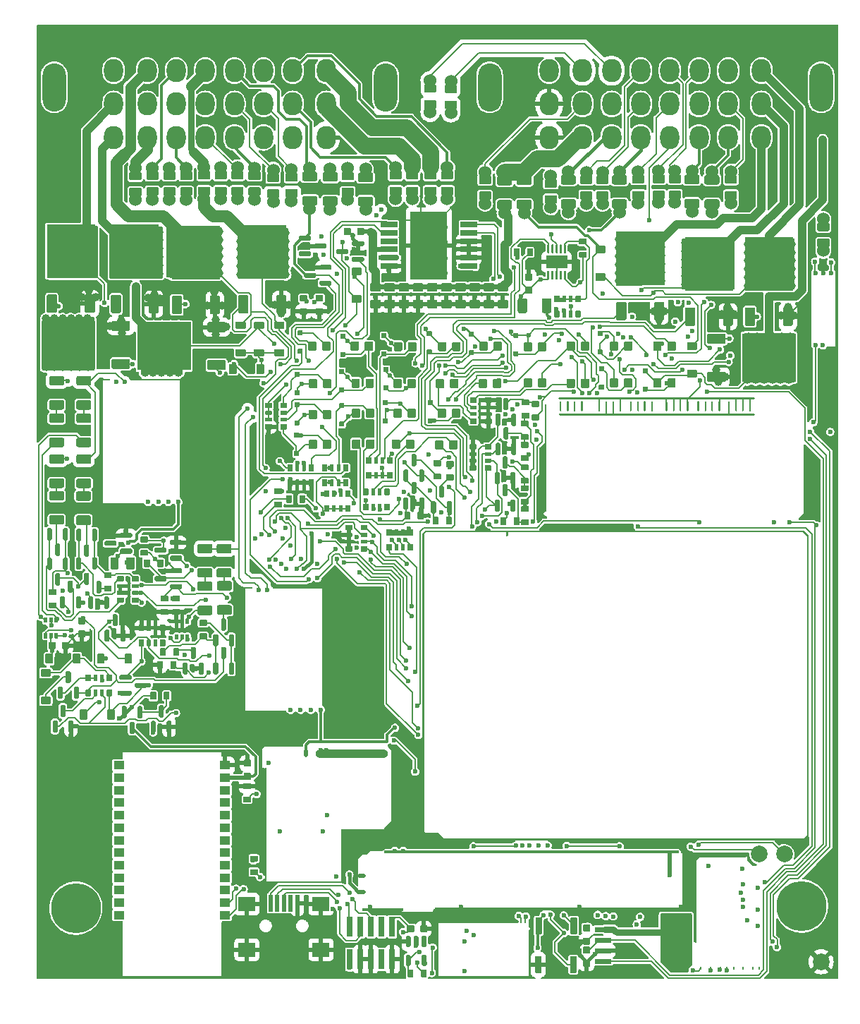
<source format=gtl>
G04 #@! TF.GenerationSoftware,KiCad,Pcbnew,(6.0.8)*
G04 #@! TF.CreationDate,2023-01-31T20:31:05+03:00*
G04 #@! TF.ProjectId,alphax_4ch,616c7068-6178-45f3-9463-682e6b696361,a*
G04 #@! TF.SameCoordinates,PX141f5e0PYa2cace0*
G04 #@! TF.FileFunction,Copper,L1,Top*
G04 #@! TF.FilePolarity,Positive*
%FSLAX46Y46*%
G04 Gerber Fmt 4.6, Leading zero omitted, Abs format (unit mm)*
G04 Created by KiCad (PCBNEW (6.0.8)) date 2023-01-31 20:31:05*
%MOMM*%
%LPD*%
G01*
G04 APERTURE LIST*
G04 #@! TA.AperFunction,ComponentPad*
%ADD10C,0.600000*%
G04 #@! TD*
G04 #@! TA.AperFunction,SMDPad,CuDef*
%ADD11O,0.200000X9.300000*%
G04 #@! TD*
G04 #@! TA.AperFunction,SMDPad,CuDef*
%ADD12O,1.200000X0.200000*%
G04 #@! TD*
G04 #@! TA.AperFunction,SMDPad,CuDef*
%ADD13O,0.250000X10.200000*%
G04 #@! TD*
G04 #@! TA.AperFunction,SMDPad,CuDef*
%ADD14O,5.800001X0.250000*%
G04 #@! TD*
G04 #@! TA.AperFunction,SMDPad,CuDef*
%ADD15O,0.200000X0.399999*%
G04 #@! TD*
G04 #@! TA.AperFunction,ComponentPad*
%ADD16C,0.599999*%
G04 #@! TD*
G04 #@! TA.AperFunction,ComponentPad*
%ADD17C,1.524000*%
G04 #@! TD*
G04 #@! TA.AperFunction,ComponentPad*
%ADD18C,6.000000*%
G04 #@! TD*
G04 #@! TA.AperFunction,SMDPad,CuDef*
%ADD19C,2.000000*%
G04 #@! TD*
G04 #@! TA.AperFunction,SMDPad,CuDef*
%ADD20R,5.800000X6.400000*%
G04 #@! TD*
G04 #@! TA.AperFunction,ComponentPad*
%ADD21O,2.800000X5.800000*%
G04 #@! TD*
G04 #@! TA.AperFunction,ComponentPad*
%ADD22O,2.300000X2.800000*%
G04 #@! TD*
G04 #@! TA.AperFunction,SMDPad,CuDef*
%ADD23R,0.500000X2.000000*%
G04 #@! TD*
G04 #@! TA.AperFunction,SMDPad,CuDef*
%ADD24R,2.000000X1.700000*%
G04 #@! TD*
G04 #@! TA.AperFunction,SMDPad,CuDef*
%ADD25R,6.400000X5.800000*%
G04 #@! TD*
G04 #@! TA.AperFunction,SMDPad,CuDef*
%ADD26R,2.000000X0.650000*%
G04 #@! TD*
G04 #@! TA.AperFunction,SMDPad,CuDef*
%ADD27R,4.500000X8.100000*%
G04 #@! TD*
G04 #@! TA.AperFunction,SMDPad,CuDef*
%ADD28O,0.200000X5.669999*%
G04 #@! TD*
G04 #@! TA.AperFunction,SMDPad,CuDef*
%ADD29O,11.100001X0.200000*%
G04 #@! TD*
G04 #@! TA.AperFunction,SMDPad,CuDef*
%ADD30O,0.499999X0.250000*%
G04 #@! TD*
G04 #@! TA.AperFunction,SMDPad,CuDef*
%ADD31O,0.200000X6.799999*%
G04 #@! TD*
G04 #@! TA.AperFunction,SMDPad,CuDef*
%ADD32O,9.800001X0.399999*%
G04 #@! TD*
G04 #@! TA.AperFunction,SMDPad,CuDef*
%ADD33O,0.250000X0.499999*%
G04 #@! TD*
G04 #@! TA.AperFunction,SMDPad,CuDef*
%ADD34O,0.499999X1.000001*%
G04 #@! TD*
G04 #@! TA.AperFunction,SMDPad,CuDef*
%ADD35O,8.744829X1.000001*%
G04 #@! TD*
G04 #@! TA.AperFunction,SMDPad,CuDef*
%ADD36O,0.399999X9.000000*%
G04 #@! TD*
G04 #@! TA.AperFunction,SMDPad,CuDef*
%ADD37O,5.399999X0.399999*%
G04 #@! TD*
G04 #@! TA.AperFunction,SMDPad,CuDef*
%ADD38O,0.200000X6.500000*%
G04 #@! TD*
G04 #@! TA.AperFunction,SMDPad,CuDef*
%ADD39O,0.200000X13.800000*%
G04 #@! TD*
G04 #@! TA.AperFunction,SMDPad,CuDef*
%ADD40O,0.499999X0.200000*%
G04 #@! TD*
G04 #@! TA.AperFunction,SMDPad,CuDef*
%ADD41O,9.199999X0.200000*%
G04 #@! TD*
G04 #@! TA.AperFunction,SMDPad,CuDef*
%ADD42R,6.185000X0.250000*%
G04 #@! TD*
G04 #@! TA.AperFunction,SMDPad,CuDef*
%ADD43R,0.250000X14.275000*%
G04 #@! TD*
G04 #@! TA.AperFunction,SMDPad,CuDef*
%ADD44R,0.250000X15.100000*%
G04 #@! TD*
G04 #@! TA.AperFunction,SMDPad,CuDef*
%ADD45R,1.115000X0.250000*%
G04 #@! TD*
G04 #@! TA.AperFunction,SMDPad,CuDef*
%ADD46R,5.175000X0.250000*%
G04 #@! TD*
G04 #@! TA.AperFunction,SMDPad,CuDef*
%ADD47R,2.600000X1.500000*%
G04 #@! TD*
G04 #@! TA.AperFunction,SMDPad,CuDef*
%ADD48R,1.300000X1.000000*%
G04 #@! TD*
G04 #@! TA.AperFunction,SMDPad,CuDef*
%ADD49O,5.000000X0.399999*%
G04 #@! TD*
G04 #@! TA.AperFunction,SMDPad,CuDef*
%ADD50O,0.399999X7.200001*%
G04 #@! TD*
G04 #@! TA.AperFunction,SMDPad,CuDef*
%ADD51O,30.000001X0.399999*%
G04 #@! TD*
G04 #@! TA.AperFunction,SMDPad,CuDef*
%ADD52O,1.000001X0.499999*%
G04 #@! TD*
G04 #@! TA.AperFunction,SMDPad,CuDef*
%ADD53O,0.200000X3.099999*%
G04 #@! TD*
G04 #@! TA.AperFunction,SMDPad,CuDef*
%ADD54O,0.499999X2.999999*%
G04 #@! TD*
G04 #@! TA.AperFunction,SMDPad,CuDef*
%ADD55O,35.400000X0.399999*%
G04 #@! TD*
G04 #@! TA.AperFunction,SMDPad,CuDef*
%ADD56R,0.740000X2.400000*%
G04 #@! TD*
G04 #@! TA.AperFunction,ViaPad*
%ADD57C,0.600000*%
G04 #@! TD*
G04 #@! TA.AperFunction,ViaPad*
%ADD58C,1.000000*%
G04 #@! TD*
G04 #@! TA.AperFunction,ViaPad*
%ADD59C,1.500000*%
G04 #@! TD*
G04 #@! TA.AperFunction,Conductor*
%ADD60C,1.000000*%
G04 #@! TD*
G04 #@! TA.AperFunction,Conductor*
%ADD61C,1.400000*%
G04 #@! TD*
G04 #@! TA.AperFunction,Conductor*
%ADD62C,1.300000*%
G04 #@! TD*
G04 #@! TA.AperFunction,Conductor*
%ADD63C,1.200000*%
G04 #@! TD*
G04 #@! TA.AperFunction,Conductor*
%ADD64C,0.200000*%
G04 #@! TD*
G04 #@! TA.AperFunction,Conductor*
%ADD65C,0.300000*%
G04 #@! TD*
G04 #@! TA.AperFunction,Conductor*
%ADD66C,2.000000*%
G04 #@! TD*
G04 #@! TA.AperFunction,Conductor*
%ADD67C,0.400000*%
G04 #@! TD*
G04 #@! TA.AperFunction,Conductor*
%ADD68C,0.600000*%
G04 #@! TD*
G04 #@! TA.AperFunction,Conductor*
%ADD69C,0.500000*%
G04 #@! TD*
G04 #@! TA.AperFunction,Conductor*
%ADD70C,0.203200*%
G04 #@! TD*
G04 #@! TA.AperFunction,Conductor*
%ADD71C,0.800000*%
G04 #@! TD*
G04 APERTURE END LIST*
D10*
G04 #@! TO.P,M9,W2,VREF*
G04 #@! TO.N,/VREF2*
X93620000Y76150000D03*
G04 #@! TO.P,M9,W1,IN_KNOCK*
G04 #@! TO.N,/IN_KNOCK_RAW*
X94520000Y76150000D03*
G04 #@! TO.P,M9,E3,OUT_KNOCK*
G04 #@! TO.N,/IN_KNOCK*
X95519998Y84850000D03*
D11*
G04 #@! TO.P,M9,E2,GND*
G04 #@! TO.N,GND*
X96120000Y80500000D03*
X93020000Y80500000D03*
D10*
X94570000Y84850000D03*
D12*
X95620000Y75950000D03*
D10*
G04 #@! TO.P,M9,E1,V5A*
G04 #@! TO.N,+5VA*
X93620000Y84850000D03*
G04 #@! TD*
D13*
G04 #@! TO.P,M4,G,GND*
G04 #@! TO.N,GND*
X79279889Y9500001D03*
D14*
X82392389Y14749996D03*
G04 #@! TA.AperFunction,SMDPad,CuDef*
G36*
G01*
X79200084Y14370187D02*
X79200084Y14370187D01*
G75*
G02*
X79200084Y14546963I88388J88388D01*
G01*
X79482926Y14829805D01*
G75*
G02*
X79659702Y14829805I88388J-88388D01*
G01*
X79659702Y14829805D01*
G75*
G02*
X79659702Y14653029I-88388J-88388D01*
G01*
X79376860Y14370187D01*
G75*
G02*
X79200084Y14370187I-88388J88388D01*
G01*
G37*
G04 #@! TD.AperFunction*
D15*
G04 #@! TO.P,M4,S1,OUT_IGN8*
G04 #@! TO.N,unconnected-(M4-PadS1)*
X86904837Y1375379D03*
G04 #@! TO.P,M4,S2,OUT_IGN7*
G04 #@! TO.N,unconnected-(M4-PadS2)*
X86144858Y1375379D03*
G04 #@! TO.P,M4,S3,OUT_IGN6*
G04 #@! TO.N,unconnected-(M4-PadS3)*
X84969865Y1375379D03*
G04 #@! TO.P,M4,S4,OUT_IGN5*
G04 #@! TO.N,unconnected-(M4-PadS4)*
X83794878Y1375379D03*
G04 #@! TO.P,M4,S5,OUT_IGN4*
G04 #@! TO.N,/OUT_IGN4*
X82954966Y1375379D03*
G04 #@! TO.P,M4,S6,OUT_IGN3*
G04 #@! TO.N,/OUT_IGN3*
X82204894Y1375379D03*
G04 #@! TO.P,M4,S7,OUT_IGN2*
G04 #@! TO.N,/OUT_IGN2*
X81029883Y1375379D03*
G04 #@! TO.P,M4,S8,OUT_IGN1*
G04 #@! TO.N,/OUT_IGN1*
X79854886Y1375379D03*
D16*
G04 #@! TO.P,M4,V1,IGN8*
G04 #@! TO.N,GND*
X84894889Y11474986D03*
G04 #@! TO.P,M4,V2,IGN7*
X86729899Y11049978D03*
G04 #@! TO.P,M4,V3,IGN6*
X84679891Y10499981D03*
G04 #@! TO.P,M4,V4,IGN5*
X84894886Y9625022D03*
G04 #@! TO.P,M4,V5,IGN4*
G04 #@! TO.N,/IGN4*
X84969893Y8774999D03*
G04 #@! TO.P,M4,V6,IGN3*
G04 #@! TO.N,/IGN3*
X86729899Y8449983D03*
G04 #@! TO.P,M4,V7,IGN2*
G04 #@! TO.N,/IGN2*
X85419899Y7150016D03*
G04 #@! TO.P,M4,V8,IGN1*
G04 #@! TO.N,/IGN1*
X86729899Y6499999D03*
G04 #@! TO.P,M4,V9,VCC*
G04 #@! TO.N,+5V_IGN*
X80804884Y13675002D03*
G04 #@! TO.P,M4,V10,V33*
G04 #@! TO.N,+3V3_IGN*
X84879890Y13375000D03*
G04 #@! TD*
G04 #@! TO.P,D53,1,K*
G04 #@! TO.N,+12V_RAW*
G04 #@! TA.AperFunction,SMDPad,CuDef*
G36*
G01*
X25110000Y74805000D02*
X24090000Y74805000D01*
G75*
G02*
X24000000Y74895000I0J90000D01*
G01*
X24000000Y75615000D01*
G75*
G02*
X24090000Y75705000I90000J0D01*
G01*
X25110000Y75705000D01*
G75*
G02*
X25200000Y75615000I0J-90000D01*
G01*
X25200000Y74895000D01*
G75*
G02*
X25110000Y74805000I-90000J0D01*
G01*
G37*
G04 #@! TD.AperFunction*
G04 #@! TO.P,D53,2,A*
G04 #@! TO.N,/OUT_VVT1*
G04 #@! TA.AperFunction,SMDPad,CuDef*
G36*
G01*
X25110000Y78105000D02*
X24090000Y78105000D01*
G75*
G02*
X24000000Y78195000I0J90000D01*
G01*
X24000000Y78915000D01*
G75*
G02*
X24090000Y79005000I90000J0D01*
G01*
X25110000Y79005000D01*
G75*
G02*
X25200000Y78915000I0J-90000D01*
G01*
X25200000Y78195000D01*
G75*
G02*
X25110000Y78105000I-90000J0D01*
G01*
G37*
G04 #@! TD.AperFunction*
G04 #@! TD*
G04 #@! TO.P,R8,1,1*
G04 #@! TO.N,/CAN-*
G04 #@! TA.AperFunction,SMDPad,CuDef*
G36*
G01*
X77375000Y93699999D02*
X76125000Y93699999D01*
G75*
G02*
X76025000Y93799999I0J100000D01*
G01*
X76025000Y94599999D01*
G75*
G02*
X76125000Y94699999I100000J0D01*
G01*
X77375000Y94699999D01*
G75*
G02*
X77475000Y94599999I0J-100000D01*
G01*
X77475000Y93799999D01*
G75*
G02*
X77375000Y93699999I-100000J0D01*
G01*
G37*
G04 #@! TD.AperFunction*
D17*
X76750000Y93245000D03*
G04 #@! TO.P,R8,2,2*
G04 #@! TO.N,/C6*
G04 #@! TA.AperFunction,SMDPad,CuDef*
G36*
G01*
X77375000Y95600021D02*
X76125000Y95600021D01*
G75*
G02*
X76025000Y95700021I0J100000D01*
G01*
X76025000Y96500021D01*
G75*
G02*
X76125000Y96600021I100000J0D01*
G01*
X77375000Y96600021D01*
G75*
G02*
X77475000Y96500021I0J-100000D01*
G01*
X77475000Y95700021D01*
G75*
G02*
X77375000Y95600021I-100000J0D01*
G01*
G37*
G04 #@! TD.AperFunction*
X76750000Y97055000D03*
G04 #@! TD*
G04 #@! TO.P,C18,1*
G04 #@! TO.N,GND*
G04 #@! TA.AperFunction,SMDPad,CuDef*
G36*
G01*
X66490000Y4224999D02*
X65810000Y4224999D01*
G75*
G02*
X65725000Y4309999I0J85000D01*
G01*
X65725000Y4989999D01*
G75*
G02*
X65810000Y5074999I85000J0D01*
G01*
X66490000Y5074999D01*
G75*
G02*
X66575000Y4989999I0J-85000D01*
G01*
X66575000Y4309999D01*
G75*
G02*
X66490000Y4224999I-85000J0D01*
G01*
G37*
G04 #@! TD.AperFunction*
G04 #@! TO.P,C18,2*
G04 #@! TO.N,+3V3*
G04 #@! TA.AperFunction,SMDPad,CuDef*
G36*
G01*
X66490000Y5805001D02*
X65810000Y5805001D01*
G75*
G02*
X65725000Y5890001I0J85000D01*
G01*
X65725000Y6570001D01*
G75*
G02*
X65810000Y6655001I85000J0D01*
G01*
X66490000Y6655001D01*
G75*
G02*
X66575000Y6570001I0J-85000D01*
G01*
X66575000Y5890001D01*
G75*
G02*
X66490000Y5805001I-85000J0D01*
G01*
G37*
G04 #@! TD.AperFunction*
G04 #@! TD*
G04 #@! TO.P,R29,1*
G04 #@! TO.N,Net-(Q20-Pad2)*
G04 #@! TA.AperFunction,SMDPad,CuDef*
G36*
G01*
X12610000Y53200010D02*
X13390000Y53200010D01*
G75*
G02*
X13460000Y53130010I0J-70000D01*
G01*
X13460000Y52570010D01*
G75*
G02*
X13390000Y52500010I-70000J0D01*
G01*
X12610000Y52500010D01*
G75*
G02*
X12540000Y52570010I0J70000D01*
G01*
X12540000Y53130010D01*
G75*
G02*
X12610000Y53200010I70000J0D01*
G01*
G37*
G04 #@! TD.AperFunction*
G04 #@! TO.P,R29,2*
G04 #@! TO.N,+5VAS*
G04 #@! TA.AperFunction,SMDPad,CuDef*
G36*
G01*
X12610000Y51600010D02*
X13390000Y51600010D01*
G75*
G02*
X13460000Y51530010I0J-70000D01*
G01*
X13460000Y50970010D01*
G75*
G02*
X13390000Y50900010I-70000J0D01*
G01*
X12610000Y50900010D01*
G75*
G02*
X12540000Y50970010I0J70000D01*
G01*
X12540000Y51530010D01*
G75*
G02*
X12610000Y51600010I70000J0D01*
G01*
G37*
G04 #@! TD.AperFunction*
G04 #@! TD*
G04 #@! TO.P,R90,1*
G04 #@! TO.N,+3V3*
G04 #@! TA.AperFunction,SMDPad,CuDef*
G36*
G01*
X25810000Y14900000D02*
X26590000Y14900000D01*
G75*
G02*
X26660000Y14830000I0J-70000D01*
G01*
X26660000Y14270000D01*
G75*
G02*
X26590000Y14200000I-70000J0D01*
G01*
X25810000Y14200000D01*
G75*
G02*
X25740000Y14270000I0J70000D01*
G01*
X25740000Y14830000D01*
G75*
G02*
X25810000Y14900000I70000J0D01*
G01*
G37*
G04 #@! TD.AperFunction*
G04 #@! TO.P,R90,2*
G04 #@! TO.N,/ETB_DIS*
G04 #@! TA.AperFunction,SMDPad,CuDef*
G36*
G01*
X25810000Y13300000D02*
X26590000Y13300000D01*
G75*
G02*
X26660000Y13230000I0J-70000D01*
G01*
X26660000Y12670000D01*
G75*
G02*
X26590000Y12600000I-70000J0D01*
G01*
X25810000Y12600000D01*
G75*
G02*
X25740000Y12670000I0J70000D01*
G01*
X25740000Y13230000D01*
G75*
G02*
X25810000Y13300000I70000J0D01*
G01*
G37*
G04 #@! TD.AperFunction*
G04 #@! TD*
G04 #@! TO.P,R2,1*
G04 #@! TO.N,+12V*
G04 #@! TA.AperFunction,SMDPad,CuDef*
G36*
G01*
X34600000Y56215000D02*
X34600000Y56885000D01*
G75*
G02*
X34665000Y56950000I65000J0D01*
G01*
X35185000Y56950000D01*
G75*
G02*
X35250000Y56885000I0J-65000D01*
G01*
X35250000Y56215000D01*
G75*
G02*
X35185000Y56150000I-65000J0D01*
G01*
X34665000Y56150000D01*
G75*
G02*
X34600000Y56215000I0J65000D01*
G01*
G37*
G04 #@! TD.AperFunction*
G04 #@! TO.P,R2,2*
G04 #@! TA.AperFunction,SMDPad,CuDef*
G36*
G01*
X35575000Y56195000D02*
X35575000Y56905000D01*
G75*
G02*
X35620000Y56950000I45000J0D01*
G01*
X35980000Y56950000D01*
G75*
G02*
X36025000Y56905000I0J-45000D01*
G01*
X36025000Y56195000D01*
G75*
G02*
X35980000Y56150000I-45000J0D01*
G01*
X35620000Y56150000D01*
G75*
G02*
X35575000Y56195000I0J45000D01*
G01*
G37*
G04 #@! TD.AperFunction*
G04 #@! TO.P,R2,3*
G04 #@! TA.AperFunction,SMDPad,CuDef*
G36*
G01*
X36375000Y56195000D02*
X36375000Y56905000D01*
G75*
G02*
X36420000Y56950000I45000J0D01*
G01*
X36780000Y56950000D01*
G75*
G02*
X36825000Y56905000I0J-45000D01*
G01*
X36825000Y56195000D01*
G75*
G02*
X36780000Y56150000I-45000J0D01*
G01*
X36420000Y56150000D01*
G75*
G02*
X36375000Y56195000I0J45000D01*
G01*
G37*
G04 #@! TD.AperFunction*
G04 #@! TO.P,R2,4*
G04 #@! TA.AperFunction,SMDPad,CuDef*
G36*
G01*
X37150000Y56215000D02*
X37150000Y56885000D01*
G75*
G02*
X37215000Y56950000I65000J0D01*
G01*
X37735000Y56950000D01*
G75*
G02*
X37800000Y56885000I0J-65000D01*
G01*
X37800000Y56215000D01*
G75*
G02*
X37735000Y56150000I-65000J0D01*
G01*
X37215000Y56150000D01*
G75*
G02*
X37150000Y56215000I0J65000D01*
G01*
G37*
G04 #@! TD.AperFunction*
G04 #@! TO.P,R2,5*
G04 #@! TO.N,Net-(D3-Pad1)*
G04 #@! TA.AperFunction,SMDPad,CuDef*
G36*
G01*
X37150000Y58015000D02*
X37150000Y58685000D01*
G75*
G02*
X37215000Y58750000I65000J0D01*
G01*
X37735000Y58750000D01*
G75*
G02*
X37800000Y58685000I0J-65000D01*
G01*
X37800000Y58015000D01*
G75*
G02*
X37735000Y57950000I-65000J0D01*
G01*
X37215000Y57950000D01*
G75*
G02*
X37150000Y58015000I0J65000D01*
G01*
G37*
G04 #@! TD.AperFunction*
G04 #@! TO.P,R2,6*
G04 #@! TO.N,Net-(D2-Pad1)*
G04 #@! TA.AperFunction,SMDPad,CuDef*
G36*
G01*
X36375000Y57995000D02*
X36375000Y58705000D01*
G75*
G02*
X36420000Y58750000I45000J0D01*
G01*
X36780000Y58750000D01*
G75*
G02*
X36825000Y58705000I0J-45000D01*
G01*
X36825000Y57995000D01*
G75*
G02*
X36780000Y57950000I-45000J0D01*
G01*
X36420000Y57950000D01*
G75*
G02*
X36375000Y57995000I0J45000D01*
G01*
G37*
G04 #@! TD.AperFunction*
G04 #@! TO.P,R2,7*
G04 #@! TO.N,Net-(D14-Pad1)*
G04 #@! TA.AperFunction,SMDPad,CuDef*
G36*
G01*
X35575000Y57995000D02*
X35575000Y58705000D01*
G75*
G02*
X35620000Y58750000I45000J0D01*
G01*
X35980000Y58750000D01*
G75*
G02*
X36025000Y58705000I0J-45000D01*
G01*
X36025000Y57995000D01*
G75*
G02*
X35980000Y57950000I-45000J0D01*
G01*
X35620000Y57950000D01*
G75*
G02*
X35575000Y57995000I0J45000D01*
G01*
G37*
G04 #@! TD.AperFunction*
G04 #@! TO.P,R2,8*
G04 #@! TO.N,Net-(D13-Pad1)*
G04 #@! TA.AperFunction,SMDPad,CuDef*
G36*
G01*
X34600000Y58015000D02*
X34600000Y58685000D01*
G75*
G02*
X34665000Y58750000I65000J0D01*
G01*
X35185000Y58750000D01*
G75*
G02*
X35250000Y58685000I0J-65000D01*
G01*
X35250000Y58015000D01*
G75*
G02*
X35185000Y57950000I-65000J0D01*
G01*
X34665000Y57950000D01*
G75*
G02*
X34600000Y58015000I0J65000D01*
G01*
G37*
G04 #@! TD.AperFunction*
G04 #@! TD*
G04 #@! TO.P,D36,1,A*
G04 #@! TO.N,Net-(D36-Pad1)*
G04 #@! TA.AperFunction,SMDPad,CuDef*
G36*
G01*
X50649999Y64649998D02*
X50649999Y63749998D01*
G75*
G02*
X50549999Y63649998I-100000J0D01*
G01*
X49749999Y63649998D01*
G75*
G02*
X49649999Y63749998I0J100000D01*
G01*
X49649999Y64649998D01*
G75*
G02*
X49749999Y64749998I100000J0D01*
G01*
X50549999Y64749998D01*
G75*
G02*
X50649999Y64649998I0J-100000D01*
G01*
G37*
G04 #@! TD.AperFunction*
G04 #@! TO.P,D36,2,K*
G04 #@! TO.N,/HALL3*
G04 #@! TA.AperFunction,SMDPad,CuDef*
G36*
G01*
X48949999Y64649998D02*
X48949999Y63749998D01*
G75*
G02*
X48849999Y63649998I-100000J0D01*
G01*
X48049999Y63649998D01*
G75*
G02*
X47949999Y63749998I0J100000D01*
G01*
X47949999Y64649998D01*
G75*
G02*
X48049999Y64749998I100000J0D01*
G01*
X48849999Y64749998D01*
G75*
G02*
X48949999Y64649998I0J-100000D01*
G01*
G37*
G04 #@! TD.AperFunction*
G04 #@! TD*
G04 #@! TO.P,R4,1*
G04 #@! TO.N,GND*
G04 #@! TA.AperFunction,SMDPad,CuDef*
G36*
G01*
X54685000Y66700000D02*
X54015000Y66700000D01*
G75*
G02*
X53950000Y66765000I0J65000D01*
G01*
X53950000Y67285000D01*
G75*
G02*
X54015000Y67350000I65000J0D01*
G01*
X54685000Y67350000D01*
G75*
G02*
X54750000Y67285000I0J-65000D01*
G01*
X54750000Y66765000D01*
G75*
G02*
X54685000Y66700000I-65000J0D01*
G01*
G37*
G04 #@! TD.AperFunction*
G04 #@! TO.P,R4,2*
G04 #@! TA.AperFunction,SMDPad,CuDef*
G36*
G01*
X54705000Y67675000D02*
X53995000Y67675000D01*
G75*
G02*
X53950000Y67720000I0J45000D01*
G01*
X53950000Y68080000D01*
G75*
G02*
X53995000Y68125000I45000J0D01*
G01*
X54705000Y68125000D01*
G75*
G02*
X54750000Y68080000I0J-45000D01*
G01*
X54750000Y67720000D01*
G75*
G02*
X54705000Y67675000I-45000J0D01*
G01*
G37*
G04 #@! TD.AperFunction*
G04 #@! TO.P,R4,3*
G04 #@! TA.AperFunction,SMDPad,CuDef*
G36*
G01*
X54705000Y68475000D02*
X53995000Y68475000D01*
G75*
G02*
X53950000Y68520000I0J45000D01*
G01*
X53950000Y68880000D01*
G75*
G02*
X53995000Y68925000I45000J0D01*
G01*
X54705000Y68925000D01*
G75*
G02*
X54750000Y68880000I0J-45000D01*
G01*
X54750000Y68520000D01*
G75*
G02*
X54705000Y68475000I-45000J0D01*
G01*
G37*
G04 #@! TD.AperFunction*
G04 #@! TO.P,R4,4*
G04 #@! TA.AperFunction,SMDPad,CuDef*
G36*
G01*
X54685000Y69250000D02*
X54015000Y69250000D01*
G75*
G02*
X53950000Y69315000I0J65000D01*
G01*
X53950000Y69835000D01*
G75*
G02*
X54015000Y69900000I65000J0D01*
G01*
X54685000Y69900000D01*
G75*
G02*
X54750000Y69835000I0J-65000D01*
G01*
X54750000Y69315000D01*
G75*
G02*
X54685000Y69250000I-65000J0D01*
G01*
G37*
G04 #@! TD.AperFunction*
G04 #@! TO.P,R4,5*
G04 #@! TO.N,Net-(D24-Pad2)*
G04 #@! TA.AperFunction,SMDPad,CuDef*
G36*
G01*
X52885000Y69250000D02*
X52215000Y69250000D01*
G75*
G02*
X52150000Y69315000I0J65000D01*
G01*
X52150000Y69835000D01*
G75*
G02*
X52215000Y69900000I65000J0D01*
G01*
X52885000Y69900000D01*
G75*
G02*
X52950000Y69835000I0J-65000D01*
G01*
X52950000Y69315000D01*
G75*
G02*
X52885000Y69250000I-65000J0D01*
G01*
G37*
G04 #@! TD.AperFunction*
G04 #@! TO.P,R4,6*
G04 #@! TO.N,Net-(D23-Pad2)*
G04 #@! TA.AperFunction,SMDPad,CuDef*
G36*
G01*
X52905000Y68475000D02*
X52195000Y68475000D01*
G75*
G02*
X52150000Y68520000I0J45000D01*
G01*
X52150000Y68880000D01*
G75*
G02*
X52195000Y68925000I45000J0D01*
G01*
X52905000Y68925000D01*
G75*
G02*
X52950000Y68880000I0J-45000D01*
G01*
X52950000Y68520000D01*
G75*
G02*
X52905000Y68475000I-45000J0D01*
G01*
G37*
G04 #@! TD.AperFunction*
G04 #@! TO.P,R4,7*
G04 #@! TO.N,Net-(D19-Pad2)*
G04 #@! TA.AperFunction,SMDPad,CuDef*
G36*
G01*
X52905000Y67675000D02*
X52195000Y67675000D01*
G75*
G02*
X52150000Y67720000I0J45000D01*
G01*
X52150000Y68080000D01*
G75*
G02*
X52195000Y68125000I45000J0D01*
G01*
X52905000Y68125000D01*
G75*
G02*
X52950000Y68080000I0J-45000D01*
G01*
X52950000Y67720000D01*
G75*
G02*
X52905000Y67675000I-45000J0D01*
G01*
G37*
G04 #@! TD.AperFunction*
G04 #@! TO.P,R4,8*
G04 #@! TO.N,Net-(D18-Pad2)*
G04 #@! TA.AperFunction,SMDPad,CuDef*
G36*
G01*
X52885000Y66700000D02*
X52215000Y66700000D01*
G75*
G02*
X52150000Y66765000I0J65000D01*
G01*
X52150000Y67285000D01*
G75*
G02*
X52215000Y67350000I65000J0D01*
G01*
X52885000Y67350000D01*
G75*
G02*
X52950000Y67285000I0J-65000D01*
G01*
X52950000Y66765000D01*
G75*
G02*
X52885000Y66700000I-65000J0D01*
G01*
G37*
G04 #@! TD.AperFunction*
G04 #@! TD*
G04 #@! TO.P,D30,1,K*
G04 #@! TO.N,Net-(D11-Pad1)*
G04 #@! TA.AperFunction,SMDPad,CuDef*
G36*
G01*
X67450000Y75111499D02*
X67450000Y75591499D01*
G75*
G02*
X67510000Y75651499I60000J0D01*
G01*
X67990000Y75651499D01*
G75*
G02*
X68050000Y75591499I0J-60000D01*
G01*
X68050000Y75111499D01*
G75*
G02*
X67990000Y75051499I-60000J0D01*
G01*
X67510000Y75051499D01*
G75*
G02*
X67450000Y75111499I0J60000D01*
G01*
G37*
G04 #@! TD.AperFunction*
G04 #@! TO.P,D30,2,A*
G04 #@! TO.N,/IN_CAM_HALL*
G04 #@! TA.AperFunction,SMDPad,CuDef*
G36*
G01*
X67450000Y77311499D02*
X67450000Y77791499D01*
G75*
G02*
X67510000Y77851499I60000J0D01*
G01*
X67990000Y77851499D01*
G75*
G02*
X68050000Y77791499I0J-60000D01*
G01*
X68050000Y77311499D01*
G75*
G02*
X67990000Y77251499I-60000J0D01*
G01*
X67510000Y77251499D01*
G75*
G02*
X67450000Y77311499I0J60000D01*
G01*
G37*
G04 #@! TD.AperFunction*
G04 #@! TD*
G04 #@! TO.P,C3,1*
G04 #@! TO.N,GND*
G04 #@! TA.AperFunction,SMDPad,CuDef*
G36*
G01*
X25060000Y26435001D02*
X25740000Y26435001D01*
G75*
G02*
X25825000Y26350001I0J-85000D01*
G01*
X25825000Y25670001D01*
G75*
G02*
X25740000Y25585001I-85000J0D01*
G01*
X25060000Y25585001D01*
G75*
G02*
X24975000Y25670001I0J85000D01*
G01*
X24975000Y26350001D01*
G75*
G02*
X25060000Y26435001I85000J0D01*
G01*
G37*
G04 #@! TD.AperFunction*
G04 #@! TO.P,C3,2*
G04 #@! TO.N,/BT_3V3*
G04 #@! TA.AperFunction,SMDPad,CuDef*
G36*
G01*
X25060000Y24854999D02*
X25740000Y24854999D01*
G75*
G02*
X25825000Y24769999I0J-85000D01*
G01*
X25825000Y24089999D01*
G75*
G02*
X25740000Y24004999I-85000J0D01*
G01*
X25060000Y24004999D01*
G75*
G02*
X24975000Y24089999I0J85000D01*
G01*
X24975000Y24769999D01*
G75*
G02*
X25060000Y24854999I85000J0D01*
G01*
G37*
G04 #@! TD.AperFunction*
G04 #@! TD*
G04 #@! TO.P,D46,1,K*
G04 #@! TO.N,Net-(D40-Pad1)*
G04 #@! TA.AperFunction,SMDPad,CuDef*
G36*
G01*
X31650000Y69290000D02*
X31650000Y68810000D01*
G75*
G02*
X31590000Y68750000I-60000J0D01*
G01*
X31110000Y68750000D01*
G75*
G02*
X31050000Y68810000I0J60000D01*
G01*
X31050000Y69290000D01*
G75*
G02*
X31110000Y69350000I60000J0D01*
G01*
X31590000Y69350000D01*
G75*
G02*
X31650000Y69290000I0J-60000D01*
G01*
G37*
G04 #@! TD.AperFunction*
G04 #@! TO.P,D46,2,A*
G04 #@! TO.N,/OUT_VVT2*
G04 #@! TA.AperFunction,SMDPad,CuDef*
G36*
G01*
X31650000Y67090000D02*
X31650000Y66610000D01*
G75*
G02*
X31590000Y66550000I-60000J0D01*
G01*
X31110000Y66550000D01*
G75*
G02*
X31050000Y66610000I0J60000D01*
G01*
X31050000Y67090000D01*
G75*
G02*
X31110000Y67150000I60000J0D01*
G01*
X31590000Y67150000D01*
G75*
G02*
X31650000Y67090000I0J-60000D01*
G01*
G37*
G04 #@! TD.AperFunction*
G04 #@! TD*
G04 #@! TO.P,R87,1*
G04 #@! TO.N,/IN_D3*
G04 #@! TA.AperFunction,SMDPad,CuDef*
G36*
G01*
X58310000Y61850000D02*
X59090000Y61850000D01*
G75*
G02*
X59160000Y61780000I0J-70000D01*
G01*
X59160000Y61220000D01*
G75*
G02*
X59090000Y61150000I-70000J0D01*
G01*
X58310000Y61150000D01*
G75*
G02*
X58240000Y61220000I0J70000D01*
G01*
X58240000Y61780000D01*
G75*
G02*
X58310000Y61850000I70000J0D01*
G01*
G37*
G04 #@! TD.AperFunction*
G04 #@! TO.P,R87,2*
G04 #@! TO.N,Net-(Q34-Pad2)*
G04 #@! TA.AperFunction,SMDPad,CuDef*
G36*
G01*
X58310000Y60250000D02*
X59090000Y60250000D01*
G75*
G02*
X59160000Y60180000I0J-70000D01*
G01*
X59160000Y59620000D01*
G75*
G02*
X59090000Y59550000I-70000J0D01*
G01*
X58310000Y59550000D01*
G75*
G02*
X58240000Y59620000I0J70000D01*
G01*
X58240000Y60180000D01*
G75*
G02*
X58310000Y60250000I70000J0D01*
G01*
G37*
G04 #@! TD.AperFunction*
G04 #@! TD*
G04 #@! TO.P,R93,1*
G04 #@! TO.N,Net-(Q25-Pad2)*
G04 #@! TA.AperFunction,SMDPad,CuDef*
G36*
G01*
X17200000Y39740000D02*
X17200000Y38960000D01*
G75*
G02*
X17130000Y38890000I-70000J0D01*
G01*
X16570000Y38890000D01*
G75*
G02*
X16500000Y38960000I0J70000D01*
G01*
X16500000Y39740000D01*
G75*
G02*
X16570000Y39810000I70000J0D01*
G01*
X17130000Y39810000D01*
G75*
G02*
X17200000Y39740000I0J-70000D01*
G01*
G37*
G04 #@! TD.AperFunction*
G04 #@! TO.P,R93,2*
G04 #@! TO.N,Net-(Q31-Pad1)*
G04 #@! TA.AperFunction,SMDPad,CuDef*
G36*
G01*
X15600000Y39740000D02*
X15600000Y38960000D01*
G75*
G02*
X15530000Y38890000I-70000J0D01*
G01*
X14970000Y38890000D01*
G75*
G02*
X14900000Y38960000I0J70000D01*
G01*
X14900000Y39740000D01*
G75*
G02*
X14970000Y39810000I70000J0D01*
G01*
X15530000Y39810000D01*
G75*
G02*
X15600000Y39740000I0J-70000D01*
G01*
G37*
G04 #@! TD.AperFunction*
G04 #@! TD*
G04 #@! TO.P,R95,1*
G04 #@! TO.N,/IN_PPS2*
G04 #@! TA.AperFunction,SMDPad,CuDef*
G36*
G01*
X33660000Y82150000D02*
X34440000Y82150000D01*
G75*
G02*
X34510000Y82080000I0J-70000D01*
G01*
X34510000Y81520000D01*
G75*
G02*
X34440000Y81450000I-70000J0D01*
G01*
X33660000Y81450000D01*
G75*
G02*
X33590000Y81520000I0J70000D01*
G01*
X33590000Y82080000D01*
G75*
G02*
X33660000Y82150000I70000J0D01*
G01*
G37*
G04 #@! TD.AperFunction*
G04 #@! TO.P,R95,2*
G04 #@! TO.N,GND*
G04 #@! TA.AperFunction,SMDPad,CuDef*
G36*
G01*
X33660000Y80550000D02*
X34440000Y80550000D01*
G75*
G02*
X34510000Y80480000I0J-70000D01*
G01*
X34510000Y79920000D01*
G75*
G02*
X34440000Y79850000I-70000J0D01*
G01*
X33660000Y79850000D01*
G75*
G02*
X33590000Y79920000I0J70000D01*
G01*
X33590000Y80480000D01*
G75*
G02*
X33660000Y80550000I70000J0D01*
G01*
G37*
G04 #@! TD.AperFunction*
G04 #@! TD*
D18*
G04 #@! TO.P,J8,1,Pin_1*
G04 #@! TO.N,unconnected-(J8-Pad1)*
X4803000Y8619000D03*
G04 #@! TD*
G04 #@! TO.P,D34,1,A*
G04 #@! TO.N,Net-(D34-Pad1)*
G04 #@! TA.AperFunction,SMDPad,CuDef*
G36*
G01*
X40649999Y64749998D02*
X40649999Y63849998D01*
G75*
G02*
X40549999Y63749998I-100000J0D01*
G01*
X39749999Y63749998D01*
G75*
G02*
X39649999Y63849998I0J100000D01*
G01*
X39649999Y64749998D01*
G75*
G02*
X39749999Y64849998I100000J0D01*
G01*
X40549999Y64849998D01*
G75*
G02*
X40649999Y64749998I0J-100000D01*
G01*
G37*
G04 #@! TD.AperFunction*
G04 #@! TO.P,D34,2,K*
G04 #@! TO.N,/HALL1*
G04 #@! TA.AperFunction,SMDPad,CuDef*
G36*
G01*
X38949999Y64749998D02*
X38949999Y63849998D01*
G75*
G02*
X38849999Y63749998I-100000J0D01*
G01*
X38049999Y63749998D01*
G75*
G02*
X37949999Y63849998I0J100000D01*
G01*
X37949999Y64749998D01*
G75*
G02*
X38049999Y64849998I100000J0D01*
G01*
X38849999Y64849998D01*
G75*
G02*
X38949999Y64749998I0J-100000D01*
G01*
G37*
G04 #@! TD.AperFunction*
G04 #@! TD*
G04 #@! TO.P,R59,2,2*
G04 #@! TO.N,/OUT_ETB-*
G04 #@! TA.AperFunction,SMDPad,CuDef*
G36*
G01*
X44575000Y95149979D02*
X45825000Y95149979D01*
G75*
G02*
X45925000Y95049979I0J-100000D01*
G01*
X45925000Y94249979D01*
G75*
G02*
X45825000Y94149979I-100000J0D01*
G01*
X44575000Y94149979D01*
G75*
G02*
X44475000Y94249979I0J100000D01*
G01*
X44475000Y95049979D01*
G75*
G02*
X44575000Y95149979I100000J0D01*
G01*
G37*
G04 #@! TD.AperFunction*
D17*
X45200000Y93695000D03*
G04 #@! TO.P,R59,1,1*
G04 #@! TO.N,/E8*
G04 #@! TA.AperFunction,SMDPad,CuDef*
G36*
G01*
X44575000Y97050001D02*
X45825000Y97050001D01*
G75*
G02*
X45925000Y96950001I0J-100000D01*
G01*
X45925000Y96150001D01*
G75*
G02*
X45825000Y96050001I-100000J0D01*
G01*
X44575000Y96050001D01*
G75*
G02*
X44475000Y96150001I0J100000D01*
G01*
X44475000Y96950001D01*
G75*
G02*
X44575000Y97050001I100000J0D01*
G01*
G37*
G04 #@! TD.AperFunction*
X45200000Y97505000D03*
G04 #@! TD*
G04 #@! TO.P,R9,1,1*
G04 #@! TO.N,/CAN+*
X74800000Y93245000D03*
G04 #@! TA.AperFunction,SMDPad,CuDef*
G36*
G01*
X75425000Y93699999D02*
X74175000Y93699999D01*
G75*
G02*
X74075000Y93799999I0J100000D01*
G01*
X74075000Y94599999D01*
G75*
G02*
X74175000Y94699999I100000J0D01*
G01*
X75425000Y94699999D01*
G75*
G02*
X75525000Y94599999I0J-100000D01*
G01*
X75525000Y93799999D01*
G75*
G02*
X75425000Y93699999I-100000J0D01*
G01*
G37*
G04 #@! TD.AperFunction*
G04 #@! TO.P,R9,2,2*
G04 #@! TO.N,/C5*
X74800000Y97055000D03*
G04 #@! TA.AperFunction,SMDPad,CuDef*
G36*
G01*
X75425000Y95600021D02*
X74175000Y95600021D01*
G75*
G02*
X74075000Y95700021I0J100000D01*
G01*
X74075000Y96500021D01*
G75*
G02*
X74175000Y96600021I100000J0D01*
G01*
X75425000Y96600021D01*
G75*
G02*
X75525000Y96500021I0J-100000D01*
G01*
X75525000Y95700021D01*
G75*
G02*
X75425000Y95600021I-100000J0D01*
G01*
G37*
G04 #@! TD.AperFunction*
G04 #@! TD*
G04 #@! TO.P,R68,1,1*
G04 #@! TO.N,/IN_TPS2*
G04 #@! TA.AperFunction,SMDPad,CuDef*
G36*
G01*
X24825000Y94149999D02*
X23575000Y94149999D01*
G75*
G02*
X23475000Y94249999I0J100000D01*
G01*
X23475000Y95049999D01*
G75*
G02*
X23575000Y95149999I100000J0D01*
G01*
X24825000Y95149999D01*
G75*
G02*
X24925000Y95049999I0J-100000D01*
G01*
X24925000Y94249999D01*
G75*
G02*
X24825000Y94149999I-100000J0D01*
G01*
G37*
G04 #@! TD.AperFunction*
X24200000Y93695000D03*
G04 #@! TO.P,R68,2,2*
G04 #@! TO.N,/D4*
X24200000Y97505000D03*
G04 #@! TA.AperFunction,SMDPad,CuDef*
G36*
G01*
X24825000Y96050021D02*
X23575000Y96050021D01*
G75*
G02*
X23475000Y96150021I0J100000D01*
G01*
X23475000Y96950021D01*
G75*
G02*
X23575000Y97050021I100000J0D01*
G01*
X24825000Y97050021D01*
G75*
G02*
X24925000Y96950021I0J-100000D01*
G01*
X24925000Y96150021D01*
G75*
G02*
X24825000Y96050021I-100000J0D01*
G01*
G37*
G04 #@! TD.AperFunction*
G04 #@! TD*
G04 #@! TO.P,R21,1*
G04 #@! TO.N,Net-(R21-Pad1)*
G04 #@! TA.AperFunction,SMDPad,CuDef*
G36*
G01*
X3400000Y59945000D02*
X3400000Y59255000D01*
G75*
G02*
X3170000Y59025000I-230000J0D01*
G01*
X1830000Y59025000D01*
G75*
G02*
X1600000Y59255000I0J230000D01*
G01*
X1600000Y59945000D01*
G75*
G02*
X1830000Y60175000I230000J0D01*
G01*
X3170000Y60175000D01*
G75*
G02*
X3400000Y59945000I0J-230000D01*
G01*
G37*
G04 #@! TD.AperFunction*
G04 #@! TO.P,R21,2*
G04 #@! TO.N,/IN_CRANK+*
G04 #@! TA.AperFunction,SMDPad,CuDef*
G36*
G01*
X3400000Y62845020D02*
X3400000Y62155020D01*
G75*
G02*
X3170000Y61925020I-230000J0D01*
G01*
X1830000Y61925020D01*
G75*
G02*
X1600000Y62155020I0J230000D01*
G01*
X1600000Y62845020D01*
G75*
G02*
X1830000Y63075020I230000J0D01*
G01*
X3170000Y63075020D01*
G75*
G02*
X3400000Y62845020I0J-230000D01*
G01*
G37*
G04 #@! TD.AperFunction*
G04 #@! TD*
D19*
G04 #@! TO.P,J5,1,Pin_1*
G04 #@! TO.N,/CAN_RX*
X89900000Y15110000D03*
G04 #@! TD*
G04 #@! TO.P,R82,1*
G04 #@! TO.N,Net-(Q36-Pad2)*
G04 #@! TA.AperFunction,SMDPad,CuDef*
G36*
G01*
X58410000Y69650000D02*
X59190000Y69650000D01*
G75*
G02*
X59260000Y69580000I0J-70000D01*
G01*
X59260000Y69020000D01*
G75*
G02*
X59190000Y68950000I-70000J0D01*
G01*
X58410000Y68950000D01*
G75*
G02*
X58340000Y69020000I0J70000D01*
G01*
X58340000Y69580000D01*
G75*
G02*
X58410000Y69650000I70000J0D01*
G01*
G37*
G04 #@! TD.AperFunction*
G04 #@! TO.P,R82,2*
G04 #@! TO.N,+5VAS*
G04 #@! TA.AperFunction,SMDPad,CuDef*
G36*
G01*
X58410000Y68050000D02*
X59190000Y68050000D01*
G75*
G02*
X59260000Y67980000I0J-70000D01*
G01*
X59260000Y67420000D01*
G75*
G02*
X59190000Y67350000I-70000J0D01*
G01*
X58410000Y67350000D01*
G75*
G02*
X58340000Y67420000I0J70000D01*
G01*
X58340000Y67980000D01*
G75*
G02*
X58410000Y68050000I70000J0D01*
G01*
G37*
G04 #@! TD.AperFunction*
G04 #@! TD*
G04 #@! TO.P,D49,1*
G04 #@! TO.N,/OUT_MAIN*
G04 #@! TA.AperFunction,SMDPad,CuDef*
G36*
G01*
X31575000Y88850000D02*
X31575000Y89150000D01*
G75*
G02*
X31725000Y89300000I150000J0D01*
G01*
X32900000Y89300000D01*
G75*
G02*
X33050000Y89150000I0J-150000D01*
G01*
X33050000Y88850000D01*
G75*
G02*
X32900000Y88700000I-150000J0D01*
G01*
X31725000Y88700000D01*
G75*
G02*
X31575000Y88850000I0J150000D01*
G01*
G37*
G04 #@! TD.AperFunction*
G04 #@! TO.P,D49,2*
G04 #@! TO.N,GND*
G04 #@! TA.AperFunction,SMDPad,CuDef*
G36*
G01*
X33450000Y87900000D02*
X33450000Y88200000D01*
G75*
G02*
X33600000Y88350000I150000J0D01*
G01*
X34775000Y88350000D01*
G75*
G02*
X34925000Y88200000I0J-150000D01*
G01*
X34925000Y87900000D01*
G75*
G02*
X34775000Y87750000I-150000J0D01*
G01*
X33600000Y87750000D01*
G75*
G02*
X33450000Y87900000I0J150000D01*
G01*
G37*
G04 #@! TD.AperFunction*
G04 #@! TO.P,D49,3*
G04 #@! TO.N,unconnected-(D49-Pad3)*
G04 #@! TA.AperFunction,SMDPad,CuDef*
G36*
G01*
X31575000Y86950000D02*
X31575000Y87250000D01*
G75*
G02*
X31725000Y87400000I150000J0D01*
G01*
X32900000Y87400000D01*
G75*
G02*
X33050000Y87250000I0J-150000D01*
G01*
X33050000Y86950000D01*
G75*
G02*
X32900000Y86800000I-150000J0D01*
G01*
X31725000Y86800000D01*
G75*
G02*
X31575000Y86950000I0J150000D01*
G01*
G37*
G04 #@! TD.AperFunction*
G04 #@! TD*
D17*
G04 #@! TO.P,F4,1,1*
G04 #@! TO.N,/A3*
X63950000Y97000000D03*
G04 #@! TA.AperFunction,SMDPad,CuDef*
G36*
G01*
X63050000Y95655010D02*
X63050000Y96345010D01*
G75*
G02*
X63280000Y96575010I230000J0D01*
G01*
X64620000Y96575010D01*
G75*
G02*
X64850000Y96345010I0J-230000D01*
G01*
X64850000Y95655010D01*
G75*
G02*
X64620000Y95425010I-230000J0D01*
G01*
X63280000Y95425010D01*
G75*
G02*
X63050000Y95655010I0J230000D01*
G01*
G37*
G04 #@! TD.AperFunction*
G04 #@! TO.P,F4,2,2*
G04 #@! TO.N,/OUT_PUMP_RELAY*
X63950000Y92100000D03*
G04 #@! TA.AperFunction,SMDPad,CuDef*
G36*
G01*
X63050000Y92754990D02*
X63050000Y93444990D01*
G75*
G02*
X63280000Y93674990I230000J0D01*
G01*
X64620000Y93674990D01*
G75*
G02*
X64850000Y93444990I0J-230000D01*
G01*
X64850000Y92754990D01*
G75*
G02*
X64620000Y92524990I-230000J0D01*
G01*
X63280000Y92524990D01*
G75*
G02*
X63050000Y92754990I0J230000D01*
G01*
G37*
G04 #@! TD.AperFunction*
G04 #@! TD*
G04 #@! TO.P,Q13,1,G*
G04 #@! TO.N,Net-(Q12-Pad2)*
G04 #@! TA.AperFunction,SMDPad,CuDef*
G36*
G01*
X47910000Y55975000D02*
X47610000Y55975000D01*
G75*
G02*
X47460000Y56125000I0J150000D01*
G01*
X47460000Y57300000D01*
G75*
G02*
X47610000Y57450000I150000J0D01*
G01*
X47910000Y57450000D01*
G75*
G02*
X48060000Y57300000I0J-150000D01*
G01*
X48060000Y56125000D01*
G75*
G02*
X47910000Y55975000I-150000J0D01*
G01*
G37*
G04 #@! TD.AperFunction*
G04 #@! TO.P,Q13,2,D*
G04 #@! TO.N,Net-(Q13-Pad2)*
G04 #@! TA.AperFunction,SMDPad,CuDef*
G36*
G01*
X48860000Y57850000D02*
X48560000Y57850000D01*
G75*
G02*
X48410000Y58000000I0J150000D01*
G01*
X48410000Y59175000D01*
G75*
G02*
X48560000Y59325000I150000J0D01*
G01*
X48860000Y59325000D01*
G75*
G02*
X49010000Y59175000I0J-150000D01*
G01*
X49010000Y58000000D01*
G75*
G02*
X48860000Y57850000I-150000J0D01*
G01*
G37*
G04 #@! TD.AperFunction*
G04 #@! TO.P,Q13,3,S*
G04 #@! TO.N,+5VAS*
G04 #@! TA.AperFunction,SMDPad,CuDef*
G36*
G01*
X49810000Y55975000D02*
X49510000Y55975000D01*
G75*
G02*
X49360000Y56125000I0J150000D01*
G01*
X49360000Y57300000D01*
G75*
G02*
X49510000Y57450000I150000J0D01*
G01*
X49810000Y57450000D01*
G75*
G02*
X49960000Y57300000I0J-150000D01*
G01*
X49960000Y56125000D01*
G75*
G02*
X49810000Y55975000I-150000J0D01*
G01*
G37*
G04 #@! TD.AperFunction*
G04 #@! TD*
G04 #@! TO.P,R91,1,1*
G04 #@! TO.N,/IN_KNOCK_RAW*
X94580000Y87485000D03*
G04 #@! TA.AperFunction,SMDPad,CuDef*
G36*
G01*
X95205000Y87939999D02*
X93955000Y87939999D01*
G75*
G02*
X93855000Y88039999I0J100000D01*
G01*
X93855000Y88839999D01*
G75*
G02*
X93955000Y88939999I100000J0D01*
G01*
X95205000Y88939999D01*
G75*
G02*
X95305000Y88839999I0J-100000D01*
G01*
X95305000Y88039999D01*
G75*
G02*
X95205000Y87939999I-100000J0D01*
G01*
G37*
G04 #@! TD.AperFunction*
G04 #@! TO.P,R91,2,2*
G04 #@! TO.N,/F3*
G04 #@! TA.AperFunction,SMDPad,CuDef*
G36*
G01*
X95205000Y89840021D02*
X93955000Y89840021D01*
G75*
G02*
X93855000Y89940021I0J100000D01*
G01*
X93855000Y90740021D01*
G75*
G02*
X93955000Y90840021I100000J0D01*
G01*
X95205000Y90840021D01*
G75*
G02*
X95305000Y90740021I0J-100000D01*
G01*
X95305000Y89940021D01*
G75*
G02*
X95205000Y89840021I-100000J0D01*
G01*
G37*
G04 #@! TD.AperFunction*
X94580000Y91295000D03*
G04 #@! TD*
G04 #@! TO.P,M5,E1,GND*
G04 #@! TO.N,GND*
G04 #@! TA.AperFunction,SMDPad,CuDef*
G36*
G01*
X61125000Y56234672D02*
X61125000Y69034672D01*
G75*
G02*
X61225000Y69134672I100000J0D01*
G01*
X61225000Y69134672D01*
G75*
G02*
X61325000Y69034672I0J-100000D01*
G01*
X61325000Y56234672D01*
G75*
G02*
X61225000Y56134672I-100000J0D01*
G01*
X61225000Y56134672D01*
G75*
G02*
X61125000Y56234672I0J100000D01*
G01*
G37*
G04 #@! TD.AperFunction*
G04 #@! TO.P,M5,J1,PULL_V5A*
G04 #@! TO.N,+5VA*
G04 #@! TA.AperFunction,SMDPad,CuDef*
G36*
G01*
X62905000Y67979681D02*
X86255000Y67979681D01*
G75*
G02*
X86380000Y67854681I0J-125000D01*
G01*
X86380000Y67854681D01*
G75*
G02*
X86255000Y67729681I-125000J0D01*
G01*
X62905000Y67729681D01*
G75*
G02*
X62780000Y67854681I0J125000D01*
G01*
X62780000Y67854681D01*
G75*
G02*
X62905000Y67979681I125000J0D01*
G01*
G37*
G04 #@! TD.AperFunction*
G04 #@! TO.P,M5,J2,PULL_GNDA*
G04 #@! TO.N,GNDA*
G04 #@! TA.AperFunction,SMDPad,CuDef*
G36*
G01*
X86230000Y69654644D02*
X62880000Y69654644D01*
G75*
G02*
X62755000Y69779644I0J125000D01*
G01*
X62755000Y69779644D01*
G75*
G02*
X62880000Y69904644I125000J0D01*
G01*
X86230000Y69904644D01*
G75*
G02*
X86355000Y69779644I0J-125000D01*
G01*
X86355000Y69779644D01*
G75*
G02*
X86230000Y69654644I-125000J0D01*
G01*
G37*
G04 #@! TD.AperFunction*
G04 #@! TO.P,M5,J3,PULL_RES2*
G04 #@! TA.AperFunction,SMDPad,CuDef*
G36*
G01*
X85879983Y69354663D02*
X85879983Y68304663D01*
G75*
G02*
X85779983Y68204663I-100000J0D01*
G01*
X85779983Y68204663D01*
G75*
G02*
X85679983Y68304663I0J100000D01*
G01*
X85679983Y69354663D01*
G75*
G02*
X85779983Y69454663I100000J0D01*
G01*
X85779983Y69454663D01*
G75*
G02*
X85879983Y69354663I0J-100000D01*
G01*
G37*
G04 #@! TD.AperFunction*
G04 #@! TO.P,M5,J4,PULL_O2S2*
G04 #@! TA.AperFunction,SMDPad,CuDef*
G36*
G01*
X85004984Y69354663D02*
X85004984Y68304663D01*
G75*
G02*
X84904984Y68204663I-100000J0D01*
G01*
X84904984Y68204663D01*
G75*
G02*
X84804984Y68304663I0J100000D01*
G01*
X84804984Y69354663D01*
G75*
G02*
X84904984Y69454663I100000J0D01*
G01*
X84904984Y69454663D01*
G75*
G02*
X85004984Y69354663I0J-100000D01*
G01*
G37*
G04 #@! TD.AperFunction*
G04 #@! TO.P,M5,J5,PULL_PPS*
G04 #@! TA.AperFunction,SMDPad,CuDef*
G36*
G01*
X84204958Y69354674D02*
X84204958Y68304674D01*
G75*
G02*
X84104958Y68204674I-100000J0D01*
G01*
X84104958Y68204674D01*
G75*
G02*
X84004958Y68304674I0J100000D01*
G01*
X84004958Y69354674D01*
G75*
G02*
X84104958Y69454674I100000J0D01*
G01*
X84104958Y69454674D01*
G75*
G02*
X84204958Y69354674I0J-100000D01*
G01*
G37*
G04 #@! TD.AperFunction*
G04 #@! TO.P,M5,J6,PULL_RES1*
G04 #@! TO.N,+5VA*
G04 #@! TA.AperFunction,SMDPad,CuDef*
G36*
G01*
X83329955Y69354674D02*
X83329955Y68304674D01*
G75*
G02*
X83229955Y68204674I-100000J0D01*
G01*
X83229955Y68204674D01*
G75*
G02*
X83129955Y68304674I0J100000D01*
G01*
X83129955Y69354674D01*
G75*
G02*
X83229955Y69454674I100000J0D01*
G01*
X83229955Y69454674D01*
G75*
G02*
X83329955Y69354674I0J-100000D01*
G01*
G37*
G04 #@! TD.AperFunction*
G04 #@! TO.P,M5,J7,PULL_AUX4*
G04 #@! TO.N,GNDA*
G04 #@! TA.AperFunction,SMDPad,CuDef*
G36*
G01*
X82204997Y69354674D02*
X82204997Y68304674D01*
G75*
G02*
X82104997Y68204674I-100000J0D01*
G01*
X82104997Y68204674D01*
G75*
G02*
X82004997Y68304674I0J100000D01*
G01*
X82004997Y69354674D01*
G75*
G02*
X82104997Y69454674I100000J0D01*
G01*
X82104997Y69454674D01*
G75*
G02*
X82204997Y69354674I0J-100000D01*
G01*
G37*
G04 #@! TD.AperFunction*
G04 #@! TO.P,M5,J8,PULL_AUX3*
G04 #@! TO.N,unconnected-(M5-PadJ8)*
G04 #@! TA.AperFunction,SMDPad,CuDef*
G36*
G01*
X81329995Y69354674D02*
X81329995Y68304674D01*
G75*
G02*
X81229995Y68204674I-100000J0D01*
G01*
X81229995Y68204674D01*
G75*
G02*
X81129995Y68304674I0J100000D01*
G01*
X81129995Y69354674D01*
G75*
G02*
X81229995Y69454674I100000J0D01*
G01*
X81229995Y69454674D01*
G75*
G02*
X81329995Y69354674I0J-100000D01*
G01*
G37*
G04 #@! TD.AperFunction*
G04 #@! TO.P,M5,J9,PULL_AUX2*
G04 #@! TO.N,unconnected-(M5-PadJ9)*
G04 #@! TA.AperFunction,SMDPad,CuDef*
G36*
G01*
X80529997Y69354674D02*
X80529997Y68304674D01*
G75*
G02*
X80429997Y68204674I-100000J0D01*
G01*
X80429997Y68204674D01*
G75*
G02*
X80329997Y68304674I0J100000D01*
G01*
X80329997Y69354674D01*
G75*
G02*
X80429997Y69454674I100000J0D01*
G01*
X80429997Y69454674D01*
G75*
G02*
X80529997Y69354674I0J-100000D01*
G01*
G37*
G04 #@! TD.AperFunction*
G04 #@! TO.P,M5,J10,PULL_AUX1*
G04 #@! TO.N,unconnected-(M5-PadJ10)*
G04 #@! TA.AperFunction,SMDPad,CuDef*
G36*
G01*
X79654995Y69354674D02*
X79654995Y68304674D01*
G75*
G02*
X79554995Y68204674I-100000J0D01*
G01*
X79554995Y68204674D01*
G75*
G02*
X79454995Y68304674I0J100000D01*
G01*
X79454995Y69354674D01*
G75*
G02*
X79554995Y69454674I100000J0D01*
G01*
X79554995Y69454674D01*
G75*
G02*
X79654995Y69354674I0J-100000D01*
G01*
G37*
G04 #@! TD.AperFunction*
G04 #@! TO.P,M5,J11,PULL_RES3*
G04 #@! TO.N,GNDA*
G04 #@! TA.AperFunction,SMDPad,CuDef*
G36*
G01*
X78379998Y69354674D02*
X78379998Y68304674D01*
G75*
G02*
X78279998Y68204674I-100000J0D01*
G01*
X78279998Y68204674D01*
G75*
G02*
X78179998Y68304674I0J100000D01*
G01*
X78179998Y69354674D01*
G75*
G02*
X78279998Y69454674I100000J0D01*
G01*
X78279998Y69454674D01*
G75*
G02*
X78379998Y69354674I0J-100000D01*
G01*
G37*
G04 #@! TD.AperFunction*
G04 #@! TO.P,M5,J12,PULL_MAP3*
G04 #@! TA.AperFunction,SMDPad,CuDef*
G36*
G01*
X77504996Y69354674D02*
X77504996Y68304674D01*
G75*
G02*
X77404996Y68204674I-100000J0D01*
G01*
X77404996Y68204674D01*
G75*
G02*
X77304996Y68304674I0J100000D01*
G01*
X77304996Y69354674D01*
G75*
G02*
X77404996Y69454674I100000J0D01*
G01*
X77404996Y69454674D01*
G75*
G02*
X77504996Y69354674I0J-100000D01*
G01*
G37*
G04 #@! TD.AperFunction*
G04 #@! TO.P,M5,J13,PULL_MAP2*
G04 #@! TA.AperFunction,SMDPad,CuDef*
G36*
G01*
X76704998Y69354674D02*
X76704998Y68304674D01*
G75*
G02*
X76604998Y68204674I-100000J0D01*
G01*
X76604998Y68204674D01*
G75*
G02*
X76504998Y68304674I0J100000D01*
G01*
X76504998Y69354674D01*
G75*
G02*
X76604998Y69454674I100000J0D01*
G01*
X76604998Y69454674D01*
G75*
G02*
X76704998Y69354674I0J-100000D01*
G01*
G37*
G04 #@! TD.AperFunction*
G04 #@! TO.P,M5,J14,PULL_MAP1*
G04 #@! TA.AperFunction,SMDPad,CuDef*
G36*
G01*
X75829996Y69354674D02*
X75829996Y68304674D01*
G75*
G02*
X75729996Y68204674I-100000J0D01*
G01*
X75729996Y68204674D01*
G75*
G02*
X75629996Y68304674I0J100000D01*
G01*
X75629996Y69354674D01*
G75*
G02*
X75729996Y69454674I100000J0D01*
G01*
X75729996Y69454674D01*
G75*
G02*
X75829996Y69354674I0J-100000D01*
G01*
G37*
G04 #@! TD.AperFunction*
G04 #@! TO.P,M5,J15,PULL_IAT*
G04 #@! TO.N,unconnected-(M5-PadJ15)*
G04 #@! TA.AperFunction,SMDPad,CuDef*
G36*
G01*
X74104993Y69354674D02*
X74104993Y68304674D01*
G75*
G02*
X74004993Y68204674I-100000J0D01*
G01*
X74004993Y68204674D01*
G75*
G02*
X73904993Y68304674I0J100000D01*
G01*
X73904993Y69354674D01*
G75*
G02*
X74004993Y69454674I100000J0D01*
G01*
X74004993Y69454674D01*
G75*
G02*
X74104993Y69354674I0J-100000D01*
G01*
G37*
G04 #@! TD.AperFunction*
G04 #@! TO.P,M5,J16,PULL_CLT*
G04 #@! TO.N,unconnected-(M5-PadJ16)*
G04 #@! TA.AperFunction,SMDPad,CuDef*
G36*
G01*
X73229991Y69354674D02*
X73229991Y68304674D01*
G75*
G02*
X73129991Y68204674I-100000J0D01*
G01*
X73129991Y68204674D01*
G75*
G02*
X73029991Y68304674I0J100000D01*
G01*
X73029991Y69354674D01*
G75*
G02*
X73129991Y69454674I100000J0D01*
G01*
X73129991Y69454674D01*
G75*
G02*
X73229991Y69354674I0J-100000D01*
G01*
G37*
G04 #@! TD.AperFunction*
G04 #@! TO.P,M5,J17,PULL_CAM*
G04 #@! TO.N,unconnected-(M5-PadJ17)*
G04 #@! TA.AperFunction,SMDPad,CuDef*
G36*
G01*
X72429992Y69354674D02*
X72429992Y68304674D01*
G75*
G02*
X72329992Y68204674I-100000J0D01*
G01*
X72329992Y68204674D01*
G75*
G02*
X72229992Y68304674I0J100000D01*
G01*
X72229992Y69354674D01*
G75*
G02*
X72329992Y69454674I100000J0D01*
G01*
X72329992Y69454674D01*
G75*
G02*
X72429992Y69354674I0J-100000D01*
G01*
G37*
G04 #@! TD.AperFunction*
G04 #@! TO.P,M5,J18,PULL_VSS*
G04 #@! TO.N,unconnected-(M5-PadJ18)*
G04 #@! TA.AperFunction,SMDPad,CuDef*
G36*
G01*
X71554990Y69354674D02*
X71554990Y68304674D01*
G75*
G02*
X71454990Y68204674I-100000J0D01*
G01*
X71454990Y68204674D01*
G75*
G02*
X71354990Y68304674I0J100000D01*
G01*
X71354990Y69354674D01*
G75*
G02*
X71454990Y69454674I100000J0D01*
G01*
X71454990Y69454674D01*
G75*
G02*
X71554990Y69354674I0J-100000D01*
G01*
G37*
G04 #@! TD.AperFunction*
G04 #@! TO.P,M5,J19,PULL_TPS*
G04 #@! TO.N,GNDA*
G04 #@! TA.AperFunction,SMDPad,CuDef*
G36*
G01*
X70305003Y69354674D02*
X70305003Y68304674D01*
G75*
G02*
X70205003Y68204674I-100000J0D01*
G01*
X70205003Y68204674D01*
G75*
G02*
X70105003Y68304674I0J100000D01*
G01*
X70105003Y69354674D01*
G75*
G02*
X70205003Y69454674I100000J0D01*
G01*
X70205003Y69454674D01*
G75*
G02*
X70305003Y69354674I0J-100000D01*
G01*
G37*
G04 #@! TD.AperFunction*
G04 #@! TO.P,M5,J20,PULL_O2S*
G04 #@! TO.N,+5VA*
G04 #@! TA.AperFunction,SMDPad,CuDef*
G36*
G01*
X69430000Y69354674D02*
X69430000Y68304674D01*
G75*
G02*
X69330000Y68204674I-100000J0D01*
G01*
X69330000Y68204674D01*
G75*
G02*
X69230000Y68304674I0J100000D01*
G01*
X69230000Y69354674D01*
G75*
G02*
X69330000Y69454674I100000J0D01*
G01*
X69330000Y69454674D01*
G75*
G02*
X69430000Y69354674I0J-100000D01*
G01*
G37*
G04 #@! TD.AperFunction*
G04 #@! TO.P,M5,J21,PULL_CRANK*
G04 #@! TA.AperFunction,SMDPad,CuDef*
G36*
G01*
X68630003Y69354674D02*
X68630003Y68304674D01*
G75*
G02*
X68530003Y68204674I-100000J0D01*
G01*
X68530003Y68204674D01*
G75*
G02*
X68430003Y68304674I0J100000D01*
G01*
X68430003Y69354674D01*
G75*
G02*
X68530003Y69454674I100000J0D01*
G01*
X68530003Y69454674D01*
G75*
G02*
X68630003Y69354674I0J-100000D01*
G01*
G37*
G04 #@! TD.AperFunction*
G04 #@! TO.P,M5,J22,PULL_KNOCK*
G04 #@! TO.N,GNDA*
G04 #@! TA.AperFunction,SMDPad,CuDef*
G36*
G01*
X67755000Y69354674D02*
X67755000Y68304674D01*
G75*
G02*
X67655000Y68204674I-100000J0D01*
G01*
X67655000Y68204674D01*
G75*
G02*
X67555000Y68304674I0J100000D01*
G01*
X67555000Y69354674D01*
G75*
G02*
X67655000Y69454674I100000J0D01*
G01*
X67655000Y69454674D01*
G75*
G02*
X67755000Y69354674I0J-100000D01*
G01*
G37*
G04 #@! TD.AperFunction*
G04 #@! TO.P,M5,J23,PULL_SENS4*
G04 #@! TO.N,unconnected-(M5-PadJ23)*
G04 #@! TA.AperFunction,SMDPad,CuDef*
G36*
G01*
X65674989Y69354679D02*
X65674989Y68304679D01*
G75*
G02*
X65574989Y68204679I-100000J0D01*
G01*
X65574989Y68204679D01*
G75*
G02*
X65474989Y68304679I0J100000D01*
G01*
X65474989Y69354679D01*
G75*
G02*
X65574989Y69454679I100000J0D01*
G01*
X65574989Y69454679D01*
G75*
G02*
X65674989Y69354679I0J-100000D01*
G01*
G37*
G04 #@! TD.AperFunction*
G04 #@! TO.P,M5,J24,PULL_SENS3*
G04 #@! TO.N,unconnected-(M5-PadJ24)*
G04 #@! TA.AperFunction,SMDPad,CuDef*
G36*
G01*
X64799987Y69354679D02*
X64799987Y68304679D01*
G75*
G02*
X64699987Y68204679I-100000J0D01*
G01*
X64699987Y68204679D01*
G75*
G02*
X64599987Y68304679I0J100000D01*
G01*
X64599987Y69354679D01*
G75*
G02*
X64699987Y69454679I100000J0D01*
G01*
X64699987Y69454679D01*
G75*
G02*
X64799987Y69354679I0J-100000D01*
G01*
G37*
G04 #@! TD.AperFunction*
G04 #@! TO.P,M5,J25,PULL_SENS2*
G04 #@! TO.N,unconnected-(M5-PadJ25)*
G04 #@! TA.AperFunction,SMDPad,CuDef*
G36*
G01*
X63999989Y69354679D02*
X63999989Y68304679D01*
G75*
G02*
X63899989Y68204679I-100000J0D01*
G01*
X63899989Y68204679D01*
G75*
G02*
X63799989Y68304679I0J100000D01*
G01*
X63799989Y69354679D01*
G75*
G02*
X63899989Y69454679I100000J0D01*
G01*
X63899989Y69454679D01*
G75*
G02*
X63999989Y69354679I0J-100000D01*
G01*
G37*
G04 #@! TD.AperFunction*
G04 #@! TO.P,M5,J26,PULL_SENS1*
G04 #@! TO.N,unconnected-(M5-PadJ26)*
G04 #@! TA.AperFunction,SMDPad,CuDef*
G36*
G01*
X63124987Y69354679D02*
X63124987Y68304679D01*
G75*
G02*
X63024987Y68204679I-100000J0D01*
G01*
X63024987Y68204679D01*
G75*
G02*
X62924987Y68304679I0J100000D01*
G01*
X62924987Y69354679D01*
G75*
G02*
X63024987Y69454679I100000J0D01*
G01*
X63024987Y69454679D01*
G75*
G02*
X63124987Y69354679I0J-100000D01*
G01*
G37*
G04 #@! TD.AperFunction*
G04 #@! TD*
G04 #@! TO.P,D1,1,K*
G04 #@! TO.N,Net-(D1-Pad1)*
G04 #@! TA.AperFunction,SMDPad,CuDef*
G36*
G01*
X67650000Y70910000D02*
X67650000Y71390000D01*
G75*
G02*
X67710000Y71450000I60000J0D01*
G01*
X68190000Y71450000D01*
G75*
G02*
X68250000Y71390000I0J-60000D01*
G01*
X68250000Y70910000D01*
G75*
G02*
X68190000Y70850000I-60000J0D01*
G01*
X67710000Y70850000D01*
G75*
G02*
X67650000Y70910000I0J60000D01*
G01*
G37*
G04 #@! TD.AperFunction*
G04 #@! TO.P,D1,2,A*
G04 #@! TO.N,Net-(D1-Pad2)*
G04 #@! TA.AperFunction,SMDPad,CuDef*
G36*
G01*
X67650000Y73110000D02*
X67650000Y73590000D01*
G75*
G02*
X67710000Y73650000I60000J0D01*
G01*
X68190000Y73650000D01*
G75*
G02*
X68250000Y73590000I0J-60000D01*
G01*
X68250000Y73110000D01*
G75*
G02*
X68190000Y73050000I-60000J0D01*
G01*
X67710000Y73050000D01*
G75*
G02*
X67650000Y73110000I0J60000D01*
G01*
G37*
G04 #@! TD.AperFunction*
G04 #@! TD*
G04 #@! TO.P,D15,1,A*
G04 #@! TO.N,Net-(D15-Pad1)*
G04 #@! TA.AperFunction,SMDPad,CuDef*
G36*
G01*
X40499999Y76499998D02*
X40499999Y75599998D01*
G75*
G02*
X40399999Y75499998I-100000J0D01*
G01*
X39599999Y75499998D01*
G75*
G02*
X39499999Y75599998I0J100000D01*
G01*
X39499999Y76499998D01*
G75*
G02*
X39599999Y76599998I100000J0D01*
G01*
X40399999Y76599998D01*
G75*
G02*
X40499999Y76499998I0J-100000D01*
G01*
G37*
G04 #@! TD.AperFunction*
G04 #@! TO.P,D15,2,K*
G04 #@! TO.N,/OUT_INJ1*
G04 #@! TA.AperFunction,SMDPad,CuDef*
G36*
G01*
X38799999Y76499998D02*
X38799999Y75599998D01*
G75*
G02*
X38699999Y75499998I-100000J0D01*
G01*
X37899999Y75499998D01*
G75*
G02*
X37799999Y75599998I0J100000D01*
G01*
X37799999Y76499998D01*
G75*
G02*
X37899999Y76599998I100000J0D01*
G01*
X38699999Y76599998D01*
G75*
G02*
X38799999Y76499998I0J-100000D01*
G01*
G37*
G04 #@! TD.AperFunction*
G04 #@! TD*
G04 #@! TO.P,C1,1*
G04 #@! TO.N,GND*
G04 #@! TA.AperFunction,SMDPad,CuDef*
G36*
G01*
X58860000Y84765001D02*
X59540000Y84765001D01*
G75*
G02*
X59625000Y84680001I0J-85000D01*
G01*
X59625000Y84000001D01*
G75*
G02*
X59540000Y83915001I-85000J0D01*
G01*
X58860000Y83915001D01*
G75*
G02*
X58775000Y84000001I0J85000D01*
G01*
X58775000Y84680001D01*
G75*
G02*
X58860000Y84765001I85000J0D01*
G01*
G37*
G04 #@! TD.AperFunction*
G04 #@! TO.P,C1,2*
G04 #@! TO.N,+5VAS*
G04 #@! TA.AperFunction,SMDPad,CuDef*
G36*
G01*
X58860000Y83184999D02*
X59540000Y83184999D01*
G75*
G02*
X59625000Y83099999I0J-85000D01*
G01*
X59625000Y82419999D01*
G75*
G02*
X59540000Y82334999I-85000J0D01*
G01*
X58860000Y82334999D01*
G75*
G02*
X58775000Y82419999I0J85000D01*
G01*
X58775000Y83099999D01*
G75*
G02*
X58860000Y83184999I85000J0D01*
G01*
G37*
G04 #@! TD.AperFunction*
G04 #@! TD*
G04 #@! TO.P,Q29,1,IN*
G04 #@! TO.N,/VVT2*
G04 #@! TA.AperFunction,SMDPad,CuDef*
G36*
G01*
X25400000Y79950000D02*
X24440000Y79950000D01*
G75*
G02*
X24320000Y80070000I0J120000D01*
G01*
X24320000Y82030000D01*
G75*
G02*
X24440000Y82150000I120000J0D01*
G01*
X25400000Y82150000D01*
G75*
G02*
X25520000Y82030000I0J-120000D01*
G01*
X25520000Y80070000D01*
G75*
G02*
X25400000Y79950000I-120000J0D01*
G01*
G37*
G04 #@! TD.AperFunction*
D20*
G04 #@! TO.P,Q29,2,D*
G04 #@! TO.N,/OUT_VVT2*
X27200000Y87350000D03*
G04 #@! TO.P,Q29,3,S*
G04 #@! TO.N,GND*
G04 #@! TA.AperFunction,SMDPad,CuDef*
G36*
G01*
X29960000Y79950000D02*
X29000000Y79950000D01*
G75*
G02*
X28880000Y80070000I0J120000D01*
G01*
X28880000Y82030000D01*
G75*
G02*
X29000000Y82150000I120000J0D01*
G01*
X29960000Y82150000D01*
G75*
G02*
X30080000Y82030000I0J-120000D01*
G01*
X30080000Y80070000D01*
G75*
G02*
X29960000Y79950000I-120000J0D01*
G01*
G37*
G04 #@! TD.AperFunction*
G04 #@! TD*
G04 #@! TO.P,S1,1*
G04 #@! TO.N,/NRESET*
G04 #@! TA.AperFunction,SMDPad,CuDef*
G36*
G01*
X64950001Y2770000D02*
X64950001Y930000D01*
G75*
G02*
X64870001Y850000I-80000J0D01*
G01*
X64230001Y850000D01*
G75*
G02*
X64150001Y930000I0J80000D01*
G01*
X64150001Y2770000D01*
G75*
G02*
X64230001Y2850000I80000J0D01*
G01*
X64870001Y2850000D01*
G75*
G02*
X64950001Y2770000I0J-80000D01*
G01*
G37*
G04 #@! TD.AperFunction*
G04 #@! TO.P,S1,2*
G04 #@! TO.N,GND*
G04 #@! TA.AperFunction,SMDPad,CuDef*
G36*
G01*
X60750000Y2770000D02*
X60750000Y930000D01*
G75*
G02*
X60670000Y850000I-80000J0D01*
G01*
X60030000Y850000D01*
G75*
G02*
X59950000Y930000I0J80000D01*
G01*
X59950000Y2770000D01*
G75*
G02*
X60030000Y2850000I80000J0D01*
G01*
X60670000Y2850000D01*
G75*
G02*
X60750000Y2770000I0J-80000D01*
G01*
G37*
G04 #@! TD.AperFunction*
G04 #@! TD*
G04 #@! TO.P,D6,1,K*
G04 #@! TO.N,Net-(D14-Pad1)*
G04 #@! TA.AperFunction,SMDPad,CuDef*
G36*
G01*
X41750000Y70810000D02*
X41750000Y71290000D01*
G75*
G02*
X41810000Y71350000I60000J0D01*
G01*
X42290000Y71350000D01*
G75*
G02*
X42350000Y71290000I0J-60000D01*
G01*
X42350000Y70810000D01*
G75*
G02*
X42290000Y70750000I-60000J0D01*
G01*
X41810000Y70750000D01*
G75*
G02*
X41750000Y70810000I0J60000D01*
G01*
G37*
G04 #@! TD.AperFunction*
G04 #@! TO.P,D6,2,A*
G04 #@! TO.N,/OUT_IDLE1*
G04 #@! TA.AperFunction,SMDPad,CuDef*
G36*
G01*
X41750000Y73010000D02*
X41750000Y73490000D01*
G75*
G02*
X41810000Y73550000I60000J0D01*
G01*
X42290000Y73550000D01*
G75*
G02*
X42350000Y73490000I0J-60000D01*
G01*
X42350000Y73010000D01*
G75*
G02*
X42290000Y72950000I-60000J0D01*
G01*
X41810000Y72950000D01*
G75*
G02*
X41750000Y73010000I0J60000D01*
G01*
G37*
G04 #@! TD.AperFunction*
G04 #@! TD*
G04 #@! TO.P,C4,1*
G04 #@! TO.N,GND*
G04 #@! TA.AperFunction,SMDPad,CuDef*
G36*
G01*
X47015001Y6490000D02*
X47015001Y5810000D01*
G75*
G02*
X46930001Y5725000I-85000J0D01*
G01*
X46250001Y5725000D01*
G75*
G02*
X46165001Y5810000I0J85000D01*
G01*
X46165001Y6490000D01*
G75*
G02*
X46250001Y6575000I85000J0D01*
G01*
X46930001Y6575000D01*
G75*
G02*
X47015001Y6490000I0J-85000D01*
G01*
G37*
G04 #@! TD.AperFunction*
G04 #@! TO.P,C4,2*
G04 #@! TO.N,/NRESET*
G04 #@! TA.AperFunction,SMDPad,CuDef*
G36*
G01*
X45434999Y6490000D02*
X45434999Y5810000D01*
G75*
G02*
X45349999Y5725000I-85000J0D01*
G01*
X44669999Y5725000D01*
G75*
G02*
X44584999Y5810000I0J85000D01*
G01*
X44584999Y6490000D01*
G75*
G02*
X44669999Y6575000I85000J0D01*
G01*
X45349999Y6575000D01*
G75*
G02*
X45434999Y6490000I0J-85000D01*
G01*
G37*
G04 #@! TD.AperFunction*
G04 #@! TD*
G04 #@! TO.P,Q1,1,G*
G04 #@! TO.N,/TACH_PULLUP*
G04 #@! TA.AperFunction,SMDPad,CuDef*
G36*
G01*
X2450000Y29675010D02*
X2150000Y29675010D01*
G75*
G02*
X2000000Y29825010I0J150000D01*
G01*
X2000000Y31000010D01*
G75*
G02*
X2150000Y31150010I150000J0D01*
G01*
X2450000Y31150010D01*
G75*
G02*
X2600000Y31000010I0J-150000D01*
G01*
X2600000Y29825010D01*
G75*
G02*
X2450000Y29675010I-150000J0D01*
G01*
G37*
G04 #@! TD.AperFunction*
G04 #@! TO.P,Q1,2,D*
G04 #@! TO.N,Net-(Q1-Pad2)*
G04 #@! TA.AperFunction,SMDPad,CuDef*
G36*
G01*
X3400000Y31550010D02*
X3100000Y31550010D01*
G75*
G02*
X2950000Y31700010I0J150000D01*
G01*
X2950000Y32875010D01*
G75*
G02*
X3100000Y33025010I150000J0D01*
G01*
X3400000Y33025010D01*
G75*
G02*
X3550000Y32875010I0J-150000D01*
G01*
X3550000Y31700010D01*
G75*
G02*
X3400000Y31550010I-150000J0D01*
G01*
G37*
G04 #@! TD.AperFunction*
G04 #@! TO.P,Q1,3,S*
G04 #@! TO.N,GND*
G04 #@! TA.AperFunction,SMDPad,CuDef*
G36*
G01*
X4350000Y29675010D02*
X4050000Y29675010D01*
G75*
G02*
X3900000Y29825010I0J150000D01*
G01*
X3900000Y31000010D01*
G75*
G02*
X4050000Y31150010I150000J0D01*
G01*
X4350000Y31150010D01*
G75*
G02*
X4500000Y31000010I0J-150000D01*
G01*
X4500000Y29825010D01*
G75*
G02*
X4350000Y29675010I-150000J0D01*
G01*
G37*
G04 #@! TD.AperFunction*
G04 #@! TD*
G04 #@! TO.P,R24,1*
G04 #@! TO.N,Net-(D57-Pad3)*
G04 #@! TA.AperFunction,SMDPad,CuDef*
G36*
G01*
X3400000Y64845000D02*
X3400000Y64155000D01*
G75*
G02*
X3170000Y63925000I-230000J0D01*
G01*
X1830000Y63925000D01*
G75*
G02*
X1600000Y64155000I0J230000D01*
G01*
X1600000Y64845000D01*
G75*
G02*
X1830000Y65075000I230000J0D01*
G01*
X3170000Y65075000D01*
G75*
G02*
X3400000Y64845000I0J-230000D01*
G01*
G37*
G04 #@! TD.AperFunction*
G04 #@! TO.P,R24,2*
G04 #@! TO.N,Net-(R22-Pad1)*
G04 #@! TA.AperFunction,SMDPad,CuDef*
G36*
G01*
X3400000Y67745020D02*
X3400000Y67055020D01*
G75*
G02*
X3170000Y66825020I-230000J0D01*
G01*
X1830000Y66825020D01*
G75*
G02*
X1600000Y67055020I0J230000D01*
G01*
X1600000Y67745020D01*
G75*
G02*
X1830000Y67975020I230000J0D01*
G01*
X3170000Y67975020D01*
G75*
G02*
X3400000Y67745020I0J-230000D01*
G01*
G37*
G04 #@! TD.AperFunction*
G04 #@! TD*
G04 #@! TO.P,R50,1*
G04 #@! TO.N,+5V*
G04 #@! TA.AperFunction,SMDPad,CuDef*
G36*
G01*
X34350000Y59315000D02*
X34350000Y59985000D01*
G75*
G02*
X34415000Y60050000I65000J0D01*
G01*
X34935000Y60050000D01*
G75*
G02*
X35000000Y59985000I0J-65000D01*
G01*
X35000000Y59315000D01*
G75*
G02*
X34935000Y59250000I-65000J0D01*
G01*
X34415000Y59250000D01*
G75*
G02*
X34350000Y59315000I0J65000D01*
G01*
G37*
G04 #@! TD.AperFunction*
G04 #@! TO.P,R50,2*
G04 #@! TA.AperFunction,SMDPad,CuDef*
G36*
G01*
X35325000Y59295000D02*
X35325000Y60005000D01*
G75*
G02*
X35370000Y60050000I45000J0D01*
G01*
X35730000Y60050000D01*
G75*
G02*
X35775000Y60005000I0J-45000D01*
G01*
X35775000Y59295000D01*
G75*
G02*
X35730000Y59250000I-45000J0D01*
G01*
X35370000Y59250000D01*
G75*
G02*
X35325000Y59295000I0J45000D01*
G01*
G37*
G04 #@! TD.AperFunction*
G04 #@! TO.P,R50,3*
G04 #@! TO.N,+12V*
G04 #@! TA.AperFunction,SMDPad,CuDef*
G36*
G01*
X36125000Y59295000D02*
X36125000Y60005000D01*
G75*
G02*
X36170000Y60050000I45000J0D01*
G01*
X36530000Y60050000D01*
G75*
G02*
X36575000Y60005000I0J-45000D01*
G01*
X36575000Y59295000D01*
G75*
G02*
X36530000Y59250000I-45000J0D01*
G01*
X36170000Y59250000D01*
G75*
G02*
X36125000Y59295000I0J45000D01*
G01*
G37*
G04 #@! TD.AperFunction*
G04 #@! TO.P,R50,4*
G04 #@! TA.AperFunction,SMDPad,CuDef*
G36*
G01*
X36900000Y59315000D02*
X36900000Y59985000D01*
G75*
G02*
X36965000Y60050000I65000J0D01*
G01*
X37485000Y60050000D01*
G75*
G02*
X37550000Y59985000I0J-65000D01*
G01*
X37550000Y59315000D01*
G75*
G02*
X37485000Y59250000I-65000J0D01*
G01*
X36965000Y59250000D01*
G75*
G02*
X36900000Y59315000I0J65000D01*
G01*
G37*
G04 #@! TD.AperFunction*
G04 #@! TO.P,R50,5*
G04 #@! TO.N,Net-(D38-Pad1)*
G04 #@! TA.AperFunction,SMDPad,CuDef*
G36*
G01*
X36900000Y61115000D02*
X36900000Y61785000D01*
G75*
G02*
X36965000Y61850000I65000J0D01*
G01*
X37485000Y61850000D01*
G75*
G02*
X37550000Y61785000I0J-65000D01*
G01*
X37550000Y61115000D01*
G75*
G02*
X37485000Y61050000I-65000J0D01*
G01*
X36965000Y61050000D01*
G75*
G02*
X36900000Y61115000I0J65000D01*
G01*
G37*
G04 #@! TD.AperFunction*
G04 #@! TO.P,R50,6*
G04 #@! TO.N,Net-(D37-Pad1)*
G04 #@! TA.AperFunction,SMDPad,CuDef*
G36*
G01*
X36125000Y61095000D02*
X36125000Y61805000D01*
G75*
G02*
X36170000Y61850000I45000J0D01*
G01*
X36530000Y61850000D01*
G75*
G02*
X36575000Y61805000I0J-45000D01*
G01*
X36575000Y61095000D01*
G75*
G02*
X36530000Y61050000I-45000J0D01*
G01*
X36170000Y61050000D01*
G75*
G02*
X36125000Y61095000I0J45000D01*
G01*
G37*
G04 #@! TD.AperFunction*
G04 #@! TO.P,R50,7*
G04 #@! TO.N,Net-(D1-Pad1)*
G04 #@! TA.AperFunction,SMDPad,CuDef*
G36*
G01*
X35325000Y61095000D02*
X35325000Y61805000D01*
G75*
G02*
X35370000Y61850000I45000J0D01*
G01*
X35730000Y61850000D01*
G75*
G02*
X35775000Y61805000I0J-45000D01*
G01*
X35775000Y61095000D01*
G75*
G02*
X35730000Y61050000I-45000J0D01*
G01*
X35370000Y61050000D01*
G75*
G02*
X35325000Y61095000I0J45000D01*
G01*
G37*
G04 #@! TD.AperFunction*
G04 #@! TO.P,R50,8*
G04 #@! TA.AperFunction,SMDPad,CuDef*
G36*
G01*
X34350000Y61115000D02*
X34350000Y61785000D01*
G75*
G02*
X34415000Y61850000I65000J0D01*
G01*
X34935000Y61850000D01*
G75*
G02*
X35000000Y61785000I0J-65000D01*
G01*
X35000000Y61115000D01*
G75*
G02*
X34935000Y61050000I-65000J0D01*
G01*
X34415000Y61050000D01*
G75*
G02*
X34350000Y61115000I0J65000D01*
G01*
G37*
G04 #@! TD.AperFunction*
G04 #@! TD*
G04 #@! TO.P,U5,1*
G04 #@! TO.N,Net-(D59-Pad3)*
G04 #@! TA.AperFunction,SMDPad,CuDef*
G36*
G01*
X18040000Y43375000D02*
X18360000Y43375000D01*
G75*
G02*
X18400000Y43335000I0J-40000D01*
G01*
X18400000Y42765000D01*
G75*
G02*
X18360000Y42725000I-40000J0D01*
G01*
X18040000Y42725000D01*
G75*
G02*
X18000000Y42765000I0J40000D01*
G01*
X18000000Y43335000D01*
G75*
G02*
X18040000Y43375000I40000J0D01*
G01*
G37*
G04 #@! TD.AperFunction*
G04 #@! TO.P,U5,2,GND*
G04 #@! TO.N,GND*
G04 #@! TA.AperFunction,SMDPad,CuDef*
G36*
G01*
X17390000Y43375000D02*
X17710000Y43375000D01*
G75*
G02*
X17750000Y43335000I0J-40000D01*
G01*
X17750000Y42765000D01*
G75*
G02*
X17710000Y42725000I-40000J0D01*
G01*
X17390000Y42725000D01*
G75*
G02*
X17350000Y42765000I0J40000D01*
G01*
X17350000Y43335000D01*
G75*
G02*
X17390000Y43375000I40000J0D01*
G01*
G37*
G04 #@! TD.AperFunction*
G04 #@! TO.P,U5,3*
G04 #@! TA.AperFunction,SMDPad,CuDef*
G36*
G01*
X16740000Y43375000D02*
X17060000Y43375000D01*
G75*
G02*
X17100000Y43335000I0J-40000D01*
G01*
X17100000Y42765000D01*
G75*
G02*
X17060000Y42725000I-40000J0D01*
G01*
X16740000Y42725000D01*
G75*
G02*
X16700000Y42765000I0J40000D01*
G01*
X16700000Y43335000D01*
G75*
G02*
X16740000Y43375000I40000J0D01*
G01*
G37*
G04 #@! TD.AperFunction*
G04 #@! TO.P,U5,4*
G04 #@! TO.N,unconnected-(U5-Pad4)*
G04 #@! TA.AperFunction,SMDPad,CuDef*
G36*
G01*
X16740000Y41475000D02*
X17060000Y41475000D01*
G75*
G02*
X17100000Y41435000I0J-40000D01*
G01*
X17100000Y40865000D01*
G75*
G02*
X17060000Y40825000I-40000J0D01*
G01*
X16740000Y40825000D01*
G75*
G02*
X16700000Y40865000I0J40000D01*
G01*
X16700000Y41435000D01*
G75*
G02*
X16740000Y41475000I40000J0D01*
G01*
G37*
G04 #@! TD.AperFunction*
G04 #@! TO.P,U5,5,VCC*
G04 #@! TO.N,+5V*
G04 #@! TA.AperFunction,SMDPad,CuDef*
G36*
G01*
X17390000Y41475000D02*
X17710000Y41475000D01*
G75*
G02*
X17750000Y41435000I0J-40000D01*
G01*
X17750000Y40865000D01*
G75*
G02*
X17710000Y40825000I-40000J0D01*
G01*
X17390000Y40825000D01*
G75*
G02*
X17350000Y40865000I0J40000D01*
G01*
X17350000Y41435000D01*
G75*
G02*
X17390000Y41475000I40000J0D01*
G01*
G37*
G04 #@! TD.AperFunction*
G04 #@! TO.P,U5,6*
G04 #@! TO.N,/HALL3*
G04 #@! TA.AperFunction,SMDPad,CuDef*
G36*
G01*
X18040000Y41475000D02*
X18360000Y41475000D01*
G75*
G02*
X18400000Y41435000I0J-40000D01*
G01*
X18400000Y40865000D01*
G75*
G02*
X18360000Y40825000I-40000J0D01*
G01*
X18040000Y40825000D01*
G75*
G02*
X18000000Y40865000I0J40000D01*
G01*
X18000000Y41435000D01*
G75*
G02*
X18040000Y41475000I40000J0D01*
G01*
G37*
G04 #@! TD.AperFunction*
G04 #@! TD*
G04 #@! TO.P,D28,1,K*
G04 #@! TO.N,Net-(D28-Pad1)*
G04 #@! TA.AperFunction,SMDPad,CuDef*
G36*
G01*
X5350000Y39060010D02*
X5350000Y38040010D01*
G75*
G02*
X5260000Y37950010I-90000J0D01*
G01*
X4540000Y37950010D01*
G75*
G02*
X4450000Y38040010I0J90000D01*
G01*
X4450000Y39060010D01*
G75*
G02*
X4540000Y39150010I90000J0D01*
G01*
X5260000Y39150010D01*
G75*
G02*
X5350000Y39060010I0J-90000D01*
G01*
G37*
G04 #@! TD.AperFunction*
G04 #@! TO.P,D28,2,A*
G04 #@! TO.N,+5V*
G04 #@! TA.AperFunction,SMDPad,CuDef*
G36*
G01*
X2050000Y39060010D02*
X2050000Y38040010D01*
G75*
G02*
X1960000Y37950010I-90000J0D01*
G01*
X1240000Y37950010D01*
G75*
G02*
X1150000Y38040010I0J90000D01*
G01*
X1150000Y39060010D01*
G75*
G02*
X1240000Y39150010I90000J0D01*
G01*
X1960000Y39150010D01*
G75*
G02*
X2050000Y39060010I0J-90000D01*
G01*
G37*
G04 #@! TD.AperFunction*
G04 #@! TD*
G04 #@! TO.P,D12,1,A*
G04 #@! TO.N,Net-(D12-Pad1)*
G04 #@! TA.AperFunction,SMDPad,CuDef*
G36*
G01*
X61300000Y76400000D02*
X61300000Y75500000D01*
G75*
G02*
X61200000Y75400000I-100000J0D01*
G01*
X60400000Y75400000D01*
G75*
G02*
X60300000Y75500000I0J100000D01*
G01*
X60300000Y76400000D01*
G75*
G02*
X60400000Y76500000I100000J0D01*
G01*
X61200000Y76500000D01*
G75*
G02*
X61300000Y76400000I0J-100000D01*
G01*
G37*
G04 #@! TD.AperFunction*
G04 #@! TO.P,D12,2,K*
G04 #@! TO.N,/IN_2STEP*
G04 #@! TA.AperFunction,SMDPad,CuDef*
G36*
G01*
X59600000Y76400000D02*
X59600000Y75500000D01*
G75*
G02*
X59500000Y75400000I-100000J0D01*
G01*
X58700000Y75400000D01*
G75*
G02*
X58600000Y75500000I0J100000D01*
G01*
X58600000Y76400000D01*
G75*
G02*
X58700000Y76500000I100000J0D01*
G01*
X59500000Y76500000D01*
G75*
G02*
X59600000Y76400000I0J-100000D01*
G01*
G37*
G04 #@! TD.AperFunction*
G04 #@! TD*
D21*
G04 #@! TO.P,P2,*
G04 #@! TO.N,*
X42000000Y107100000D03*
X2200000Y107100000D03*
D22*
G04 #@! TO.P,P2,1,D1*
G04 #@! TO.N,/D1*
X9350000Y101100000D03*
G04 #@! TO.P,P2,2,D2*
G04 #@! TO.N,/D2*
X13350000Y101100000D03*
G04 #@! TO.P,P2,3,D3*
G04 #@! TO.N,/D3*
X16850000Y101100000D03*
G04 #@! TO.P,P2,4,D4*
G04 #@! TO.N,/D4*
X20350000Y101100000D03*
G04 #@! TO.P,P2,5,D5*
G04 #@! TO.N,/D5*
X23850000Y101100000D03*
G04 #@! TO.P,P2,6,D6*
G04 #@! TO.N,/D6*
X27350000Y101100000D03*
G04 #@! TO.P,P2,7,D7*
G04 #@! TO.N,/D7*
X30850000Y101100000D03*
G04 #@! TO.P,P2,8,D8*
G04 #@! TO.N,GND*
X34850000Y101100000D03*
G04 #@! TO.P,P2,9,E1*
G04 #@! TO.N,/OUT_INJ4*
X9350000Y105100000D03*
G04 #@! TO.P,P2,10,E2*
G04 #@! TO.N,/OUT_NOS*
X13350000Y105100000D03*
G04 #@! TO.P,P2,11,E3*
G04 #@! TO.N,/E3*
X16850000Y105100000D03*
G04 #@! TO.P,P2,12,E4*
G04 #@! TO.N,/E4*
X20350000Y105100000D03*
G04 #@! TO.P,P2,13,E5*
G04 #@! TO.N,/E5*
X23850000Y105100000D03*
G04 #@! TO.P,P2,14,E6*
G04 #@! TO.N,/E6*
X27350000Y105100000D03*
G04 #@! TO.P,P2,15,E7*
G04 #@! TO.N,/E7*
X30850000Y105100000D03*
G04 #@! TO.P,P2,16,E8*
G04 #@! TO.N,/E8*
X34850000Y105100000D03*
G04 #@! TO.P,P2,17,F1*
G04 #@! TO.N,/OUT_IDLE2*
X9350000Y109100000D03*
G04 #@! TO.P,P2,18,F2*
G04 #@! TO.N,/OUT_VVT1*
X13350000Y109100000D03*
G04 #@! TO.P,P2,19,F3*
G04 #@! TO.N,/F3*
X16850000Y109100000D03*
G04 #@! TO.P,P2,20,F4*
G04 #@! TO.N,/F4*
X20350000Y109100000D03*
G04 #@! TO.P,P2,21,F5*
G04 #@! TO.N,/F5*
X23850000Y109100000D03*
G04 #@! TO.P,P2,22,F6*
G04 #@! TO.N,/F6*
X27350000Y109100000D03*
G04 #@! TO.P,P2,23,F7*
G04 #@! TO.N,/F7*
X30850000Y109100000D03*
G04 #@! TO.P,P2,24,F8*
G04 #@! TO.N,/F8*
X34850000Y109100000D03*
G04 #@! TD*
G04 #@! TO.P,R38,1*
G04 #@! TO.N,/PWR_EN*
G04 #@! TA.AperFunction,SMDPad,CuDef*
G36*
G01*
X25760000Y21310000D02*
X24980000Y21310000D01*
G75*
G02*
X24910000Y21380000I0J70000D01*
G01*
X24910000Y21940000D01*
G75*
G02*
X24980000Y22010000I70000J0D01*
G01*
X25760000Y22010000D01*
G75*
G02*
X25830000Y21940000I0J-70000D01*
G01*
X25830000Y21380000D01*
G75*
G02*
X25760000Y21310000I-70000J0D01*
G01*
G37*
G04 #@! TD.AperFunction*
G04 #@! TO.P,R38,2*
G04 #@! TO.N,GND*
G04 #@! TA.AperFunction,SMDPad,CuDef*
G36*
G01*
X25760000Y22910000D02*
X24980000Y22910000D01*
G75*
G02*
X24910000Y22980000I0J70000D01*
G01*
X24910000Y23540000D01*
G75*
G02*
X24980000Y23610000I70000J0D01*
G01*
X25760000Y23610000D01*
G75*
G02*
X25830000Y23540000I0J-70000D01*
G01*
X25830000Y22980000D01*
G75*
G02*
X25760000Y22910000I-70000J0D01*
G01*
G37*
G04 #@! TD.AperFunction*
G04 #@! TD*
G04 #@! TO.P,D22,1,K*
G04 #@! TO.N,+12V_RAW*
G04 #@! TA.AperFunction,SMDPad,CuDef*
G36*
G01*
X31587498Y65591499D02*
X31587498Y65111499D01*
G75*
G02*
X31527498Y65051499I-60000J0D01*
G01*
X31047498Y65051499D01*
G75*
G02*
X30987498Y65111499I0J60000D01*
G01*
X30987498Y65591499D01*
G75*
G02*
X31047498Y65651499I60000J0D01*
G01*
X31527498Y65651499D01*
G75*
G02*
X31587498Y65591499I0J-60000D01*
G01*
G37*
G04 #@! TD.AperFunction*
G04 #@! TO.P,D22,2,A*
G04 #@! TO.N,Net-(D20-Pad2)*
G04 #@! TA.AperFunction,SMDPad,CuDef*
G36*
G01*
X31587498Y63391499D02*
X31587498Y62911499D01*
G75*
G02*
X31527498Y62851499I-60000J0D01*
G01*
X31047498Y62851499D01*
G75*
G02*
X30987498Y62911499I0J60000D01*
G01*
X30987498Y63391499D01*
G75*
G02*
X31047498Y63451499I60000J0D01*
G01*
X31527498Y63451499D01*
G75*
G02*
X31587498Y63391499I0J-60000D01*
G01*
G37*
G04 #@! TD.AperFunction*
G04 #@! TD*
G04 #@! TO.P,R32,1*
G04 #@! TO.N,Net-(Q14-Pad2)*
G04 #@! TA.AperFunction,SMDPad,CuDef*
G36*
G01*
X48590000Y60050000D02*
X47810000Y60050000D01*
G75*
G02*
X47740000Y60120000I0J70000D01*
G01*
X47740000Y60680000D01*
G75*
G02*
X47810000Y60750000I70000J0D01*
G01*
X48590000Y60750000D01*
G75*
G02*
X48660000Y60680000I0J-70000D01*
G01*
X48660000Y60120000D01*
G75*
G02*
X48590000Y60050000I-70000J0D01*
G01*
G37*
G04 #@! TD.AperFunction*
G04 #@! TO.P,R32,2*
G04 #@! TO.N,/IN_CLT*
G04 #@! TA.AperFunction,SMDPad,CuDef*
G36*
G01*
X48590000Y61650000D02*
X47810000Y61650000D01*
G75*
G02*
X47740000Y61720000I0J70000D01*
G01*
X47740000Y62280000D01*
G75*
G02*
X47810000Y62350000I70000J0D01*
G01*
X48590000Y62350000D01*
G75*
G02*
X48660000Y62280000I0J-70000D01*
G01*
X48660000Y61720000D01*
G75*
G02*
X48590000Y61650000I-70000J0D01*
G01*
G37*
G04 #@! TD.AperFunction*
G04 #@! TD*
G04 #@! TO.P,D11,1,A*
G04 #@! TO.N,Net-(D11-Pad1)*
G04 #@! TA.AperFunction,SMDPad,CuDef*
G36*
G01*
X71649999Y76499998D02*
X71649999Y75599998D01*
G75*
G02*
X71549999Y75499998I-100000J0D01*
G01*
X70749999Y75499998D01*
G75*
G02*
X70649999Y75599998I0J100000D01*
G01*
X70649999Y76499998D01*
G75*
G02*
X70749999Y76599998I100000J0D01*
G01*
X71549999Y76599998D01*
G75*
G02*
X71649999Y76499998I0J-100000D01*
G01*
G37*
G04 #@! TD.AperFunction*
G04 #@! TO.P,D11,2,K*
G04 #@! TO.N,/IN_CAM_HALL*
G04 #@! TA.AperFunction,SMDPad,CuDef*
G36*
G01*
X69949999Y76499998D02*
X69949999Y75599998D01*
G75*
G02*
X69849999Y75499998I-100000J0D01*
G01*
X69049999Y75499998D01*
G75*
G02*
X68949999Y75599998I0J100000D01*
G01*
X68949999Y76499998D01*
G75*
G02*
X69049999Y76599998I100000J0D01*
G01*
X69849999Y76599998D01*
G75*
G02*
X69949999Y76499998I0J-100000D01*
G01*
G37*
G04 #@! TD.AperFunction*
G04 #@! TD*
G04 #@! TO.P,D42,1,K*
G04 #@! TO.N,Net-(D42-Pad1)*
G04 #@! TA.AperFunction,SMDPad,CuDef*
G36*
G01*
X52000000Y75010000D02*
X52000000Y75490000D01*
G75*
G02*
X52060000Y75550000I60000J0D01*
G01*
X52540000Y75550000D01*
G75*
G02*
X52600000Y75490000I0J-60000D01*
G01*
X52600000Y75010000D01*
G75*
G02*
X52540000Y74950000I-60000J0D01*
G01*
X52060000Y74950000D01*
G75*
G02*
X52000000Y75010000I0J60000D01*
G01*
G37*
G04 #@! TD.AperFunction*
G04 #@! TO.P,D42,2,A*
G04 #@! TO.N,/OUT_INJ4*
G04 #@! TA.AperFunction,SMDPad,CuDef*
G36*
G01*
X52000000Y77210000D02*
X52000000Y77690000D01*
G75*
G02*
X52060000Y77750000I60000J0D01*
G01*
X52540000Y77750000D01*
G75*
G02*
X52600000Y77690000I0J-60000D01*
G01*
X52600000Y77210000D01*
G75*
G02*
X52540000Y77150000I-60000J0D01*
G01*
X52060000Y77150000D01*
G75*
G02*
X52000000Y77210000I0J60000D01*
G01*
G37*
G04 #@! TD.AperFunction*
G04 #@! TD*
G04 #@! TO.P,C7,1*
G04 #@! TO.N,+12V_ETB*
G04 #@! TA.AperFunction,SMDPad,CuDef*
G36*
G01*
X50475000Y83600000D02*
X51525000Y83600000D01*
G75*
G02*
X51625000Y83500000I0J-100000D01*
G01*
X51625000Y82700000D01*
G75*
G02*
X51525000Y82600000I-100000J0D01*
G01*
X50475000Y82600000D01*
G75*
G02*
X50375000Y82700000I0J100000D01*
G01*
X50375000Y83500000D01*
G75*
G02*
X50475000Y83600000I100000J0D01*
G01*
G37*
G04 #@! TD.AperFunction*
G04 #@! TO.P,C7,2*
G04 #@! TO.N,GND*
G04 #@! TA.AperFunction,SMDPad,CuDef*
G36*
G01*
X50475000Y81600000D02*
X51525000Y81600000D01*
G75*
G02*
X51625000Y81500000I0J-100000D01*
G01*
X51625000Y80700000D01*
G75*
G02*
X51525000Y80600000I-100000J0D01*
G01*
X50475000Y80600000D01*
G75*
G02*
X50375000Y80700000I0J100000D01*
G01*
X50375000Y81500000D01*
G75*
G02*
X50475000Y81600000I100000J0D01*
G01*
G37*
G04 #@! TD.AperFunction*
G04 #@! TD*
D17*
G04 #@! TO.P,R11,2,2*
G04 #@! TO.N,/C3*
X47350000Y107905000D03*
G04 #@! TA.AperFunction,SMDPad,CuDef*
G36*
G01*
X47975000Y106450021D02*
X46725000Y106450021D01*
G75*
G02*
X46625000Y106550021I0J100000D01*
G01*
X46625000Y107350021D01*
G75*
G02*
X46725000Y107450021I100000J0D01*
G01*
X47975000Y107450021D01*
G75*
G02*
X48075000Y107350021I0J-100000D01*
G01*
X48075000Y106550021D01*
G75*
G02*
X47975000Y106450021I-100000J0D01*
G01*
G37*
G04 #@! TD.AperFunction*
G04 #@! TO.P,R11,1,1*
G04 #@! TO.N,/IN_CRANK+*
X47350000Y104095000D03*
G04 #@! TA.AperFunction,SMDPad,CuDef*
G36*
G01*
X47975000Y104549999D02*
X46725000Y104549999D01*
G75*
G02*
X46625000Y104649999I0J100000D01*
G01*
X46625000Y105449999D01*
G75*
G02*
X46725000Y105549999I100000J0D01*
G01*
X47975000Y105549999D01*
G75*
G02*
X48075000Y105449999I0J-100000D01*
G01*
X48075000Y104649999D01*
G75*
G02*
X47975000Y104549999I-100000J0D01*
G01*
G37*
G04 #@! TD.AperFunction*
G04 #@! TD*
G04 #@! TO.P,Q35,1,G*
G04 #@! TO.N,/D4_PULLDOWN*
G04 #@! TA.AperFunction,SMDPad,CuDef*
G36*
G01*
X55650000Y62975000D02*
X55350000Y62975000D01*
G75*
G02*
X55200000Y63125000I0J150000D01*
G01*
X55200000Y64300000D01*
G75*
G02*
X55350000Y64450000I150000J0D01*
G01*
X55650000Y64450000D01*
G75*
G02*
X55800000Y64300000I0J-150000D01*
G01*
X55800000Y63125000D01*
G75*
G02*
X55650000Y62975000I-150000J0D01*
G01*
G37*
G04 #@! TD.AperFunction*
G04 #@! TO.P,Q35,2,D*
G04 #@! TO.N,Net-(Q35-Pad2)*
G04 #@! TA.AperFunction,SMDPad,CuDef*
G36*
G01*
X56600000Y64850000D02*
X56300000Y64850000D01*
G75*
G02*
X56150000Y65000000I0J150000D01*
G01*
X56150000Y66175000D01*
G75*
G02*
X56300000Y66325000I150000J0D01*
G01*
X56600000Y66325000D01*
G75*
G02*
X56750000Y66175000I0J-150000D01*
G01*
X56750000Y65000000D01*
G75*
G02*
X56600000Y64850000I-150000J0D01*
G01*
G37*
G04 #@! TD.AperFunction*
G04 #@! TO.P,Q35,3,S*
G04 #@! TO.N,GND*
G04 #@! TA.AperFunction,SMDPad,CuDef*
G36*
G01*
X57550000Y62975000D02*
X57250000Y62975000D01*
G75*
G02*
X57100000Y63125000I0J150000D01*
G01*
X57100000Y64300000D01*
G75*
G02*
X57250000Y64450000I150000J0D01*
G01*
X57550000Y64450000D01*
G75*
G02*
X57700000Y64300000I0J-150000D01*
G01*
X57700000Y63125000D01*
G75*
G02*
X57550000Y62975000I-150000J0D01*
G01*
G37*
G04 #@! TD.AperFunction*
G04 #@! TD*
G04 #@! TO.P,R60,2,2*
G04 #@! TO.N,/E7*
X43200000Y97505000D03*
G04 #@! TA.AperFunction,SMDPad,CuDef*
G36*
G01*
X43825000Y96050021D02*
X42575000Y96050021D01*
G75*
G02*
X42475000Y96150021I0J100000D01*
G01*
X42475000Y96950021D01*
G75*
G02*
X42575000Y97050021I100000J0D01*
G01*
X43825000Y97050021D01*
G75*
G02*
X43925000Y96950021I0J-100000D01*
G01*
X43925000Y96150021D01*
G75*
G02*
X43825000Y96050021I-100000J0D01*
G01*
G37*
G04 #@! TD.AperFunction*
G04 #@! TO.P,R60,1,1*
G04 #@! TO.N,/IN_FLEX*
X43200000Y93695000D03*
G04 #@! TA.AperFunction,SMDPad,CuDef*
G36*
G01*
X43825000Y94149999D02*
X42575000Y94149999D01*
G75*
G02*
X42475000Y94249999I0J100000D01*
G01*
X42475000Y95049999D01*
G75*
G02*
X42575000Y95149999I100000J0D01*
G01*
X43825000Y95149999D01*
G75*
G02*
X43925000Y95049999I0J-100000D01*
G01*
X43925000Y94249999D01*
G75*
G02*
X43825000Y94149999I-100000J0D01*
G01*
G37*
G04 #@! TD.AperFunction*
G04 #@! TD*
D23*
G04 #@! TO.P,J1,1,VBUS*
G04 #@! TO.N,/VBUS*
X28200000Y9200000D03*
G04 #@! TO.P,J1,2,D-*
G04 #@! TO.N,/USB-*
X29000000Y9200000D03*
G04 #@! TO.P,J1,3,D+*
G04 #@! TO.N,/USB+*
X29800000Y9200000D03*
G04 #@! TO.P,J1,4,ID*
G04 #@! TO.N,unconnected-(J1-Pad4)*
X30600000Y9200000D03*
G04 #@! TO.P,J1,5,GND*
G04 #@! TO.N,GND*
X31400000Y9200000D03*
D24*
G04 #@! TO.P,J1,6,Shield*
X25350000Y9100000D03*
X34250000Y9100000D03*
X25350000Y3650000D03*
X34250000Y3650000D03*
G04 #@! TD*
G04 #@! TO.P,R36,1*
G04 #@! TO.N,Net-(Q17-Pad2)*
G04 #@! TA.AperFunction,SMDPad,CuDef*
G36*
G01*
X6622072Y55504990D02*
X6622072Y54814990D01*
G75*
G02*
X6392072Y54584990I-230000J0D01*
G01*
X5052072Y54584990D01*
G75*
G02*
X4822072Y54814990I0J230000D01*
G01*
X4822072Y55504990D01*
G75*
G02*
X5052072Y55734990I230000J0D01*
G01*
X6392072Y55734990D01*
G75*
G02*
X6622072Y55504990I0J-230000D01*
G01*
G37*
G04 #@! TD.AperFunction*
G04 #@! TO.P,R36,2*
G04 #@! TO.N,Net-(R34-Pad1)*
G04 #@! TA.AperFunction,SMDPad,CuDef*
G36*
G01*
X6622072Y58405010D02*
X6622072Y57715010D01*
G75*
G02*
X6392072Y57485010I-230000J0D01*
G01*
X5052072Y57485010D01*
G75*
G02*
X4822072Y57715010I0J230000D01*
G01*
X4822072Y58405010D01*
G75*
G02*
X5052072Y58635010I230000J0D01*
G01*
X6392072Y58635010D01*
G75*
G02*
X6622072Y58405010I0J-230000D01*
G01*
G37*
G04 #@! TD.AperFunction*
G04 #@! TD*
G04 #@! TO.P,R88,1*
G04 #@! TO.N,/IN_D4*
G04 #@! TA.AperFunction,SMDPad,CuDef*
G36*
G01*
X59090000Y62250000D02*
X58310000Y62250000D01*
G75*
G02*
X58240000Y62320000I0J70000D01*
G01*
X58240000Y62880000D01*
G75*
G02*
X58310000Y62950000I70000J0D01*
G01*
X59090000Y62950000D01*
G75*
G02*
X59160000Y62880000I0J-70000D01*
G01*
X59160000Y62320000D01*
G75*
G02*
X59090000Y62250000I-70000J0D01*
G01*
G37*
G04 #@! TD.AperFunction*
G04 #@! TO.P,R88,2*
G04 #@! TO.N,Net-(Q35-Pad2)*
G04 #@! TA.AperFunction,SMDPad,CuDef*
G36*
G01*
X59090000Y63850000D02*
X58310000Y63850000D01*
G75*
G02*
X58240000Y63920000I0J70000D01*
G01*
X58240000Y64480000D01*
G75*
G02*
X58310000Y64550000I70000J0D01*
G01*
X59090000Y64550000D01*
G75*
G02*
X59160000Y64480000I0J-70000D01*
G01*
X59160000Y63920000D01*
G75*
G02*
X59090000Y63850000I-70000J0D01*
G01*
G37*
G04 #@! TD.AperFunction*
G04 #@! TD*
G04 #@! TO.P,Q8,1,IN*
G04 #@! TO.N,/FAN_RELAY*
G04 #@! TA.AperFunction,SMDPad,CuDef*
G36*
G01*
X80650000Y76450000D02*
X80650000Y77410000D01*
G75*
G02*
X80770000Y77530000I120000J0D01*
G01*
X82730000Y77530000D01*
G75*
G02*
X82850000Y77410000I0J-120000D01*
G01*
X82850000Y76450000D01*
G75*
G02*
X82730000Y76330000I-120000J0D01*
G01*
X80770000Y76330000D01*
G75*
G02*
X80650000Y76450000I0J120000D01*
G01*
G37*
G04 #@! TD.AperFunction*
D25*
G04 #@! TO.P,Q8,2,D*
G04 #@! TO.N,/OUT_FAN_RELAY*
X88050000Y74650000D03*
G04 #@! TO.P,Q8,3,S*
G04 #@! TO.N,GND*
G04 #@! TA.AperFunction,SMDPad,CuDef*
G36*
G01*
X80650000Y71890000D02*
X80650000Y72850000D01*
G75*
G02*
X80770000Y72970000I120000J0D01*
G01*
X82730000Y72970000D01*
G75*
G02*
X82850000Y72850000I0J-120000D01*
G01*
X82850000Y71890000D01*
G75*
G02*
X82730000Y71770000I-120000J0D01*
G01*
X80770000Y71770000D01*
G75*
G02*
X80650000Y71890000I0J120000D01*
G01*
G37*
G04 #@! TD.AperFunction*
G04 #@! TD*
G04 #@! TO.P,Q4,1,G*
G04 #@! TO.N,Net-(Q4-Pad1)*
G04 #@! TA.AperFunction,SMDPad,CuDef*
G36*
G01*
X3400000Y50675010D02*
X3700000Y50675010D01*
G75*
G02*
X3850000Y50525010I0J-150000D01*
G01*
X3850000Y49350010D01*
G75*
G02*
X3700000Y49200010I-150000J0D01*
G01*
X3400000Y49200010D01*
G75*
G02*
X3250000Y49350010I0J150000D01*
G01*
X3250000Y50525010D01*
G75*
G02*
X3400000Y50675010I150000J0D01*
G01*
G37*
G04 #@! TD.AperFunction*
G04 #@! TO.P,Q4,2,D*
G04 #@! TO.N,/+12V_LIM*
G04 #@! TA.AperFunction,SMDPad,CuDef*
G36*
G01*
X2450000Y48800010D02*
X2750000Y48800010D01*
G75*
G02*
X2900000Y48650010I0J-150000D01*
G01*
X2900000Y47475010D01*
G75*
G02*
X2750000Y47325010I-150000J0D01*
G01*
X2450000Y47325010D01*
G75*
G02*
X2300000Y47475010I0J150000D01*
G01*
X2300000Y48650010D01*
G75*
G02*
X2450000Y48800010I150000J0D01*
G01*
G37*
G04 #@! TD.AperFunction*
G04 #@! TO.P,Q4,3,S*
G04 #@! TO.N,Net-(Q4-Pad3)*
G04 #@! TA.AperFunction,SMDPad,CuDef*
G36*
G01*
X1500000Y50675010D02*
X1800000Y50675010D01*
G75*
G02*
X1950000Y50525010I0J-150000D01*
G01*
X1950000Y49350010D01*
G75*
G02*
X1800000Y49200010I-150000J0D01*
G01*
X1500000Y49200010D01*
G75*
G02*
X1350000Y49350010I0J150000D01*
G01*
X1350000Y50525010D01*
G75*
G02*
X1500000Y50675010I150000J0D01*
G01*
G37*
G04 #@! TD.AperFunction*
G04 #@! TD*
G04 #@! TO.P,Q3,1,G*
G04 #@! TO.N,Net-(Q3-Pad1)*
G04 #@! TA.AperFunction,SMDPad,CuDef*
G36*
G01*
X3100000Y33725000D02*
X2800000Y33725000D01*
G75*
G02*
X2650000Y33875000I0J150000D01*
G01*
X2650000Y35050000D01*
G75*
G02*
X2800000Y35200000I150000J0D01*
G01*
X3100000Y35200000D01*
G75*
G02*
X3250000Y35050000I0J-150000D01*
G01*
X3250000Y33875000D01*
G75*
G02*
X3100000Y33725000I-150000J0D01*
G01*
G37*
G04 #@! TD.AperFunction*
G04 #@! TO.P,Q3,2,D*
G04 #@! TO.N,Net-(D56-Pad2)*
G04 #@! TA.AperFunction,SMDPad,CuDef*
G36*
G01*
X4050000Y35600000D02*
X3750000Y35600000D01*
G75*
G02*
X3600000Y35750000I0J150000D01*
G01*
X3600000Y36925000D01*
G75*
G02*
X3750000Y37075000I150000J0D01*
G01*
X4050000Y37075000D01*
G75*
G02*
X4200000Y36925000I0J-150000D01*
G01*
X4200000Y35750000D01*
G75*
G02*
X4050000Y35600000I-150000J0D01*
G01*
G37*
G04 #@! TD.AperFunction*
G04 #@! TO.P,Q3,3,S*
G04 #@! TO.N,/+12V_LIM*
G04 #@! TA.AperFunction,SMDPad,CuDef*
G36*
G01*
X5000000Y33725000D02*
X4700000Y33725000D01*
G75*
G02*
X4550000Y33875000I0J150000D01*
G01*
X4550000Y35050000D01*
G75*
G02*
X4700000Y35200000I150000J0D01*
G01*
X5000000Y35200000D01*
G75*
G02*
X5150000Y35050000I0J-150000D01*
G01*
X5150000Y33875000D01*
G75*
G02*
X5000000Y33725000I-150000J0D01*
G01*
G37*
G04 #@! TD.AperFunction*
G04 #@! TD*
D26*
G04 #@! TO.P,U6,1,DIR*
G04 #@! TO.N,/ETB_DIR*
X42400000Y90650000D03*
G04 #@! TO.P,U6,2,VSO*
G04 #@! TO.N,+3V3*
X42400000Y89650000D03*
G04 #@! TO.P,U6,3,SO*
G04 #@! TO.N,unconnected-(U6-Pad3)*
X42400000Y88650000D03*
G04 #@! TO.P,U6,4,VS*
G04 #@! TO.N,+12V_ETB*
X42400000Y87650000D03*
G04 #@! TO.P,U6,5,OUT1*
G04 #@! TO.N,/OUT_ETB-*
X42400000Y86650000D03*
G04 #@! TO.P,U6,6,GND*
G04 #@! TO.N,GND*
X42400000Y85650000D03*
G04 #@! TO.P,U6,7,OUT2*
G04 #@! TO.N,/OUT_ETB+*
X52000000Y85650000D03*
G04 #@! TO.P,U6,8,SI*
G04 #@! TO.N,GND*
X52000000Y86650000D03*
G04 #@! TO.P,U6,9,CSN*
X52000000Y87650000D03*
G04 #@! TO.P,U6,10,SCK*
X52000000Y88650000D03*
G04 #@! TO.P,U6,11,DIS*
G04 #@! TO.N,/ETB_DIS*
X52000000Y89650000D03*
G04 #@! TO.P,U6,12,PWM*
G04 #@! TO.N,/ETB_PWM*
X52000000Y90650000D03*
D27*
G04 #@! TO.P,U6,13,GND*
G04 #@! TO.N,GND*
X47200000Y88150000D03*
G04 #@! TD*
G04 #@! TO.P,Q31,1,G*
G04 #@! TO.N,Net-(Q31-Pad1)*
G04 #@! TA.AperFunction,SMDPad,CuDef*
G36*
G01*
X21750000Y36625000D02*
X21450000Y36625000D01*
G75*
G02*
X21300000Y36775000I0J150000D01*
G01*
X21300000Y37950000D01*
G75*
G02*
X21450000Y38100000I150000J0D01*
G01*
X21750000Y38100000D01*
G75*
G02*
X21900000Y37950000I0J-150000D01*
G01*
X21900000Y36775000D01*
G75*
G02*
X21750000Y36625000I-150000J0D01*
G01*
G37*
G04 #@! TD.AperFunction*
G04 #@! TO.P,Q31,2,D*
G04 #@! TO.N,/+12V_LIM*
G04 #@! TA.AperFunction,SMDPad,CuDef*
G36*
G01*
X22700000Y38500000D02*
X22400000Y38500000D01*
G75*
G02*
X22250000Y38650000I0J150000D01*
G01*
X22250000Y39825000D01*
G75*
G02*
X22400000Y39975000I150000J0D01*
G01*
X22700000Y39975000D01*
G75*
G02*
X22850000Y39825000I0J-150000D01*
G01*
X22850000Y38650000D01*
G75*
G02*
X22700000Y38500000I-150000J0D01*
G01*
G37*
G04 #@! TD.AperFunction*
G04 #@! TO.P,Q31,3,S*
G04 #@! TO.N,Net-(Q31-Pad3)*
G04 #@! TA.AperFunction,SMDPad,CuDef*
G36*
G01*
X23650000Y36625000D02*
X23350000Y36625000D01*
G75*
G02*
X23200000Y36775000I0J150000D01*
G01*
X23200000Y37950000D01*
G75*
G02*
X23350000Y38100000I150000J0D01*
G01*
X23650000Y38100000D01*
G75*
G02*
X23800000Y37950000I0J-150000D01*
G01*
X23800000Y36775000D01*
G75*
G02*
X23650000Y36625000I-150000J0D01*
G01*
G37*
G04 #@! TD.AperFunction*
G04 #@! TD*
G04 #@! TO.P,C16,1*
G04 #@! TO.N,GND*
G04 #@! TA.AperFunction,SMDPad,CuDef*
G36*
G01*
X56625000Y80600000D02*
X55575000Y80600000D01*
G75*
G02*
X55475000Y80700000I0J100000D01*
G01*
X55475000Y81500000D01*
G75*
G02*
X55575000Y81600000I100000J0D01*
G01*
X56625000Y81600000D01*
G75*
G02*
X56725000Y81500000I0J-100000D01*
G01*
X56725000Y80700000D01*
G75*
G02*
X56625000Y80600000I-100000J0D01*
G01*
G37*
G04 #@! TD.AperFunction*
G04 #@! TO.P,C16,2*
G04 #@! TO.N,+12V_ETB*
G04 #@! TA.AperFunction,SMDPad,CuDef*
G36*
G01*
X56625000Y82600000D02*
X55575000Y82600000D01*
G75*
G02*
X55475000Y82700000I0J100000D01*
G01*
X55475000Y83500000D01*
G75*
G02*
X55575000Y83600000I100000J0D01*
G01*
X56625000Y83600000D01*
G75*
G02*
X56725000Y83500000I0J-100000D01*
G01*
X56725000Y82700000D01*
G75*
G02*
X56625000Y82600000I-100000J0D01*
G01*
G37*
G04 #@! TD.AperFunction*
G04 #@! TD*
G04 #@! TO.P,R30,1*
G04 #@! TO.N,/TEMP_PULLUP*
G04 #@! TA.AperFunction,SMDPad,CuDef*
G36*
G01*
X44250000Y55310000D02*
X44250000Y56090000D01*
G75*
G02*
X44320000Y56160000I70000J0D01*
G01*
X44880000Y56160000D01*
G75*
G02*
X44950000Y56090000I0J-70000D01*
G01*
X44950000Y55310000D01*
G75*
G02*
X44880000Y55240000I-70000J0D01*
G01*
X44320000Y55240000D01*
G75*
G02*
X44250000Y55310000I0J70000D01*
G01*
G37*
G04 #@! TD.AperFunction*
G04 #@! TO.P,R30,2*
G04 #@! TO.N,GND*
G04 #@! TA.AperFunction,SMDPad,CuDef*
G36*
G01*
X45850000Y55310000D02*
X45850000Y56090000D01*
G75*
G02*
X45920000Y56160000I70000J0D01*
G01*
X46480000Y56160000D01*
G75*
G02*
X46550000Y56090000I0J-70000D01*
G01*
X46550000Y55310000D01*
G75*
G02*
X46480000Y55240000I-70000J0D01*
G01*
X45920000Y55240000D01*
G75*
G02*
X45850000Y55310000I0J70000D01*
G01*
G37*
G04 #@! TD.AperFunction*
G04 #@! TD*
G04 #@! TO.P,R41,1*
G04 #@! TO.N,/2STEP_PULLDOWN*
G04 #@! TA.AperFunction,SMDPad,CuDef*
G36*
G01*
X15060000Y46100000D02*
X15840000Y46100000D01*
G75*
G02*
X15910000Y46030000I0J-70000D01*
G01*
X15910000Y45470000D01*
G75*
G02*
X15840000Y45400000I-70000J0D01*
G01*
X15060000Y45400000D01*
G75*
G02*
X14990000Y45470000I0J70000D01*
G01*
X14990000Y46030000D01*
G75*
G02*
X15060000Y46100000I70000J0D01*
G01*
G37*
G04 #@! TD.AperFunction*
G04 #@! TO.P,R41,2*
G04 #@! TO.N,GND*
G04 #@! TA.AperFunction,SMDPad,CuDef*
G36*
G01*
X15060000Y44500000D02*
X15840000Y44500000D01*
G75*
G02*
X15910000Y44430000I0J-70000D01*
G01*
X15910000Y43870000D01*
G75*
G02*
X15840000Y43800000I-70000J0D01*
G01*
X15060000Y43800000D01*
G75*
G02*
X14990000Y43870000I0J70000D01*
G01*
X14990000Y44430000D01*
G75*
G02*
X15060000Y44500000I70000J0D01*
G01*
G37*
G04 #@! TD.AperFunction*
G04 #@! TD*
G04 #@! TO.P,U2,1*
G04 #@! TO.N,Net-(D57-Pad3)*
G04 #@! TA.AperFunction,SMDPad,CuDef*
G36*
G01*
X2290000Y43525010D02*
X2610000Y43525010D01*
G75*
G02*
X2650000Y43485010I0J-40000D01*
G01*
X2650000Y42915010D01*
G75*
G02*
X2610000Y42875010I-40000J0D01*
G01*
X2290000Y42875010D01*
G75*
G02*
X2250000Y42915010I0J40000D01*
G01*
X2250000Y43485010D01*
G75*
G02*
X2290000Y43525010I40000J0D01*
G01*
G37*
G04 #@! TD.AperFunction*
G04 #@! TO.P,U2,2,GND*
G04 #@! TO.N,GND*
G04 #@! TA.AperFunction,SMDPad,CuDef*
G36*
G01*
X1640000Y43525010D02*
X1960000Y43525010D01*
G75*
G02*
X2000000Y43485010I0J-40000D01*
G01*
X2000000Y42915010D01*
G75*
G02*
X1960000Y42875010I-40000J0D01*
G01*
X1640000Y42875010D01*
G75*
G02*
X1600000Y42915010I0J40000D01*
G01*
X1600000Y43485010D01*
G75*
G02*
X1640000Y43525010I40000J0D01*
G01*
G37*
G04 #@! TD.AperFunction*
G04 #@! TO.P,U2,3*
G04 #@! TO.N,Net-(D58-Pad3)*
G04 #@! TA.AperFunction,SMDPad,CuDef*
G36*
G01*
X990000Y43525010D02*
X1310000Y43525010D01*
G75*
G02*
X1350000Y43485010I0J-40000D01*
G01*
X1350000Y42915010D01*
G75*
G02*
X1310000Y42875010I-40000J0D01*
G01*
X990000Y42875010D01*
G75*
G02*
X950000Y42915010I0J40000D01*
G01*
X950000Y43485010D01*
G75*
G02*
X990000Y43525010I40000J0D01*
G01*
G37*
G04 #@! TD.AperFunction*
G04 #@! TO.P,U2,4*
G04 #@! TO.N,/HALL2*
G04 #@! TA.AperFunction,SMDPad,CuDef*
G36*
G01*
X990000Y41625010D02*
X1310000Y41625010D01*
G75*
G02*
X1350000Y41585010I0J-40000D01*
G01*
X1350000Y41015010D01*
G75*
G02*
X1310000Y40975010I-40000J0D01*
G01*
X990000Y40975010D01*
G75*
G02*
X950000Y41015010I0J40000D01*
G01*
X950000Y41585010D01*
G75*
G02*
X990000Y41625010I40000J0D01*
G01*
G37*
G04 #@! TD.AperFunction*
G04 #@! TO.P,U2,5,VCC*
G04 #@! TO.N,+5V*
G04 #@! TA.AperFunction,SMDPad,CuDef*
G36*
G01*
X1640000Y41625010D02*
X1960000Y41625010D01*
G75*
G02*
X2000000Y41585010I0J-40000D01*
G01*
X2000000Y41015010D01*
G75*
G02*
X1960000Y40975010I-40000J0D01*
G01*
X1640000Y40975010D01*
G75*
G02*
X1600000Y41015010I0J40000D01*
G01*
X1600000Y41585010D01*
G75*
G02*
X1640000Y41625010I40000J0D01*
G01*
G37*
G04 #@! TD.AperFunction*
G04 #@! TO.P,U2,6*
G04 #@! TO.N,/HALL1*
G04 #@! TA.AperFunction,SMDPad,CuDef*
G36*
G01*
X2290000Y41625010D02*
X2610000Y41625010D01*
G75*
G02*
X2650000Y41585010I0J-40000D01*
G01*
X2650000Y41015010D01*
G75*
G02*
X2610000Y40975010I-40000J0D01*
G01*
X2290000Y40975010D01*
G75*
G02*
X2250000Y41015010I0J40000D01*
G01*
X2250000Y41585010D01*
G75*
G02*
X2290000Y41625010I40000J0D01*
G01*
G37*
G04 #@! TD.AperFunction*
G04 #@! TD*
G04 #@! TO.P,R94,1*
G04 #@! TO.N,/IN_TPS2*
G04 #@! TA.AperFunction,SMDPad,CuDef*
G36*
G01*
X31760000Y82150000D02*
X32540000Y82150000D01*
G75*
G02*
X32610000Y82080000I0J-70000D01*
G01*
X32610000Y81520000D01*
G75*
G02*
X32540000Y81450000I-70000J0D01*
G01*
X31760000Y81450000D01*
G75*
G02*
X31690000Y81520000I0J70000D01*
G01*
X31690000Y82080000D01*
G75*
G02*
X31760000Y82150000I70000J0D01*
G01*
G37*
G04 #@! TD.AperFunction*
G04 #@! TO.P,R94,2*
G04 #@! TO.N,GND*
G04 #@! TA.AperFunction,SMDPad,CuDef*
G36*
G01*
X31760000Y80550000D02*
X32540000Y80550000D01*
G75*
G02*
X32610000Y80480000I0J-70000D01*
G01*
X32610000Y79920000D01*
G75*
G02*
X32540000Y79850000I-70000J0D01*
G01*
X31760000Y79850000D01*
G75*
G02*
X31690000Y79920000I0J70000D01*
G01*
X31690000Y80480000D01*
G75*
G02*
X31760000Y80550000I70000J0D01*
G01*
G37*
G04 #@! TD.AperFunction*
G04 #@! TD*
G04 #@! TO.P,Q15,1,G*
G04 #@! TO.N,/CRANK_N_PULLUP*
G04 #@! TA.AperFunction,SMDPad,CuDef*
G36*
G01*
X6750000Y44525000D02*
X6450000Y44525000D01*
G75*
G02*
X6300000Y44675000I0J150000D01*
G01*
X6300000Y45850000D01*
G75*
G02*
X6450000Y46000000I150000J0D01*
G01*
X6750000Y46000000D01*
G75*
G02*
X6900000Y45850000I0J-150000D01*
G01*
X6900000Y44675000D01*
G75*
G02*
X6750000Y44525000I-150000J0D01*
G01*
G37*
G04 #@! TD.AperFunction*
G04 #@! TO.P,Q15,2,D*
G04 #@! TO.N,Net-(Q15-Pad2)*
G04 #@! TA.AperFunction,SMDPad,CuDef*
G36*
G01*
X7700000Y46400000D02*
X7400000Y46400000D01*
G75*
G02*
X7250000Y46550000I0J150000D01*
G01*
X7250000Y47725000D01*
G75*
G02*
X7400000Y47875000I150000J0D01*
G01*
X7700000Y47875000D01*
G75*
G02*
X7850000Y47725000I0J-150000D01*
G01*
X7850000Y46550000D01*
G75*
G02*
X7700000Y46400000I-150000J0D01*
G01*
G37*
G04 #@! TD.AperFunction*
G04 #@! TO.P,Q15,3,S*
G04 #@! TO.N,GND*
G04 #@! TA.AperFunction,SMDPad,CuDef*
G36*
G01*
X8650000Y44525000D02*
X8350000Y44525000D01*
G75*
G02*
X8200000Y44675000I0J150000D01*
G01*
X8200000Y45850000D01*
G75*
G02*
X8350000Y46000000I150000J0D01*
G01*
X8650000Y46000000D01*
G75*
G02*
X8800000Y45850000I0J-150000D01*
G01*
X8800000Y44675000D01*
G75*
G02*
X8650000Y44525000I-150000J0D01*
G01*
G37*
G04 #@! TD.AperFunction*
G04 #@! TD*
G04 #@! TO.P,R17,1,1*
G04 #@! TO.N,/IN_AFR*
G04 #@! TA.AperFunction,SMDPad,CuDef*
G36*
G01*
X68675000Y93599999D02*
X67425000Y93599999D01*
G75*
G02*
X67325000Y93699999I0J100000D01*
G01*
X67325000Y94499999D01*
G75*
G02*
X67425000Y94599999I100000J0D01*
G01*
X68675000Y94599999D01*
G75*
G02*
X68775000Y94499999I0J-100000D01*
G01*
X68775000Y93699999D01*
G75*
G02*
X68675000Y93599999I-100000J0D01*
G01*
G37*
G04 #@! TD.AperFunction*
D17*
X68050000Y93145000D03*
G04 #@! TO.P,R17,2,2*
G04 #@! TO.N,/B4*
X68050000Y96955000D03*
G04 #@! TA.AperFunction,SMDPad,CuDef*
G36*
G01*
X68675000Y95500021D02*
X67425000Y95500021D01*
G75*
G02*
X67325000Y95600021I0J100000D01*
G01*
X67325000Y96400021D01*
G75*
G02*
X67425000Y96500021I100000J0D01*
G01*
X68675000Y96500021D01*
G75*
G02*
X68775000Y96400021I0J-100000D01*
G01*
X68775000Y95600021D01*
G75*
G02*
X68675000Y95500021I-100000J0D01*
G01*
G37*
G04 #@! TD.AperFunction*
G04 #@! TD*
G04 #@! TO.P,R79,1*
G04 #@! TO.N,Net-(Q33-Pad2)*
G04 #@! TA.AperFunction,SMDPad,CuDef*
G36*
G01*
X59140000Y54550000D02*
X58360000Y54550000D01*
G75*
G02*
X58290000Y54620000I0J70000D01*
G01*
X58290000Y55180000D01*
G75*
G02*
X58360000Y55250000I70000J0D01*
G01*
X59140000Y55250000D01*
G75*
G02*
X59210000Y55180000I0J-70000D01*
G01*
X59210000Y54620000D01*
G75*
G02*
X59140000Y54550000I-70000J0D01*
G01*
G37*
G04 #@! TD.AperFunction*
G04 #@! TO.P,R79,2*
G04 #@! TO.N,+5VAS*
G04 #@! TA.AperFunction,SMDPad,CuDef*
G36*
G01*
X59140000Y56150000D02*
X58360000Y56150000D01*
G75*
G02*
X58290000Y56220000I0J70000D01*
G01*
X58290000Y56780000D01*
G75*
G02*
X58360000Y56850000I70000J0D01*
G01*
X59140000Y56850000D01*
G75*
G02*
X59210000Y56780000I0J-70000D01*
G01*
X59210000Y56220000D01*
G75*
G02*
X59140000Y56150000I-70000J0D01*
G01*
G37*
G04 #@! TD.AperFunction*
G04 #@! TD*
G04 #@! TO.P,R33,1*
G04 #@! TO.N,Net-(Q13-Pad2)*
G04 #@! TA.AperFunction,SMDPad,CuDef*
G36*
G01*
X50114000Y59950000D02*
X49334000Y59950000D01*
G75*
G02*
X49264000Y60020000I0J70000D01*
G01*
X49264000Y60580000D01*
G75*
G02*
X49334000Y60650000I70000J0D01*
G01*
X50114000Y60650000D01*
G75*
G02*
X50184000Y60580000I0J-70000D01*
G01*
X50184000Y60020000D01*
G75*
G02*
X50114000Y59950000I-70000J0D01*
G01*
G37*
G04 #@! TD.AperFunction*
G04 #@! TO.P,R33,2*
G04 #@! TO.N,/IN_IAT*
G04 #@! TA.AperFunction,SMDPad,CuDef*
G36*
G01*
X50114000Y61550000D02*
X49334000Y61550000D01*
G75*
G02*
X49264000Y61620000I0J70000D01*
G01*
X49264000Y62180000D01*
G75*
G02*
X49334000Y62250000I70000J0D01*
G01*
X50114000Y62250000D01*
G75*
G02*
X50184000Y62180000I0J-70000D01*
G01*
X50184000Y61620000D01*
G75*
G02*
X50114000Y61550000I-70000J0D01*
G01*
G37*
G04 #@! TD.AperFunction*
G04 #@! TD*
G04 #@! TO.P,R81,1*
G04 #@! TO.N,Net-(Q35-Pad2)*
G04 #@! TA.AperFunction,SMDPad,CuDef*
G36*
G01*
X59090000Y64800000D02*
X58310000Y64800000D01*
G75*
G02*
X58240000Y64870000I0J70000D01*
G01*
X58240000Y65430000D01*
G75*
G02*
X58310000Y65500000I70000J0D01*
G01*
X59090000Y65500000D01*
G75*
G02*
X59160000Y65430000I0J-70000D01*
G01*
X59160000Y64870000D01*
G75*
G02*
X59090000Y64800000I-70000J0D01*
G01*
G37*
G04 #@! TD.AperFunction*
G04 #@! TO.P,R81,2*
G04 #@! TO.N,+5VAS*
G04 #@! TA.AperFunction,SMDPad,CuDef*
G36*
G01*
X59090000Y66400000D02*
X58310000Y66400000D01*
G75*
G02*
X58240000Y66470000I0J70000D01*
G01*
X58240000Y67030000D01*
G75*
G02*
X58310000Y67100000I70000J0D01*
G01*
X59090000Y67100000D01*
G75*
G02*
X59160000Y67030000I0J-70000D01*
G01*
X59160000Y66470000D01*
G75*
G02*
X59090000Y66400000I-70000J0D01*
G01*
G37*
G04 #@! TD.AperFunction*
G04 #@! TD*
G04 #@! TO.P,Q33,1,G*
G04 #@! TO.N,/D2_PULLDOWN*
G04 #@! TA.AperFunction,SMDPad,CuDef*
G36*
G01*
X55550000Y56175000D02*
X55250000Y56175000D01*
G75*
G02*
X55100000Y56325000I0J150000D01*
G01*
X55100000Y57500000D01*
G75*
G02*
X55250000Y57650000I150000J0D01*
G01*
X55550000Y57650000D01*
G75*
G02*
X55700000Y57500000I0J-150000D01*
G01*
X55700000Y56325000D01*
G75*
G02*
X55550000Y56175000I-150000J0D01*
G01*
G37*
G04 #@! TD.AperFunction*
G04 #@! TO.P,Q33,2,D*
G04 #@! TO.N,Net-(Q33-Pad2)*
G04 #@! TA.AperFunction,SMDPad,CuDef*
G36*
G01*
X56500000Y58050000D02*
X56200000Y58050000D01*
G75*
G02*
X56050000Y58200000I0J150000D01*
G01*
X56050000Y59375000D01*
G75*
G02*
X56200000Y59525000I150000J0D01*
G01*
X56500000Y59525000D01*
G75*
G02*
X56650000Y59375000I0J-150000D01*
G01*
X56650000Y58200000D01*
G75*
G02*
X56500000Y58050000I-150000J0D01*
G01*
G37*
G04 #@! TD.AperFunction*
G04 #@! TO.P,Q33,3,S*
G04 #@! TO.N,GND*
G04 #@! TA.AperFunction,SMDPad,CuDef*
G36*
G01*
X57450000Y56175000D02*
X57150000Y56175000D01*
G75*
G02*
X57000000Y56325000I0J150000D01*
G01*
X57000000Y57500000D01*
G75*
G02*
X57150000Y57650000I150000J0D01*
G01*
X57450000Y57650000D01*
G75*
G02*
X57600000Y57500000I0J-150000D01*
G01*
X57600000Y56325000D01*
G75*
G02*
X57450000Y56175000I-150000J0D01*
G01*
G37*
G04 #@! TD.AperFunction*
G04 #@! TD*
G04 #@! TO.P,Q19,1,G*
G04 #@! TO.N,/PWR_EN*
G04 #@! TA.AperFunction,SMDPad,CuDef*
G36*
G01*
X14250000Y29625000D02*
X13950000Y29625000D01*
G75*
G02*
X13800000Y29775000I0J150000D01*
G01*
X13800000Y30950000D01*
G75*
G02*
X13950000Y31100000I150000J0D01*
G01*
X14250000Y31100000D01*
G75*
G02*
X14400000Y30950000I0J-150000D01*
G01*
X14400000Y29775000D01*
G75*
G02*
X14250000Y29625000I-150000J0D01*
G01*
G37*
G04 #@! TD.AperFunction*
G04 #@! TO.P,Q19,2,D*
G04 #@! TO.N,Net-(Q18-Pad1)*
G04 #@! TA.AperFunction,SMDPad,CuDef*
G36*
G01*
X15200000Y31500000D02*
X14900000Y31500000D01*
G75*
G02*
X14750000Y31650000I0J150000D01*
G01*
X14750000Y32825000D01*
G75*
G02*
X14900000Y32975000I150000J0D01*
G01*
X15200000Y32975000D01*
G75*
G02*
X15350000Y32825000I0J-150000D01*
G01*
X15350000Y31650000D01*
G75*
G02*
X15200000Y31500000I-150000J0D01*
G01*
G37*
G04 #@! TD.AperFunction*
G04 #@! TO.P,Q19,3,S*
G04 #@! TO.N,GND*
G04 #@! TA.AperFunction,SMDPad,CuDef*
G36*
G01*
X16150000Y29625000D02*
X15850000Y29625000D01*
G75*
G02*
X15700000Y29775000I0J150000D01*
G01*
X15700000Y30950000D01*
G75*
G02*
X15850000Y31100000I150000J0D01*
G01*
X16150000Y31100000D01*
G75*
G02*
X16300000Y30950000I0J-150000D01*
G01*
X16300000Y29775000D01*
G75*
G02*
X16150000Y29625000I-150000J0D01*
G01*
G37*
G04 #@! TD.AperFunction*
G04 #@! TD*
G04 #@! TO.P,S2,1*
G04 #@! TO.N,/BOOT0*
G04 #@! TA.AperFunction,SMDPad,CuDef*
G36*
G01*
X65000001Y7420000D02*
X65000001Y5580000D01*
G75*
G02*
X64920001Y5500000I-80000J0D01*
G01*
X64280001Y5500000D01*
G75*
G02*
X64200001Y5580000I0J80000D01*
G01*
X64200001Y7420000D01*
G75*
G02*
X64280001Y7500000I80000J0D01*
G01*
X64920001Y7500000D01*
G75*
G02*
X65000001Y7420000I0J-80000D01*
G01*
G37*
G04 #@! TD.AperFunction*
G04 #@! TO.P,S2,2*
G04 #@! TO.N,+3V3*
G04 #@! TA.AperFunction,SMDPad,CuDef*
G36*
G01*
X60800000Y7420000D02*
X60800000Y5580000D01*
G75*
G02*
X60720000Y5500000I-80000J0D01*
G01*
X60080000Y5500000D01*
G75*
G02*
X60000000Y5580000I0J80000D01*
G01*
X60000000Y7420000D01*
G75*
G02*
X60080000Y7500000I80000J0D01*
G01*
X60720000Y7500000D01*
G75*
G02*
X60800000Y7420000I0J-80000D01*
G01*
G37*
G04 #@! TD.AperFunction*
G04 #@! TD*
G04 #@! TO.P,D47,1,A*
G04 #@! TO.N,Net-(D41-Pad1)*
G04 #@! TA.AperFunction,SMDPad,CuDef*
G36*
G01*
X50999999Y76449998D02*
X50999999Y75549998D01*
G75*
G02*
X50899999Y75449998I-100000J0D01*
G01*
X50099999Y75449998D01*
G75*
G02*
X49999999Y75549998I0J100000D01*
G01*
X49999999Y76449998D01*
G75*
G02*
X50099999Y76549998I100000J0D01*
G01*
X50899999Y76549998D01*
G75*
G02*
X50999999Y76449998I0J-100000D01*
G01*
G37*
G04 #@! TD.AperFunction*
G04 #@! TO.P,D47,2,K*
G04 #@! TO.N,/D1*
G04 #@! TA.AperFunction,SMDPad,CuDef*
G36*
G01*
X49299999Y76449998D02*
X49299999Y75549998D01*
G75*
G02*
X49199999Y75449998I-100000J0D01*
G01*
X48399999Y75449998D01*
G75*
G02*
X48299999Y75549998I0J100000D01*
G01*
X48299999Y76449998D01*
G75*
G02*
X48399999Y76549998I100000J0D01*
G01*
X49199999Y76549998D01*
G75*
G02*
X49299999Y76449998I0J-100000D01*
G01*
G37*
G04 #@! TD.AperFunction*
G04 #@! TD*
G04 #@! TO.P,Q32,1,G*
G04 #@! TO.N,Net-(Q31-Pad1)*
G04 #@! TA.AperFunction,SMDPad,CuDef*
G36*
G01*
X21750000Y40025000D02*
X21450000Y40025000D01*
G75*
G02*
X21300000Y40175000I0J150000D01*
G01*
X21300000Y41350000D01*
G75*
G02*
X21450000Y41500000I150000J0D01*
G01*
X21750000Y41500000D01*
G75*
G02*
X21900000Y41350000I0J-150000D01*
G01*
X21900000Y40175000D01*
G75*
G02*
X21750000Y40025000I-150000J0D01*
G01*
G37*
G04 #@! TD.AperFunction*
G04 #@! TO.P,Q32,2,D*
G04 #@! TO.N,Net-(Q32-Pad2)*
G04 #@! TA.AperFunction,SMDPad,CuDef*
G36*
G01*
X22700000Y41900000D02*
X22400000Y41900000D01*
G75*
G02*
X22250000Y42050000I0J150000D01*
G01*
X22250000Y43225000D01*
G75*
G02*
X22400000Y43375000I150000J0D01*
G01*
X22700000Y43375000D01*
G75*
G02*
X22850000Y43225000I0J-150000D01*
G01*
X22850000Y42050000D01*
G75*
G02*
X22700000Y41900000I-150000J0D01*
G01*
G37*
G04 #@! TD.AperFunction*
G04 #@! TO.P,Q32,3,S*
G04 #@! TO.N,Net-(Q31-Pad3)*
G04 #@! TA.AperFunction,SMDPad,CuDef*
G36*
G01*
X23650000Y40025000D02*
X23350000Y40025000D01*
G75*
G02*
X23200000Y40175000I0J150000D01*
G01*
X23200000Y41350000D01*
G75*
G02*
X23350000Y41500000I150000J0D01*
G01*
X23650000Y41500000D01*
G75*
G02*
X23800000Y41350000I0J-150000D01*
G01*
X23800000Y40175000D01*
G75*
G02*
X23650000Y40025000I-150000J0D01*
G01*
G37*
G04 #@! TD.AperFunction*
G04 #@! TD*
G04 #@! TO.P,D39,1,A*
G04 #@! TO.N,Net-(D39-Pad1)*
G04 #@! TA.AperFunction,SMDPad,CuDef*
G36*
G01*
X35499999Y71999998D02*
X35499999Y71099998D01*
G75*
G02*
X35399999Y70999998I-100000J0D01*
G01*
X34599999Y70999998D01*
G75*
G02*
X34499999Y71099998I0J100000D01*
G01*
X34499999Y71999998D01*
G75*
G02*
X34599999Y72099998I100000J0D01*
G01*
X35399999Y72099998D01*
G75*
G02*
X35499999Y71999998I0J-100000D01*
G01*
G37*
G04 #@! TD.AperFunction*
G04 #@! TO.P,D39,2,K*
G04 #@! TO.N,/OUT_VVT1*
G04 #@! TA.AperFunction,SMDPad,CuDef*
G36*
G01*
X33799999Y71999998D02*
X33799999Y71099998D01*
G75*
G02*
X33699999Y70999998I-100000J0D01*
G01*
X32899999Y70999998D01*
G75*
G02*
X32799999Y71099998I0J100000D01*
G01*
X32799999Y71999998D01*
G75*
G02*
X32899999Y72099998I100000J0D01*
G01*
X33699999Y72099998D01*
G75*
G02*
X33799999Y71999998I0J-100000D01*
G01*
G37*
G04 #@! TD.AperFunction*
G04 #@! TD*
G04 #@! TO.P,R63,1,1*
G04 #@! TO.N,/IN_D4*
G04 #@! TA.AperFunction,SMDPad,CuDef*
G36*
G01*
X22825000Y94149999D02*
X21575000Y94149999D01*
G75*
G02*
X21475000Y94249999I0J100000D01*
G01*
X21475000Y95049999D01*
G75*
G02*
X21575000Y95149999I100000J0D01*
G01*
X22825000Y95149999D01*
G75*
G02*
X22925000Y95049999I0J-100000D01*
G01*
X22925000Y94249999D01*
G75*
G02*
X22825000Y94149999I-100000J0D01*
G01*
G37*
G04 #@! TD.AperFunction*
X22200000Y93695000D03*
G04 #@! TO.P,R63,2,2*
G04 #@! TO.N,/E4*
G04 #@! TA.AperFunction,SMDPad,CuDef*
G36*
G01*
X22825000Y96050021D02*
X21575000Y96050021D01*
G75*
G02*
X21475000Y96150021I0J100000D01*
G01*
X21475000Y96950021D01*
G75*
G02*
X21575000Y97050021I100000J0D01*
G01*
X22825000Y97050021D01*
G75*
G02*
X22925000Y96950021I0J-100000D01*
G01*
X22925000Y96150021D01*
G75*
G02*
X22825000Y96050021I-100000J0D01*
G01*
G37*
G04 #@! TD.AperFunction*
X22200000Y97505000D03*
G04 #@! TD*
G04 #@! TO.P,Q18,1,G*
G04 #@! TO.N,Net-(Q18-Pad1)*
G04 #@! TA.AperFunction,SMDPad,CuDef*
G36*
G01*
X12350000Y32875000D02*
X12650000Y32875000D01*
G75*
G02*
X12800000Y32725000I0J-150000D01*
G01*
X12800000Y31550000D01*
G75*
G02*
X12650000Y31400000I-150000J0D01*
G01*
X12350000Y31400000D01*
G75*
G02*
X12200000Y31550000I0J150000D01*
G01*
X12200000Y32725000D01*
G75*
G02*
X12350000Y32875000I150000J0D01*
G01*
G37*
G04 #@! TD.AperFunction*
G04 #@! TO.P,Q18,2,D*
G04 #@! TO.N,/BT_3V3*
G04 #@! TA.AperFunction,SMDPad,CuDef*
G36*
G01*
X11400000Y31000000D02*
X11700000Y31000000D01*
G75*
G02*
X11850000Y30850000I0J-150000D01*
G01*
X11850000Y29675000D01*
G75*
G02*
X11700000Y29525000I-150000J0D01*
G01*
X11400000Y29525000D01*
G75*
G02*
X11250000Y29675000I0J150000D01*
G01*
X11250000Y30850000D01*
G75*
G02*
X11400000Y31000000I150000J0D01*
G01*
G37*
G04 #@! TD.AperFunction*
G04 #@! TO.P,Q18,3,S*
G04 #@! TO.N,+3V3*
G04 #@! TA.AperFunction,SMDPad,CuDef*
G36*
G01*
X10450000Y32875000D02*
X10750000Y32875000D01*
G75*
G02*
X10900000Y32725000I0J-150000D01*
G01*
X10900000Y31550000D01*
G75*
G02*
X10750000Y31400000I-150000J0D01*
G01*
X10450000Y31400000D01*
G75*
G02*
X10300000Y31550000I0J150000D01*
G01*
X10300000Y32725000D01*
G75*
G02*
X10450000Y32875000I150000J0D01*
G01*
G37*
G04 #@! TD.AperFunction*
G04 #@! TD*
G04 #@! TO.P,R74,1*
G04 #@! TO.N,/CAM_VR_PULLUP*
G04 #@! TA.AperFunction,SMDPad,CuDef*
G36*
G01*
X16850000Y38190000D02*
X16850000Y37410000D01*
G75*
G02*
X16780000Y37340000I-70000J0D01*
G01*
X16220000Y37340000D01*
G75*
G02*
X16150000Y37410000I0J70000D01*
G01*
X16150000Y38190000D01*
G75*
G02*
X16220000Y38260000I70000J0D01*
G01*
X16780000Y38260000D01*
G75*
G02*
X16850000Y38190000I0J-70000D01*
G01*
G37*
G04 #@! TD.AperFunction*
G04 #@! TO.P,R74,2*
G04 #@! TO.N,GND*
G04 #@! TA.AperFunction,SMDPad,CuDef*
G36*
G01*
X15250000Y38190000D02*
X15250000Y37410000D01*
G75*
G02*
X15180000Y37340000I-70000J0D01*
G01*
X14620000Y37340000D01*
G75*
G02*
X14550000Y37410000I0J70000D01*
G01*
X14550000Y38190000D01*
G75*
G02*
X14620000Y38260000I70000J0D01*
G01*
X15180000Y38260000D01*
G75*
G02*
X15250000Y38190000I0J-70000D01*
G01*
G37*
G04 #@! TD.AperFunction*
G04 #@! TD*
G04 #@! TO.P,D48,1,A*
G04 #@! TO.N,Net-(D42-Pad1)*
G04 #@! TA.AperFunction,SMDPad,CuDef*
G36*
G01*
X55949999Y76499998D02*
X55949999Y75599998D01*
G75*
G02*
X55849999Y75499998I-100000J0D01*
G01*
X55049999Y75499998D01*
G75*
G02*
X54949999Y75599998I0J100000D01*
G01*
X54949999Y76499998D01*
G75*
G02*
X55049999Y76599998I100000J0D01*
G01*
X55849999Y76599998D01*
G75*
G02*
X55949999Y76499998I0J-100000D01*
G01*
G37*
G04 #@! TD.AperFunction*
G04 #@! TO.P,D48,2,K*
G04 #@! TO.N,/OUT_INJ4*
G04 #@! TA.AperFunction,SMDPad,CuDef*
G36*
G01*
X54249999Y76499998D02*
X54249999Y75599998D01*
G75*
G02*
X54149999Y75499998I-100000J0D01*
G01*
X53349999Y75499998D01*
G75*
G02*
X53249999Y75599998I0J100000D01*
G01*
X53249999Y76499998D01*
G75*
G02*
X53349999Y76599998I100000J0D01*
G01*
X54149999Y76599998D01*
G75*
G02*
X54249999Y76499998I0J-100000D01*
G01*
G37*
G04 #@! TD.AperFunction*
G04 #@! TD*
G04 #@! TO.P,R34,1*
G04 #@! TO.N,Net-(R34-Pad1)*
G04 #@! TA.AperFunction,SMDPad,CuDef*
G36*
G01*
X6650000Y59945000D02*
X6650000Y59255000D01*
G75*
G02*
X6420000Y59025000I-230000J0D01*
G01*
X5080000Y59025000D01*
G75*
G02*
X4850000Y59255000I0J230000D01*
G01*
X4850000Y59945000D01*
G75*
G02*
X5080000Y60175000I230000J0D01*
G01*
X6420000Y60175000D01*
G75*
G02*
X6650000Y59945000I0J-230000D01*
G01*
G37*
G04 #@! TD.AperFunction*
G04 #@! TO.P,R34,2*
G04 #@! TO.N,/IN_CRANK-*
G04 #@! TA.AperFunction,SMDPad,CuDef*
G36*
G01*
X6650000Y62845020D02*
X6650000Y62155020D01*
G75*
G02*
X6420000Y61925020I-230000J0D01*
G01*
X5080000Y61925020D01*
G75*
G02*
X4850000Y62155020I0J230000D01*
G01*
X4850000Y62845020D01*
G75*
G02*
X5080000Y63075020I230000J0D01*
G01*
X6420000Y63075020D01*
G75*
G02*
X6650000Y62845020I0J-230000D01*
G01*
G37*
G04 #@! TD.AperFunction*
G04 #@! TD*
G04 #@! TO.P,D26,1,K*
G04 #@! TO.N,+12V_RAW*
G04 #@! TA.AperFunction,SMDPad,CuDef*
G36*
G01*
X67290000Y88105000D02*
X68310000Y88105000D01*
G75*
G02*
X68400000Y88015000I0J-90000D01*
G01*
X68400000Y87295000D01*
G75*
G02*
X68310000Y87205000I-90000J0D01*
G01*
X67290000Y87205000D01*
G75*
G02*
X67200000Y87295000I0J90000D01*
G01*
X67200000Y88015000D01*
G75*
G02*
X67290000Y88105000I90000J0D01*
G01*
G37*
G04 #@! TD.AperFunction*
G04 #@! TO.P,D26,2,A*
G04 #@! TO.N,/OUT_IDLE1*
G04 #@! TA.AperFunction,SMDPad,CuDef*
G36*
G01*
X67290000Y84805000D02*
X68310000Y84805000D01*
G75*
G02*
X68400000Y84715000I0J-90000D01*
G01*
X68400000Y83995000D01*
G75*
G02*
X68310000Y83905000I-90000J0D01*
G01*
X67290000Y83905000D01*
G75*
G02*
X67200000Y83995000I0J90000D01*
G01*
X67200000Y84715000D01*
G75*
G02*
X67290000Y84805000I90000J0D01*
G01*
G37*
G04 #@! TD.AperFunction*
G04 #@! TD*
G04 #@! TO.P,R16,1,1*
G04 #@! TO.N,/IN_TPS1*
X72350000Y93195000D03*
G04 #@! TA.AperFunction,SMDPad,CuDef*
G36*
G01*
X72975000Y93649999D02*
X71725000Y93649999D01*
G75*
G02*
X71625000Y93749999I0J100000D01*
G01*
X71625000Y94549999D01*
G75*
G02*
X71725000Y94649999I100000J0D01*
G01*
X72975000Y94649999D01*
G75*
G02*
X73075000Y94549999I0J-100000D01*
G01*
X73075000Y93749999D01*
G75*
G02*
X72975000Y93649999I-100000J0D01*
G01*
G37*
G04 #@! TD.AperFunction*
G04 #@! TO.P,R16,2,2*
G04 #@! TO.N,/B5*
X72350000Y97005000D03*
G04 #@! TA.AperFunction,SMDPad,CuDef*
G36*
G01*
X72975000Y95550021D02*
X71725000Y95550021D01*
G75*
G02*
X71625000Y95650021I0J100000D01*
G01*
X71625000Y96450021D01*
G75*
G02*
X71725000Y96550021I100000J0D01*
G01*
X72975000Y96550021D01*
G75*
G02*
X73075000Y96450021I0J-100000D01*
G01*
X73075000Y95650021D01*
G75*
G02*
X72975000Y95550021I-100000J0D01*
G01*
G37*
G04 #@! TD.AperFunction*
G04 #@! TD*
G04 #@! TO.P,R70,1,1*
G04 #@! TO.N,/OUT_BOOST*
X11950000Y93595000D03*
G04 #@! TA.AperFunction,SMDPad,CuDef*
G36*
G01*
X12575000Y94049999D02*
X11325000Y94049999D01*
G75*
G02*
X11225000Y94149999I0J100000D01*
G01*
X11225000Y94949999D01*
G75*
G02*
X11325000Y95049999I100000J0D01*
G01*
X12575000Y95049999D01*
G75*
G02*
X12675000Y94949999I0J-100000D01*
G01*
X12675000Y94149999D01*
G75*
G02*
X12575000Y94049999I-100000J0D01*
G01*
G37*
G04 #@! TD.AperFunction*
G04 #@! TO.P,R70,2,2*
G04 #@! TO.N,/D2*
X11950000Y97405000D03*
G04 #@! TA.AperFunction,SMDPad,CuDef*
G36*
G01*
X12575000Y95950021D02*
X11325000Y95950021D01*
G75*
G02*
X11225000Y96050021I0J100000D01*
G01*
X11225000Y96850021D01*
G75*
G02*
X11325000Y96950021I100000J0D01*
G01*
X12575000Y96950021D01*
G75*
G02*
X12675000Y96850021I0J-100000D01*
G01*
X12675000Y96050021D01*
G75*
G02*
X12575000Y95950021I-100000J0D01*
G01*
G37*
G04 #@! TD.AperFunction*
G04 #@! TD*
G04 #@! TO.P,D33,1,A*
G04 #@! TO.N,Net-(D33-Pad1)*
G04 #@! TA.AperFunction,SMDPad,CuDef*
G36*
G01*
X76849999Y76499998D02*
X76849999Y75599998D01*
G75*
G02*
X76749999Y75499998I-100000J0D01*
G01*
X75949999Y75499998D01*
G75*
G02*
X75849999Y75599998I0J100000D01*
G01*
X75849999Y76499998D01*
G75*
G02*
X75949999Y76599998I100000J0D01*
G01*
X76749999Y76599998D01*
G75*
G02*
X76849999Y76499998I0J-100000D01*
G01*
G37*
G04 #@! TD.AperFunction*
G04 #@! TO.P,D33,2,K*
G04 #@! TO.N,/IN_CAM_VR*
G04 #@! TA.AperFunction,SMDPad,CuDef*
G36*
G01*
X75149999Y76499998D02*
X75149999Y75599998D01*
G75*
G02*
X75049999Y75499998I-100000J0D01*
G01*
X74249999Y75499998D01*
G75*
G02*
X74149999Y75599998I0J100000D01*
G01*
X74149999Y76499998D01*
G75*
G02*
X74249999Y76599998I100000J0D01*
G01*
X75049999Y76599998D01*
G75*
G02*
X75149999Y76499998I0J-100000D01*
G01*
G37*
G04 #@! TD.AperFunction*
G04 #@! TD*
D28*
G04 #@! TO.P,M7,E1,GND*
G04 #@! TO.N,GND*
X59250003Y3162500D03*
D29*
X53775002Y425000D03*
D30*
X48450007Y7024997D03*
D31*
X48275003Y3762499D03*
D32*
X53075001Y7024997D03*
D33*
G04 #@! TO.P,M7,S1,CANL*
G04 #@! TO.N,/CAN-*
X58800001Y6974999D03*
G04 #@! TO.P,M7,S2,CANH*
G04 #@! TO.N,/CAN+*
X58300000Y6974999D03*
D16*
G04 #@! TO.P,M7,V1,V5*
G04 #@! TO.N,+5V*
X51750003Y5925001D03*
G04 #@! TO.P,M7,V2,CAN_VIO*
G04 #@! TO.N,/CAN_VIO*
X52625005Y5400001D03*
G04 #@! TO.P,M7,V5,CAN_TX*
G04 #@! TO.N,/CAN_TX*
X51450001Y4650003D03*
G04 #@! TO.P,M7,V6,CAN_RX*
G04 #@! TO.N,/CAN_RX*
X51525004Y1100002D03*
G04 #@! TD*
G04 #@! TO.P,D9,1,A*
G04 #@! TO.N,Net-(D1-Pad2)*
G04 #@! TA.AperFunction,SMDPad,CuDef*
G36*
G01*
X71638000Y72074000D02*
X71638000Y71174000D01*
G75*
G02*
X71538000Y71074000I-100000J0D01*
G01*
X70738000Y71074000D01*
G75*
G02*
X70638000Y71174000I0J100000D01*
G01*
X70638000Y72074000D01*
G75*
G02*
X70738000Y72174000I100000J0D01*
G01*
X71538000Y72174000D01*
G75*
G02*
X71638000Y72074000I0J-100000D01*
G01*
G37*
G04 #@! TD.AperFunction*
G04 #@! TO.P,D9,2,K*
G04 #@! TO.N,/OUT_TACH*
G04 #@! TA.AperFunction,SMDPad,CuDef*
G36*
G01*
X69938000Y72074000D02*
X69938000Y71174000D01*
G75*
G02*
X69838000Y71074000I-100000J0D01*
G01*
X69038000Y71074000D01*
G75*
G02*
X68938000Y71174000I0J100000D01*
G01*
X68938000Y72074000D01*
G75*
G02*
X69038000Y72174000I100000J0D01*
G01*
X69838000Y72174000D01*
G75*
G02*
X69938000Y72074000I0J-100000D01*
G01*
G37*
G04 #@! TD.AperFunction*
G04 #@! TD*
G04 #@! TO.P,D44,1,A*
G04 #@! TO.N,Net-(D38-Pad2)*
G04 #@! TA.AperFunction,SMDPad,CuDef*
G36*
G01*
X35399999Y76499998D02*
X35399999Y75599998D01*
G75*
G02*
X35299999Y75499998I-100000J0D01*
G01*
X34499999Y75499998D01*
G75*
G02*
X34399999Y75599998I0J100000D01*
G01*
X34399999Y76499998D01*
G75*
G02*
X34499999Y76599998I100000J0D01*
G01*
X35299999Y76599998D01*
G75*
G02*
X35399999Y76499998I0J-100000D01*
G01*
G37*
G04 #@! TD.AperFunction*
G04 #@! TO.P,D44,2,K*
G04 #@! TO.N,/OUT_MAIN*
G04 #@! TA.AperFunction,SMDPad,CuDef*
G36*
G01*
X33699999Y76499998D02*
X33699999Y75599998D01*
G75*
G02*
X33599999Y75499998I-100000J0D01*
G01*
X32799999Y75499998D01*
G75*
G02*
X32699999Y75599998I0J100000D01*
G01*
X32699999Y76499998D01*
G75*
G02*
X32799999Y76599998I100000J0D01*
G01*
X33599999Y76599998D01*
G75*
G02*
X33699999Y76499998I0J-100000D01*
G01*
G37*
G04 #@! TD.AperFunction*
G04 #@! TD*
G04 #@! TO.P,Q30,1,IN*
G04 #@! TO.N,/INJ4*
G04 #@! TA.AperFunction,SMDPad,CuDef*
G36*
G01*
X2400000Y80050000D02*
X1440000Y80050000D01*
G75*
G02*
X1320000Y80170000I0J120000D01*
G01*
X1320000Y82130000D01*
G75*
G02*
X1440000Y82250000I120000J0D01*
G01*
X2400000Y82250000D01*
G75*
G02*
X2520000Y82130000I0J-120000D01*
G01*
X2520000Y80170000D01*
G75*
G02*
X2400000Y80050000I-120000J0D01*
G01*
G37*
G04 #@! TD.AperFunction*
D20*
G04 #@! TO.P,Q30,2,D*
G04 #@! TO.N,/OUT_INJ4*
X4200000Y87450000D03*
G04 #@! TO.P,Q30,3,S*
G04 #@! TO.N,GND*
G04 #@! TA.AperFunction,SMDPad,CuDef*
G36*
G01*
X6960000Y80050000D02*
X6000000Y80050000D01*
G75*
G02*
X5880000Y80170000I0J120000D01*
G01*
X5880000Y82130000D01*
G75*
G02*
X6000000Y82250000I120000J0D01*
G01*
X6960000Y82250000D01*
G75*
G02*
X7080000Y82130000I0J-120000D01*
G01*
X7080000Y80170000D01*
G75*
G02*
X6960000Y80050000I-120000J0D01*
G01*
G37*
G04 #@! TD.AperFunction*
G04 #@! TD*
G04 #@! TO.P,D8,1,K*
G04 #@! TO.N,Net-(D16-Pad1)*
G04 #@! TA.AperFunction,SMDPad,CuDef*
G36*
G01*
X41500000Y74860000D02*
X41500000Y75340000D01*
G75*
G02*
X41560000Y75400000I60000J0D01*
G01*
X42040000Y75400000D01*
G75*
G02*
X42100000Y75340000I0J-60000D01*
G01*
X42100000Y74860000D01*
G75*
G02*
X42040000Y74800000I-60000J0D01*
G01*
X41560000Y74800000D01*
G75*
G02*
X41500000Y74860000I0J60000D01*
G01*
G37*
G04 #@! TD.AperFunction*
G04 #@! TO.P,D8,2,A*
G04 #@! TO.N,/OUT_INJ2*
G04 #@! TA.AperFunction,SMDPad,CuDef*
G36*
G01*
X41500000Y77060000D02*
X41500000Y77540000D01*
G75*
G02*
X41560000Y77600000I60000J0D01*
G01*
X42040000Y77600000D01*
G75*
G02*
X42100000Y77540000I0J-60000D01*
G01*
X42100000Y77060000D01*
G75*
G02*
X42040000Y77000000I-60000J0D01*
G01*
X41560000Y77000000D01*
G75*
G02*
X41500000Y77060000I0J60000D01*
G01*
G37*
G04 #@! TD.AperFunction*
G04 #@! TD*
D19*
G04 #@! TO.P,J6,1,Pin_1*
G04 #@! TO.N,/CAN_TX*
X86890000Y15110000D03*
G04 #@! TD*
G04 #@! TO.P,R49,1*
G04 #@! TO.N,/CRANK_P_PULLUP*
G04 #@! TA.AperFunction,SMDPad,CuDef*
G36*
G01*
X39300000Y56415000D02*
X39300000Y57085000D01*
G75*
G02*
X39365000Y57150000I65000J0D01*
G01*
X39885000Y57150000D01*
G75*
G02*
X39950000Y57085000I0J-65000D01*
G01*
X39950000Y56415000D01*
G75*
G02*
X39885000Y56350000I-65000J0D01*
G01*
X39365000Y56350000D01*
G75*
G02*
X39300000Y56415000I0J65000D01*
G01*
G37*
G04 #@! TD.AperFunction*
G04 #@! TO.P,R49,2*
G04 #@! TO.N,/CRANK_N_PULLUP*
G04 #@! TA.AperFunction,SMDPad,CuDef*
G36*
G01*
X40275000Y56395000D02*
X40275000Y57105000D01*
G75*
G02*
X40320000Y57150000I45000J0D01*
G01*
X40680000Y57150000D01*
G75*
G02*
X40725000Y57105000I0J-45000D01*
G01*
X40725000Y56395000D01*
G75*
G02*
X40680000Y56350000I-45000J0D01*
G01*
X40320000Y56350000D01*
G75*
G02*
X40275000Y56395000I0J45000D01*
G01*
G37*
G04 #@! TD.AperFunction*
G04 #@! TO.P,R49,3*
G04 #@! TO.N,/CAM_VR_PULLUP*
G04 #@! TA.AperFunction,SMDPad,CuDef*
G36*
G01*
X41075000Y56395000D02*
X41075000Y57105000D01*
G75*
G02*
X41120000Y57150000I45000J0D01*
G01*
X41480000Y57150000D01*
G75*
G02*
X41525000Y57105000I0J-45000D01*
G01*
X41525000Y56395000D01*
G75*
G02*
X41480000Y56350000I-45000J0D01*
G01*
X41120000Y56350000D01*
G75*
G02*
X41075000Y56395000I0J45000D01*
G01*
G37*
G04 #@! TD.AperFunction*
G04 #@! TO.P,R49,4*
G04 #@! TO.N,unconnected-(R49-Pad4)*
G04 #@! TA.AperFunction,SMDPad,CuDef*
G36*
G01*
X41850000Y56415000D02*
X41850000Y57085000D01*
G75*
G02*
X41915000Y57150000I65000J0D01*
G01*
X42435000Y57150000D01*
G75*
G02*
X42500000Y57085000I0J-65000D01*
G01*
X42500000Y56415000D01*
G75*
G02*
X42435000Y56350000I-65000J0D01*
G01*
X41915000Y56350000D01*
G75*
G02*
X41850000Y56415000I0J65000D01*
G01*
G37*
G04 #@! TD.AperFunction*
G04 #@! TO.P,R49,5*
G04 #@! TO.N,unconnected-(R49-Pad5)*
G04 #@! TA.AperFunction,SMDPad,CuDef*
G36*
G01*
X41850000Y58215000D02*
X41850000Y58885000D01*
G75*
G02*
X41915000Y58950000I65000J0D01*
G01*
X42435000Y58950000D01*
G75*
G02*
X42500000Y58885000I0J-65000D01*
G01*
X42500000Y58215000D01*
G75*
G02*
X42435000Y58150000I-65000J0D01*
G01*
X41915000Y58150000D01*
G75*
G02*
X41850000Y58215000I0J65000D01*
G01*
G37*
G04 #@! TD.AperFunction*
G04 #@! TO.P,R49,6*
G04 #@! TO.N,Net-(D36-Pad1)*
G04 #@! TA.AperFunction,SMDPad,CuDef*
G36*
G01*
X41075000Y58195000D02*
X41075000Y58905000D01*
G75*
G02*
X41120000Y58950000I45000J0D01*
G01*
X41480000Y58950000D01*
G75*
G02*
X41525000Y58905000I0J-45000D01*
G01*
X41525000Y58195000D01*
G75*
G02*
X41480000Y58150000I-45000J0D01*
G01*
X41120000Y58150000D01*
G75*
G02*
X41075000Y58195000I0J45000D01*
G01*
G37*
G04 #@! TD.AperFunction*
G04 #@! TO.P,R49,7*
G04 #@! TO.N,Net-(D35-Pad1)*
G04 #@! TA.AperFunction,SMDPad,CuDef*
G36*
G01*
X40275000Y58195000D02*
X40275000Y58905000D01*
G75*
G02*
X40320000Y58950000I45000J0D01*
G01*
X40680000Y58950000D01*
G75*
G02*
X40725000Y58905000I0J-45000D01*
G01*
X40725000Y58195000D01*
G75*
G02*
X40680000Y58150000I-45000J0D01*
G01*
X40320000Y58150000D01*
G75*
G02*
X40275000Y58195000I0J45000D01*
G01*
G37*
G04 #@! TD.AperFunction*
G04 #@! TO.P,R49,8*
G04 #@! TO.N,Net-(D34-Pad1)*
G04 #@! TA.AperFunction,SMDPad,CuDef*
G36*
G01*
X39300000Y58215000D02*
X39300000Y58885000D01*
G75*
G02*
X39365000Y58950000I65000J0D01*
G01*
X39885000Y58950000D01*
G75*
G02*
X39950000Y58885000I0J-65000D01*
G01*
X39950000Y58215000D01*
G75*
G02*
X39885000Y58150000I-65000J0D01*
G01*
X39365000Y58150000D01*
G75*
G02*
X39300000Y58215000I0J65000D01*
G01*
G37*
G04 #@! TD.AperFunction*
G04 #@! TD*
G04 #@! TO.P,D14,1,A*
G04 #@! TO.N,Net-(D14-Pad1)*
G04 #@! TA.AperFunction,SMDPad,CuDef*
G36*
G01*
X45649999Y71999998D02*
X45649999Y71099998D01*
G75*
G02*
X45549999Y70999998I-100000J0D01*
G01*
X44749999Y70999998D01*
G75*
G02*
X44649999Y71099998I0J100000D01*
G01*
X44649999Y71999998D01*
G75*
G02*
X44749999Y72099998I100000J0D01*
G01*
X45549999Y72099998D01*
G75*
G02*
X45649999Y71999998I0J-100000D01*
G01*
G37*
G04 #@! TD.AperFunction*
G04 #@! TO.P,D14,2,K*
G04 #@! TO.N,/OUT_IDLE1*
G04 #@! TA.AperFunction,SMDPad,CuDef*
G36*
G01*
X43949999Y71999998D02*
X43949999Y71099998D01*
G75*
G02*
X43849999Y70999998I-100000J0D01*
G01*
X43049999Y70999998D01*
G75*
G02*
X42949999Y71099998I0J100000D01*
G01*
X42949999Y71999998D01*
G75*
G02*
X43049999Y72099998I100000J0D01*
G01*
X43849999Y72099998D01*
G75*
G02*
X43949999Y71999998I0J-100000D01*
G01*
G37*
G04 #@! TD.AperFunction*
G04 #@! TD*
D34*
G04 #@! TO.P,M1,E1,V5*
G04 #@! TO.N,+5V*
X32437887Y27258985D03*
D35*
G04 #@! TO.P,M1,E2,V12_RAW*
G04 #@! TO.N,+12V_RAW*
X37940452Y27173784D03*
D36*
G04 #@! TO.P,M1,S1,GND*
G04 #@! TO.N,GND*
X42837887Y23183979D03*
G04 #@! TA.AperFunction,SMDPad,CuDef*
G36*
G01*
X42928569Y18716832D02*
X42080041Y17868304D01*
G75*
G02*
X41797199Y17868304I-141421J141421D01*
G01*
X41797199Y17868304D01*
G75*
G02*
X41797199Y18151146I141421J141421D01*
G01*
X42645727Y18999674D01*
G75*
G02*
X42928569Y18999674I141421J-141421D01*
G01*
X42928569Y18999674D01*
G75*
G02*
X42928569Y18716832I-141421J-141421D01*
G01*
G37*
G04 #@! TD.AperFunction*
D37*
X39362887Y17933980D03*
D38*
X36712887Y14883988D03*
D39*
X27587887Y18577918D03*
D40*
X36487897Y11733985D03*
D41*
X32194321Y11733982D03*
D16*
G04 #@! TO.P,M1,V1,V12*
G04 #@! TO.N,+12V*
X27937888Y26083984D03*
G04 #@! TO.P,M1,V2,VBAT*
G04 #@! TO.N,unconnected-(M1-PadV2)*
X29262892Y17858984D03*
G04 #@! TO.P,M1,V3,IN_VIGN*
G04 #@! TO.N,/IN_VIGN*
X34495386Y17876489D03*
G04 #@! TO.P,M1,V4,V12_PERM*
G04 #@! TO.N,+12V_RAW*
X34987892Y19758985D03*
G04 #@! TO.P,M1,V5,VIGN*
G04 #@! TO.N,/VIGN*
X36112878Y12408992D03*
G04 #@! TD*
G04 #@! TO.P,R35,1*
G04 #@! TO.N,Net-(R35-Pad1)*
G04 #@! TA.AperFunction,SMDPad,CuDef*
G36*
G01*
X6650000Y69345000D02*
X6650000Y68655000D01*
G75*
G02*
X6420000Y68425000I-230000J0D01*
G01*
X5080000Y68425000D01*
G75*
G02*
X4850000Y68655000I0J230000D01*
G01*
X4850000Y69345000D01*
G75*
G02*
X5080000Y69575000I230000J0D01*
G01*
X6420000Y69575000D01*
G75*
G02*
X6650000Y69345000I0J-230000D01*
G01*
G37*
G04 #@! TD.AperFunction*
G04 #@! TO.P,R35,2*
G04 #@! TO.N,/IN_CRANK-*
G04 #@! TA.AperFunction,SMDPad,CuDef*
G36*
G01*
X6650000Y72245020D02*
X6650000Y71555020D01*
G75*
G02*
X6420000Y71325020I-230000J0D01*
G01*
X5080000Y71325020D01*
G75*
G02*
X4850000Y71555020I0J230000D01*
G01*
X4850000Y72245020D01*
G75*
G02*
X5080000Y72475020I230000J0D01*
G01*
X6420000Y72475020D01*
G75*
G02*
X6650000Y72245020I0J-230000D01*
G01*
G37*
G04 #@! TD.AperFunction*
G04 #@! TD*
G04 #@! TO.P,Q14,1,G*
G04 #@! TO.N,Net-(Q12-Pad2)*
G04 #@! TA.AperFunction,SMDPad,CuDef*
G36*
G01*
X44600000Y59775000D02*
X44300000Y59775000D01*
G75*
G02*
X44150000Y59925000I0J150000D01*
G01*
X44150000Y61100000D01*
G75*
G02*
X44300000Y61250000I150000J0D01*
G01*
X44600000Y61250000D01*
G75*
G02*
X44750000Y61100000I0J-150000D01*
G01*
X44750000Y59925000D01*
G75*
G02*
X44600000Y59775000I-150000J0D01*
G01*
G37*
G04 #@! TD.AperFunction*
G04 #@! TO.P,Q14,2,D*
G04 #@! TO.N,Net-(Q14-Pad2)*
G04 #@! TA.AperFunction,SMDPad,CuDef*
G36*
G01*
X45550000Y61650000D02*
X45250000Y61650000D01*
G75*
G02*
X45100000Y61800000I0J150000D01*
G01*
X45100000Y62975000D01*
G75*
G02*
X45250000Y63125000I150000J0D01*
G01*
X45550000Y63125000D01*
G75*
G02*
X45700000Y62975000I0J-150000D01*
G01*
X45700000Y61800000D01*
G75*
G02*
X45550000Y61650000I-150000J0D01*
G01*
G37*
G04 #@! TD.AperFunction*
G04 #@! TO.P,Q14,3,S*
G04 #@! TO.N,+5VAS*
G04 #@! TA.AperFunction,SMDPad,CuDef*
G36*
G01*
X46500000Y59775000D02*
X46200000Y59775000D01*
G75*
G02*
X46050000Y59925000I0J150000D01*
G01*
X46050000Y61100000D01*
G75*
G02*
X46200000Y61250000I150000J0D01*
G01*
X46500000Y61250000D01*
G75*
G02*
X46650000Y61100000I0J-150000D01*
G01*
X46650000Y59925000D01*
G75*
G02*
X46500000Y59775000I-150000J0D01*
G01*
G37*
G04 #@! TD.AperFunction*
G04 #@! TD*
G04 #@! TO.P,Q27,1,G*
G04 #@! TO.N,/NOS*
G04 #@! TA.AperFunction,SMDPad,CuDef*
G36*
G01*
X39425000Y86600000D02*
X39425000Y86300000D01*
G75*
G02*
X39275000Y86150000I-150000J0D01*
G01*
X38100000Y86150000D01*
G75*
G02*
X37950000Y86300000I0J150000D01*
G01*
X37950000Y86600000D01*
G75*
G02*
X38100000Y86750000I150000J0D01*
G01*
X39275000Y86750000D01*
G75*
G02*
X39425000Y86600000I0J-150000D01*
G01*
G37*
G04 #@! TD.AperFunction*
G04 #@! TO.P,Q27,2,D*
G04 #@! TO.N,/OUT_NOS*
G04 #@! TA.AperFunction,SMDPad,CuDef*
G36*
G01*
X37550000Y87550000D02*
X37550000Y87250000D01*
G75*
G02*
X37400000Y87100000I-150000J0D01*
G01*
X36225000Y87100000D01*
G75*
G02*
X36075000Y87250000I0J150000D01*
G01*
X36075000Y87550000D01*
G75*
G02*
X36225000Y87700000I150000J0D01*
G01*
X37400000Y87700000D01*
G75*
G02*
X37550000Y87550000I0J-150000D01*
G01*
G37*
G04 #@! TD.AperFunction*
G04 #@! TO.P,Q27,3,S*
G04 #@! TO.N,GND*
G04 #@! TA.AperFunction,SMDPad,CuDef*
G36*
G01*
X39425000Y88500000D02*
X39425000Y88200000D01*
G75*
G02*
X39275000Y88050000I-150000J0D01*
G01*
X38100000Y88050000D01*
G75*
G02*
X37950000Y88200000I0J150000D01*
G01*
X37950000Y88500000D01*
G75*
G02*
X38100000Y88650000I150000J0D01*
G01*
X39275000Y88650000D01*
G75*
G02*
X39425000Y88500000I0J-150000D01*
G01*
G37*
G04 #@! TD.AperFunction*
G04 #@! TD*
G04 #@! TO.P,D29,1,K*
G04 #@! TO.N,+12V_RAW*
G04 #@! TA.AperFunction,SMDPad,CuDef*
G36*
G01*
X5300000Y31340000D02*
X5300000Y32360000D01*
G75*
G02*
X5390000Y32450000I90000J0D01*
G01*
X6110000Y32450000D01*
G75*
G02*
X6200000Y32360000I0J-90000D01*
G01*
X6200000Y31340000D01*
G75*
G02*
X6110000Y31250000I-90000J0D01*
G01*
X5390000Y31250000D01*
G75*
G02*
X5300000Y31340000I0J90000D01*
G01*
G37*
G04 #@! TD.AperFunction*
G04 #@! TO.P,D29,2,A*
G04 #@! TO.N,/OUT_TACH*
G04 #@! TA.AperFunction,SMDPad,CuDef*
G36*
G01*
X8600000Y31340000D02*
X8600000Y32360000D01*
G75*
G02*
X8690000Y32450000I90000J0D01*
G01*
X9410000Y32450000D01*
G75*
G02*
X9500000Y32360000I0J-90000D01*
G01*
X9500000Y31340000D01*
G75*
G02*
X9410000Y31250000I-90000J0D01*
G01*
X8690000Y31250000D01*
G75*
G02*
X8600000Y31340000I0J90000D01*
G01*
G37*
G04 #@! TD.AperFunction*
G04 #@! TD*
G04 #@! TO.P,Q34,1,G*
G04 #@! TO.N,/D3_PULLDOWN*
G04 #@! TA.AperFunction,SMDPad,CuDef*
G36*
G01*
X55550000Y59487500D02*
X55250000Y59487500D01*
G75*
G02*
X55100000Y59637500I0J150000D01*
G01*
X55100000Y60812500D01*
G75*
G02*
X55250000Y60962500I150000J0D01*
G01*
X55550000Y60962500D01*
G75*
G02*
X55700000Y60812500I0J-150000D01*
G01*
X55700000Y59637500D01*
G75*
G02*
X55550000Y59487500I-150000J0D01*
G01*
G37*
G04 #@! TD.AperFunction*
G04 #@! TO.P,Q34,2,D*
G04 #@! TO.N,Net-(Q34-Pad2)*
G04 #@! TA.AperFunction,SMDPad,CuDef*
G36*
G01*
X56500000Y61362500D02*
X56200000Y61362500D01*
G75*
G02*
X56050000Y61512500I0J150000D01*
G01*
X56050000Y62687500D01*
G75*
G02*
X56200000Y62837500I150000J0D01*
G01*
X56500000Y62837500D01*
G75*
G02*
X56650000Y62687500I0J-150000D01*
G01*
X56650000Y61512500D01*
G75*
G02*
X56500000Y61362500I-150000J0D01*
G01*
G37*
G04 #@! TD.AperFunction*
G04 #@! TO.P,Q34,3,S*
G04 #@! TO.N,GND*
G04 #@! TA.AperFunction,SMDPad,CuDef*
G36*
G01*
X57450000Y59487500D02*
X57150000Y59487500D01*
G75*
G02*
X57000000Y59637500I0J150000D01*
G01*
X57000000Y60812500D01*
G75*
G02*
X57150000Y60962500I150000J0D01*
G01*
X57450000Y60962500D01*
G75*
G02*
X57600000Y60812500I0J-150000D01*
G01*
X57600000Y59637500D01*
G75*
G02*
X57450000Y59487500I-150000J0D01*
G01*
G37*
G04 #@! TD.AperFunction*
G04 #@! TD*
G04 #@! TO.P,R47,1*
G04 #@! TO.N,/+12V_LIM*
G04 #@! TA.AperFunction,SMDPad,CuDef*
G36*
G01*
X8949999Y49375000D02*
X8949999Y50625000D01*
G75*
G02*
X9049999Y50725000I100000J0D01*
G01*
X9849999Y50725000D01*
G75*
G02*
X9949999Y50625000I0J-100000D01*
G01*
X9949999Y49375000D01*
G75*
G02*
X9849999Y49275000I-100000J0D01*
G01*
X9049999Y49275000D01*
G75*
G02*
X8949999Y49375000I0J100000D01*
G01*
G37*
G04 #@! TD.AperFunction*
G04 #@! TO.P,R47,2*
G04 #@! TO.N,+12V_RAW*
G04 #@! TA.AperFunction,SMDPad,CuDef*
G36*
G01*
X10850021Y49375000D02*
X10850021Y50625000D01*
G75*
G02*
X10950021Y50725000I100000J0D01*
G01*
X11750021Y50725000D01*
G75*
G02*
X11850021Y50625000I0J-100000D01*
G01*
X11850021Y49375000D01*
G75*
G02*
X11750021Y49275000I-100000J0D01*
G01*
X10950021Y49275000D01*
G75*
G02*
X10850021Y49375000I0J100000D01*
G01*
G37*
G04 #@! TD.AperFunction*
G04 #@! TD*
G04 #@! TO.P,D32,1,A*
G04 #@! TO.N,Net-(D3-Pad1)*
G04 #@! TA.AperFunction,SMDPad,CuDef*
G36*
G01*
X50949999Y68449998D02*
X50949999Y67549998D01*
G75*
G02*
X50849999Y67449998I-100000J0D01*
G01*
X50049999Y67449998D01*
G75*
G02*
X49949999Y67549998I0J100000D01*
G01*
X49949999Y68449998D01*
G75*
G02*
X50049999Y68549998I100000J0D01*
G01*
X50849999Y68549998D01*
G75*
G02*
X50949999Y68449998I0J-100000D01*
G01*
G37*
G04 #@! TD.AperFunction*
G04 #@! TO.P,D32,2,K*
G04 #@! TO.N,/OUT_NOS*
G04 #@! TA.AperFunction,SMDPad,CuDef*
G36*
G01*
X49249999Y68449998D02*
X49249999Y67549998D01*
G75*
G02*
X49149999Y67449998I-100000J0D01*
G01*
X48349999Y67449998D01*
G75*
G02*
X48249999Y67549998I0J100000D01*
G01*
X48249999Y68449998D01*
G75*
G02*
X48349999Y68549998I100000J0D01*
G01*
X49149999Y68549998D01*
G75*
G02*
X49249999Y68449998I0J-100000D01*
G01*
G37*
G04 #@! TD.AperFunction*
G04 #@! TD*
G04 #@! TO.P,C9,1*
G04 #@! TO.N,+12V_ETB*
G04 #@! TA.AperFunction,SMDPad,CuDef*
G36*
G01*
X40275000Y83600000D02*
X41325000Y83600000D01*
G75*
G02*
X41425000Y83500000I0J-100000D01*
G01*
X41425000Y82700000D01*
G75*
G02*
X41325000Y82600000I-100000J0D01*
G01*
X40275000Y82600000D01*
G75*
G02*
X40175000Y82700000I0J100000D01*
G01*
X40175000Y83500000D01*
G75*
G02*
X40275000Y83600000I100000J0D01*
G01*
G37*
G04 #@! TD.AperFunction*
G04 #@! TO.P,C9,2*
G04 #@! TO.N,GND*
G04 #@! TA.AperFunction,SMDPad,CuDef*
G36*
G01*
X40275000Y81600000D02*
X41325000Y81600000D01*
G75*
G02*
X41425000Y81500000I0J-100000D01*
G01*
X41425000Y80700000D01*
G75*
G02*
X41325000Y80600000I-100000J0D01*
G01*
X40275000Y80600000D01*
G75*
G02*
X40175000Y80700000I0J100000D01*
G01*
X40175000Y81500000D01*
G75*
G02*
X40275000Y81600000I100000J0D01*
G01*
G37*
G04 #@! TD.AperFunction*
G04 #@! TD*
G04 #@! TO.P,C5,1*
G04 #@! TO.N,GND*
G04 #@! TA.AperFunction,SMDPad,CuDef*
G36*
G01*
X3975001Y40478010D02*
X3975001Y39798010D01*
G75*
G02*
X3890001Y39713010I-85000J0D01*
G01*
X3210001Y39713010D01*
G75*
G02*
X3125001Y39798010I0J85000D01*
G01*
X3125001Y40478010D01*
G75*
G02*
X3210001Y40563010I85000J0D01*
G01*
X3890001Y40563010D01*
G75*
G02*
X3975001Y40478010I0J-85000D01*
G01*
G37*
G04 #@! TD.AperFunction*
G04 #@! TO.P,C5,2*
G04 #@! TO.N,+5V*
G04 #@! TA.AperFunction,SMDPad,CuDef*
G36*
G01*
X2394999Y40478010D02*
X2394999Y39798010D01*
G75*
G02*
X2309999Y39713010I-85000J0D01*
G01*
X1629999Y39713010D01*
G75*
G02*
X1544999Y39798010I0J85000D01*
G01*
X1544999Y40478010D01*
G75*
G02*
X1629999Y40563010I85000J0D01*
G01*
X2309999Y40563010D01*
G75*
G02*
X2394999Y40478010I0J-85000D01*
G01*
G37*
G04 #@! TD.AperFunction*
G04 #@! TD*
G04 #@! TO.P,D16,1,A*
G04 #@! TO.N,Net-(D16-Pad1)*
G04 #@! TA.AperFunction,SMDPad,CuDef*
G36*
G01*
X45699997Y76449998D02*
X45699997Y75549998D01*
G75*
G02*
X45599997Y75449998I-100000J0D01*
G01*
X44799997Y75449998D01*
G75*
G02*
X44699997Y75549998I0J100000D01*
G01*
X44699997Y76449998D01*
G75*
G02*
X44799997Y76549998I100000J0D01*
G01*
X45599997Y76549998D01*
G75*
G02*
X45699997Y76449998I0J-100000D01*
G01*
G37*
G04 #@! TD.AperFunction*
G04 #@! TO.P,D16,2,K*
G04 #@! TO.N,/OUT_INJ2*
G04 #@! TA.AperFunction,SMDPad,CuDef*
G36*
G01*
X43999997Y76449998D02*
X43999997Y75549998D01*
G75*
G02*
X43899997Y75449998I-100000J0D01*
G01*
X43099997Y75449998D01*
G75*
G02*
X42999997Y75549998I0J100000D01*
G01*
X42999997Y76449998D01*
G75*
G02*
X43099997Y76549998I100000J0D01*
G01*
X43899997Y76549998D01*
G75*
G02*
X43999997Y76449998I0J-100000D01*
G01*
G37*
G04 #@! TD.AperFunction*
G04 #@! TD*
G04 #@! TO.P,D24,1,A*
G04 #@! TO.N,/OUT_IGN4*
G04 #@! TA.AperFunction,SMDPad,CuDef*
G36*
G01*
X66449999Y72049998D02*
X66449999Y71149998D01*
G75*
G02*
X66349999Y71049998I-100000J0D01*
G01*
X65549999Y71049998D01*
G75*
G02*
X65449999Y71149998I0J100000D01*
G01*
X65449999Y72049998D01*
G75*
G02*
X65549999Y72149998I100000J0D01*
G01*
X66349999Y72149998D01*
G75*
G02*
X66449999Y72049998I0J-100000D01*
G01*
G37*
G04 #@! TD.AperFunction*
G04 #@! TO.P,D24,2,K*
G04 #@! TO.N,Net-(D24-Pad2)*
G04 #@! TA.AperFunction,SMDPad,CuDef*
G36*
G01*
X64749999Y72049998D02*
X64749999Y71149998D01*
G75*
G02*
X64649999Y71049998I-100000J0D01*
G01*
X63849999Y71049998D01*
G75*
G02*
X63749999Y71149998I0J100000D01*
G01*
X63749999Y72049998D01*
G75*
G02*
X63849999Y72149998I100000J0D01*
G01*
X64649999Y72149998D01*
G75*
G02*
X64749999Y72049998I0J-100000D01*
G01*
G37*
G04 #@! TD.AperFunction*
G04 #@! TD*
D10*
G04 #@! TO.P,M3,E1,Thresh_IN*
G04 #@! TO.N,/THRESHOLD_VR_CM*
X31800000Y32400000D03*
G04 #@! TO.P,M3,E2,OUT_A*
G04 #@! TO.N,/VR_ANALOG_CM*
X30600000Y32400000D03*
G04 #@! TO.P,M3,E3,OUT*
G04 #@! TO.N,/IN_CAM_VR*
X33000000Y32400000D03*
G04 #@! TO.P,M3,E4,V5_IN*
G04 #@! TO.N,+5V*
X34200000Y32400000D03*
D42*
G04 #@! TO.P,M3,G,GND*
G04 #@! TO.N,GND*
X31532500Y47050000D03*
D43*
X34500000Y40037500D03*
D44*
X25050000Y39625000D03*
D45*
X25482500Y47050000D03*
D46*
X27512500Y32200000D03*
D10*
G04 #@! TO.P,M3,W1,VR-*
G04 #@! TO.N,/IN_CAM_VR-*
X27740000Y46825000D03*
G04 #@! TO.P,M3,W2,VR+*
G04 #@! TO.N,/IN_CAM_VR+*
X26740000Y46825000D03*
G04 #@! TD*
G04 #@! TO.P,R3,1*
G04 #@! TO.N,+5V*
G04 #@! TA.AperFunction,SMDPad,CuDef*
G36*
G01*
X65310000Y88950000D02*
X66090000Y88950000D01*
G75*
G02*
X66160000Y88880000I0J-70000D01*
G01*
X66160000Y88320000D01*
G75*
G02*
X66090000Y88250000I-70000J0D01*
G01*
X65310000Y88250000D01*
G75*
G02*
X65240000Y88320000I0J70000D01*
G01*
X65240000Y88880000D01*
G75*
G02*
X65310000Y88950000I70000J0D01*
G01*
G37*
G04 #@! TD.AperFunction*
G04 #@! TO.P,R3,2*
G04 #@! TO.N,/TLS115_PG*
G04 #@! TA.AperFunction,SMDPad,CuDef*
G36*
G01*
X65310000Y87350000D02*
X66090000Y87350000D01*
G75*
G02*
X66160000Y87280000I0J-70000D01*
G01*
X66160000Y86720000D01*
G75*
G02*
X66090000Y86650000I-70000J0D01*
G01*
X65310000Y86650000D01*
G75*
G02*
X65240000Y86720000I0J70000D01*
G01*
X65240000Y87280000D01*
G75*
G02*
X65310000Y87350000I70000J0D01*
G01*
G37*
G04 #@! TD.AperFunction*
G04 #@! TD*
G04 #@! TO.P,D50,1,K*
G04 #@! TO.N,+12V_RAW*
G04 #@! TA.AperFunction,SMDPad,CuDef*
G36*
G01*
X27310000Y74800000D02*
X26290000Y74800000D01*
G75*
G02*
X26200000Y74890000I0J90000D01*
G01*
X26200000Y75610000D01*
G75*
G02*
X26290000Y75700000I90000J0D01*
G01*
X27310000Y75700000D01*
G75*
G02*
X27400000Y75610000I0J-90000D01*
G01*
X27400000Y74890000D01*
G75*
G02*
X27310000Y74800000I-90000J0D01*
G01*
G37*
G04 #@! TD.AperFunction*
G04 #@! TO.P,D50,2,A*
G04 #@! TO.N,/OUT_BOOST*
G04 #@! TA.AperFunction,SMDPad,CuDef*
G36*
G01*
X27310000Y78100000D02*
X26290000Y78100000D01*
G75*
G02*
X26200000Y78190000I0J90000D01*
G01*
X26200000Y78910000D01*
G75*
G02*
X26290000Y79000000I90000J0D01*
G01*
X27310000Y79000000D01*
G75*
G02*
X27400000Y78910000I0J-90000D01*
G01*
X27400000Y78190000D01*
G75*
G02*
X27310000Y78100000I-90000J0D01*
G01*
G37*
G04 #@! TD.AperFunction*
G04 #@! TD*
G04 #@! TO.P,R23,1*
G04 #@! TO.N,Net-(Q5-Pad2)*
G04 #@! TA.AperFunction,SMDPad,CuDef*
G36*
G01*
X3400000Y55545000D02*
X3400000Y54855000D01*
G75*
G02*
X3170000Y54625000I-230000J0D01*
G01*
X1830000Y54625000D01*
G75*
G02*
X1600000Y54855000I0J230000D01*
G01*
X1600000Y55545000D01*
G75*
G02*
X1830000Y55775000I230000J0D01*
G01*
X3170000Y55775000D01*
G75*
G02*
X3400000Y55545000I0J-230000D01*
G01*
G37*
G04 #@! TD.AperFunction*
G04 #@! TO.P,R23,2*
G04 #@! TO.N,Net-(R21-Pad1)*
G04 #@! TA.AperFunction,SMDPad,CuDef*
G36*
G01*
X3400000Y58445020D02*
X3400000Y57755020D01*
G75*
G02*
X3170000Y57525020I-230000J0D01*
G01*
X1830000Y57525020D01*
G75*
G02*
X1600000Y57755020I0J230000D01*
G01*
X1600000Y58445020D01*
G75*
G02*
X1830000Y58675020I230000J0D01*
G01*
X3170000Y58675020D01*
G75*
G02*
X3400000Y58445020I0J-230000D01*
G01*
G37*
G04 #@! TD.AperFunction*
G04 #@! TD*
D17*
G04 #@! TO.P,R10,1,1*
G04 #@! TO.N,/IN_2STEP*
X66100000Y93145000D03*
G04 #@! TA.AperFunction,SMDPad,CuDef*
G36*
G01*
X66725000Y93599999D02*
X65475000Y93599999D01*
G75*
G02*
X65375000Y93699999I0J100000D01*
G01*
X65375000Y94499999D01*
G75*
G02*
X65475000Y94599999I100000J0D01*
G01*
X66725000Y94599999D01*
G75*
G02*
X66825000Y94499999I0J-100000D01*
G01*
X66825000Y93699999D01*
G75*
G02*
X66725000Y93599999I-100000J0D01*
G01*
G37*
G04 #@! TD.AperFunction*
G04 #@! TO.P,R10,2,2*
G04 #@! TO.N,/C4*
G04 #@! TA.AperFunction,SMDPad,CuDef*
G36*
G01*
X66725000Y95500021D02*
X65475000Y95500021D01*
G75*
G02*
X65375000Y95600021I0J100000D01*
G01*
X65375000Y96400021D01*
G75*
G02*
X65475000Y96500021I100000J0D01*
G01*
X66725000Y96500021D01*
G75*
G02*
X66825000Y96400021I0J-100000D01*
G01*
X66825000Y95600021D01*
G75*
G02*
X66725000Y95500021I-100000J0D01*
G01*
G37*
G04 #@! TD.AperFunction*
X66100000Y96955000D03*
G04 #@! TD*
G04 #@! TO.P,R76,1*
G04 #@! TO.N,Net-(Q31-Pad1)*
G04 #@! TA.AperFunction,SMDPad,CuDef*
G36*
G01*
X20490000Y40900000D02*
X19710000Y40900000D01*
G75*
G02*
X19640000Y40970000I0J70000D01*
G01*
X19640000Y41530000D01*
G75*
G02*
X19710000Y41600000I70000J0D01*
G01*
X20490000Y41600000D01*
G75*
G02*
X20560000Y41530000I0J-70000D01*
G01*
X20560000Y40970000D01*
G75*
G02*
X20490000Y40900000I-70000J0D01*
G01*
G37*
G04 #@! TD.AperFunction*
G04 #@! TO.P,R76,2*
G04 #@! TO.N,Net-(Q31-Pad3)*
G04 #@! TA.AperFunction,SMDPad,CuDef*
G36*
G01*
X20490000Y42500000D02*
X19710000Y42500000D01*
G75*
G02*
X19640000Y42570000I0J70000D01*
G01*
X19640000Y43130000D01*
G75*
G02*
X19710000Y43200000I70000J0D01*
G01*
X20490000Y43200000D01*
G75*
G02*
X20560000Y43130000I0J-70000D01*
G01*
X20560000Y42570000D01*
G75*
G02*
X20490000Y42500000I-70000J0D01*
G01*
G37*
G04 #@! TD.AperFunction*
G04 #@! TD*
G04 #@! TO.P,D19,1,A*
G04 #@! TO.N,/OUT_IGN2*
G04 #@! TA.AperFunction,SMDPad,CuDef*
G36*
G01*
X55888000Y72024000D02*
X55888000Y71124000D01*
G75*
G02*
X55788000Y71024000I-100000J0D01*
G01*
X54988000Y71024000D01*
G75*
G02*
X54888000Y71124000I0J100000D01*
G01*
X54888000Y72024000D01*
G75*
G02*
X54988000Y72124000I100000J0D01*
G01*
X55788000Y72124000D01*
G75*
G02*
X55888000Y72024000I0J-100000D01*
G01*
G37*
G04 #@! TD.AperFunction*
G04 #@! TO.P,D19,2,K*
G04 #@! TO.N,Net-(D19-Pad2)*
G04 #@! TA.AperFunction,SMDPad,CuDef*
G36*
G01*
X54188000Y72024000D02*
X54188000Y71124000D01*
G75*
G02*
X54088000Y71024000I-100000J0D01*
G01*
X53288000Y71024000D01*
G75*
G02*
X53188000Y71124000I0J100000D01*
G01*
X53188000Y72024000D01*
G75*
G02*
X53288000Y72124000I100000J0D01*
G01*
X54088000Y72124000D01*
G75*
G02*
X54188000Y72024000I0J-100000D01*
G01*
G37*
G04 #@! TD.AperFunction*
G04 #@! TD*
G04 #@! TO.P,D21,1,K*
G04 #@! TO.N,Net-(D17-Pad1)*
G04 #@! TA.AperFunction,SMDPad,CuDef*
G36*
G01*
X36412503Y70561498D02*
X36412503Y71041498D01*
G75*
G02*
X36472503Y71101498I60000J0D01*
G01*
X36952503Y71101498D01*
G75*
G02*
X37012503Y71041498I0J-60000D01*
G01*
X37012503Y70561498D01*
G75*
G02*
X36952503Y70501498I-60000J0D01*
G01*
X36472503Y70501498D01*
G75*
G02*
X36412503Y70561498I0J60000D01*
G01*
G37*
G04 #@! TD.AperFunction*
G04 #@! TO.P,D21,2,A*
G04 #@! TO.N,/OUT_PUMP_RELAY*
G04 #@! TA.AperFunction,SMDPad,CuDef*
G36*
G01*
X36412503Y72761498D02*
X36412503Y73241498D01*
G75*
G02*
X36472503Y73301498I60000J0D01*
G01*
X36952503Y73301498D01*
G75*
G02*
X37012503Y73241498I0J-60000D01*
G01*
X37012503Y72761498D01*
G75*
G02*
X36952503Y72701498I-60000J0D01*
G01*
X36472503Y72701498D01*
G75*
G02*
X36412503Y72761498I0J60000D01*
G01*
G37*
G04 #@! TD.AperFunction*
G04 #@! TD*
G04 #@! TO.P,R62,1,1*
G04 #@! TO.N,/IN_CAM_VR-*
X28500000Y93395000D03*
G04 #@! TA.AperFunction,SMDPad,CuDef*
G36*
G01*
X29125000Y93849999D02*
X27875000Y93849999D01*
G75*
G02*
X27775000Y93949999I0J100000D01*
G01*
X27775000Y94749999D01*
G75*
G02*
X27875000Y94849999I100000J0D01*
G01*
X29125000Y94849999D01*
G75*
G02*
X29225000Y94749999I0J-100000D01*
G01*
X29225000Y93949999D01*
G75*
G02*
X29125000Y93849999I-100000J0D01*
G01*
G37*
G04 #@! TD.AperFunction*
G04 #@! TO.P,R62,2,2*
G04 #@! TO.N,/E5*
X28500000Y97205000D03*
G04 #@! TA.AperFunction,SMDPad,CuDef*
G36*
G01*
X29125000Y95750021D02*
X27875000Y95750021D01*
G75*
G02*
X27775000Y95850021I0J100000D01*
G01*
X27775000Y96650021D01*
G75*
G02*
X27875000Y96750021I100000J0D01*
G01*
X29125000Y96750021D01*
G75*
G02*
X29225000Y96650021I0J-100000D01*
G01*
X29225000Y95850021D01*
G75*
G02*
X29125000Y95750021I-100000J0D01*
G01*
G37*
G04 #@! TD.AperFunction*
G04 #@! TD*
G04 #@! TO.P,R73,1*
G04 #@! TO.N,Net-(D59-Pad3)*
G04 #@! TA.AperFunction,SMDPad,CuDef*
G36*
G01*
X21200000Y44695000D02*
X21200000Y44005000D01*
G75*
G02*
X20970000Y43775000I-230000J0D01*
G01*
X19630000Y43775000D01*
G75*
G02*
X19400000Y44005000I0J230000D01*
G01*
X19400000Y44695000D01*
G75*
G02*
X19630000Y44925000I230000J0D01*
G01*
X20970000Y44925000D01*
G75*
G02*
X21200000Y44695000I0J-230000D01*
G01*
G37*
G04 #@! TD.AperFunction*
G04 #@! TO.P,R73,2*
G04 #@! TO.N,Net-(R72-Pad1)*
G04 #@! TA.AperFunction,SMDPad,CuDef*
G36*
G01*
X21200000Y47595020D02*
X21200000Y46905020D01*
G75*
G02*
X20970000Y46675020I-230000J0D01*
G01*
X19630000Y46675020D01*
G75*
G02*
X19400000Y46905020I0J230000D01*
G01*
X19400000Y47595020D01*
G75*
G02*
X19630000Y47825020I230000J0D01*
G01*
X20970000Y47825020D01*
G75*
G02*
X21200000Y47595020I0J-230000D01*
G01*
G37*
G04 #@! TD.AperFunction*
G04 #@! TD*
G04 #@! TO.P,D56,1,K*
G04 #@! TO.N,Net-(D28-Pad1)*
G04 #@! TA.AperFunction,SMDPad,CuDef*
G36*
G01*
X690000Y37300000D02*
X1710000Y37300000D01*
G75*
G02*
X1800000Y37210000I0J-90000D01*
G01*
X1800000Y36490000D01*
G75*
G02*
X1710000Y36400000I-90000J0D01*
G01*
X690000Y36400000D01*
G75*
G02*
X600000Y36490000I0J90000D01*
G01*
X600000Y37210000D01*
G75*
G02*
X690000Y37300000I90000J0D01*
G01*
G37*
G04 #@! TD.AperFunction*
G04 #@! TO.P,D56,2,A*
G04 #@! TO.N,Net-(D56-Pad2)*
G04 #@! TA.AperFunction,SMDPad,CuDef*
G36*
G01*
X690000Y34000000D02*
X1710000Y34000000D01*
G75*
G02*
X1800000Y33910000I0J-90000D01*
G01*
X1800000Y33190000D01*
G75*
G02*
X1710000Y33100000I-90000J0D01*
G01*
X690000Y33100000D01*
G75*
G02*
X600000Y33190000I0J90000D01*
G01*
X600000Y33910000D01*
G75*
G02*
X690000Y34000000I90000J0D01*
G01*
G37*
G04 #@! TD.AperFunction*
G04 #@! TD*
G04 #@! TO.P,D23,1,A*
G04 #@! TO.N,/OUT_IGN3*
G04 #@! TA.AperFunction,SMDPad,CuDef*
G36*
G01*
X61299999Y72099998D02*
X61299999Y71199998D01*
G75*
G02*
X61199999Y71099998I-100000J0D01*
G01*
X60399999Y71099998D01*
G75*
G02*
X60299999Y71199998I0J100000D01*
G01*
X60299999Y72099998D01*
G75*
G02*
X60399999Y72199998I100000J0D01*
G01*
X61199999Y72199998D01*
G75*
G02*
X61299999Y72099998I0J-100000D01*
G01*
G37*
G04 #@! TD.AperFunction*
G04 #@! TO.P,D23,2,K*
G04 #@! TO.N,Net-(D23-Pad2)*
G04 #@! TA.AperFunction,SMDPad,CuDef*
G36*
G01*
X59599999Y72099998D02*
X59599999Y71199998D01*
G75*
G02*
X59499999Y71099998I-100000J0D01*
G01*
X58699999Y71099998D01*
G75*
G02*
X58599999Y71199998I0J100000D01*
G01*
X58599999Y72099998D01*
G75*
G02*
X58699999Y72199998I100000J0D01*
G01*
X59499999Y72199998D01*
G75*
G02*
X59599999Y72099998I0J-100000D01*
G01*
G37*
G04 #@! TD.AperFunction*
G04 #@! TD*
G04 #@! TO.P,R92,1*
G04 #@! TO.N,Net-(Q2-Pad2)*
G04 #@! TA.AperFunction,SMDPad,CuDef*
G36*
G01*
X2390000Y44600000D02*
X1610000Y44600000D01*
G75*
G02*
X1540000Y44670000I0J70000D01*
G01*
X1540000Y45230000D01*
G75*
G02*
X1610000Y45300000I70000J0D01*
G01*
X2390000Y45300000D01*
G75*
G02*
X2460000Y45230000I0J-70000D01*
G01*
X2460000Y44670000D01*
G75*
G02*
X2390000Y44600000I-70000J0D01*
G01*
G37*
G04 #@! TD.AperFunction*
G04 #@! TO.P,R92,2*
G04 #@! TO.N,Net-(Q4-Pad1)*
G04 #@! TA.AperFunction,SMDPad,CuDef*
G36*
G01*
X2390000Y46200000D02*
X1610000Y46200000D01*
G75*
G02*
X1540000Y46270000I0J70000D01*
G01*
X1540000Y46830000D01*
G75*
G02*
X1610000Y46900000I70000J0D01*
G01*
X2390000Y46900000D01*
G75*
G02*
X2460000Y46830000I0J-70000D01*
G01*
X2460000Y46270000D01*
G75*
G02*
X2390000Y46200000I-70000J0D01*
G01*
G37*
G04 #@! TD.AperFunction*
G04 #@! TD*
G04 #@! TO.P,D41,1,K*
G04 #@! TO.N,Net-(D41-Pad1)*
G04 #@! TA.AperFunction,SMDPad,CuDef*
G36*
G01*
X46950000Y75111499D02*
X46950000Y75591499D01*
G75*
G02*
X47010000Y75651499I60000J0D01*
G01*
X47490000Y75651499D01*
G75*
G02*
X47550000Y75591499I0J-60000D01*
G01*
X47550000Y75111499D01*
G75*
G02*
X47490000Y75051499I-60000J0D01*
G01*
X47010000Y75051499D01*
G75*
G02*
X46950000Y75111499I0J60000D01*
G01*
G37*
G04 #@! TD.AperFunction*
G04 #@! TO.P,D41,2,A*
G04 #@! TO.N,/D1*
G04 #@! TA.AperFunction,SMDPad,CuDef*
G36*
G01*
X46950000Y77311499D02*
X46950000Y77791499D01*
G75*
G02*
X47010000Y77851499I60000J0D01*
G01*
X47490000Y77851499D01*
G75*
G02*
X47550000Y77791499I0J-60000D01*
G01*
X47550000Y77311499D01*
G75*
G02*
X47490000Y77251499I-60000J0D01*
G01*
X47010000Y77251499D01*
G75*
G02*
X46950000Y77311499I0J60000D01*
G01*
G37*
G04 #@! TD.AperFunction*
G04 #@! TD*
G04 #@! TO.P,R31,1*
G04 #@! TO.N,Net-(Q12-Pad2)*
G04 #@! TA.AperFunction,SMDPad,CuDef*
G36*
G01*
X47660000Y54710000D02*
X47660000Y55490000D01*
G75*
G02*
X47730000Y55560000I70000J0D01*
G01*
X48290000Y55560000D01*
G75*
G02*
X48360000Y55490000I0J-70000D01*
G01*
X48360000Y54710000D01*
G75*
G02*
X48290000Y54640000I-70000J0D01*
G01*
X47730000Y54640000D01*
G75*
G02*
X47660000Y54710000I0J70000D01*
G01*
G37*
G04 #@! TD.AperFunction*
G04 #@! TO.P,R31,2*
G04 #@! TO.N,+5VAS*
G04 #@! TA.AperFunction,SMDPad,CuDef*
G36*
G01*
X49260000Y54710000D02*
X49260000Y55490000D01*
G75*
G02*
X49330000Y55560000I70000J0D01*
G01*
X49890000Y55560000D01*
G75*
G02*
X49960000Y55490000I0J-70000D01*
G01*
X49960000Y54710000D01*
G75*
G02*
X49890000Y54640000I-70000J0D01*
G01*
X49330000Y54640000D01*
G75*
G02*
X49260000Y54710000I0J70000D01*
G01*
G37*
G04 #@! TD.AperFunction*
G04 #@! TD*
G04 #@! TO.P,F7,1,1*
G04 #@! TO.N,/F5*
G04 #@! TA.AperFunction,SMDPad,CuDef*
G36*
G01*
X32000000Y96054989D02*
X32000000Y96744989D01*
G75*
G02*
X32230000Y96974989I230000J0D01*
G01*
X33570000Y96974989D01*
G75*
G02*
X33800000Y96744989I0J-230000D01*
G01*
X33800000Y96054989D01*
G75*
G02*
X33570000Y95824989I-230000J0D01*
G01*
X32230000Y95824989D01*
G75*
G02*
X32000000Y96054989I0J230000D01*
G01*
G37*
G04 #@! TD.AperFunction*
X32900000Y97399979D03*
G04 #@! TO.P,F7,2,2*
G04 #@! TO.N,/OUT_MAIN*
G04 #@! TA.AperFunction,SMDPad,CuDef*
G36*
G01*
X32000000Y93154969D02*
X32000000Y93844969D01*
G75*
G02*
X32230000Y94074969I230000J0D01*
G01*
X33570000Y94074969D01*
G75*
G02*
X33800000Y93844969I0J-230000D01*
G01*
X33800000Y93154969D01*
G75*
G02*
X33570000Y92924969I-230000J0D01*
G01*
X32230000Y92924969D01*
G75*
G02*
X32000000Y93154969I0J230000D01*
G01*
G37*
G04 #@! TD.AperFunction*
X32900000Y92499979D03*
G04 #@! TD*
G04 #@! TO.P,U1,1,OUT*
G04 #@! TO.N,+5VAS*
G04 #@! TA.AperFunction,SMDPad,CuDef*
G36*
G01*
X61612500Y84040000D02*
X61487500Y84040000D01*
G75*
G02*
X61425000Y84102500I0J62500D01*
G01*
X61425000Y85027500D01*
G75*
G02*
X61487500Y85090000I62500J0D01*
G01*
X61612500Y85090000D01*
G75*
G02*
X61675000Y85027500I0J-62500D01*
G01*
X61675000Y84102500D01*
G75*
G02*
X61612500Y84040000I-62500J0D01*
G01*
G37*
G04 #@! TD.AperFunction*
G04 #@! TO.P,U1,2*
G04 #@! TO.N,unconnected-(U1-Pad2)*
G04 #@! TA.AperFunction,SMDPad,CuDef*
G36*
G01*
X62112500Y84040000D02*
X61987500Y84040000D01*
G75*
G02*
X61925000Y84102500I0J62500D01*
G01*
X61925000Y85027500D01*
G75*
G02*
X61987500Y85090000I62500J0D01*
G01*
X62112500Y85090000D01*
G75*
G02*
X62175000Y85027500I0J-62500D01*
G01*
X62175000Y84102500D01*
G75*
G02*
X62112500Y84040000I-62500J0D01*
G01*
G37*
G04 #@! TD.AperFunction*
G04 #@! TO.P,U1,3,GND*
G04 #@! TO.N,GND*
G04 #@! TA.AperFunction,SMDPad,CuDef*
G36*
G01*
X62612500Y84040000D02*
X62487500Y84040000D01*
G75*
G02*
X62425000Y84102500I0J62500D01*
G01*
X62425000Y85027500D01*
G75*
G02*
X62487500Y85090000I62500J0D01*
G01*
X62612500Y85090000D01*
G75*
G02*
X62675000Y85027500I0J-62500D01*
G01*
X62675000Y84102500D01*
G75*
G02*
X62612500Y84040000I-62500J0D01*
G01*
G37*
G04 #@! TD.AperFunction*
G04 #@! TO.P,U1,4*
G04 #@! TO.N,unconnected-(U1-Pad4)*
G04 #@! TA.AperFunction,SMDPad,CuDef*
G36*
G01*
X63112500Y84040000D02*
X62987500Y84040000D01*
G75*
G02*
X62925000Y84102500I0J62500D01*
G01*
X62925000Y85027500D01*
G75*
G02*
X62987500Y85090000I62500J0D01*
G01*
X63112500Y85090000D01*
G75*
G02*
X63175000Y85027500I0J-62500D01*
G01*
X63175000Y84102500D01*
G75*
G02*
X63112500Y84040000I-62500J0D01*
G01*
G37*
G04 #@! TD.AperFunction*
G04 #@! TO.P,U1,5,PG*
G04 #@! TO.N,/TLS115_PG*
G04 #@! TA.AperFunction,SMDPad,CuDef*
G36*
G01*
X63612500Y84040000D02*
X63487500Y84040000D01*
G75*
G02*
X63425000Y84102500I0J62500D01*
G01*
X63425000Y85027500D01*
G75*
G02*
X63487500Y85090000I62500J0D01*
G01*
X63612500Y85090000D01*
G75*
G02*
X63675000Y85027500I0J-62500D01*
G01*
X63675000Y84102500D01*
G75*
G02*
X63612500Y84040000I-62500J0D01*
G01*
G37*
G04 #@! TD.AperFunction*
G04 #@! TO.P,U1,6,ADJ*
G04 #@! TO.N,+5V*
G04 #@! TA.AperFunction,SMDPad,CuDef*
G36*
G01*
X63612500Y87190000D02*
X63487500Y87190000D01*
G75*
G02*
X63425000Y87252500I0J62500D01*
G01*
X63425000Y88177500D01*
G75*
G02*
X63487500Y88240000I62500J0D01*
G01*
X63612500Y88240000D01*
G75*
G02*
X63675000Y88177500I0J-62500D01*
G01*
X63675000Y87252500D01*
G75*
G02*
X63612500Y87190000I-62500J0D01*
G01*
G37*
G04 #@! TD.AperFunction*
G04 #@! TO.P,U1,7*
G04 #@! TO.N,unconnected-(U1-Pad7)*
G04 #@! TA.AperFunction,SMDPad,CuDef*
G36*
G01*
X63112500Y87190000D02*
X62987500Y87190000D01*
G75*
G02*
X62925000Y87252500I0J62500D01*
G01*
X62925000Y88177500D01*
G75*
G02*
X62987500Y88240000I62500J0D01*
G01*
X63112500Y88240000D01*
G75*
G02*
X63175000Y88177500I0J-62500D01*
G01*
X63175000Y87252500D01*
G75*
G02*
X63112500Y87190000I-62500J0D01*
G01*
G37*
G04 #@! TD.AperFunction*
G04 #@! TO.P,U1,8,EN*
G04 #@! TO.N,/PWR_EN*
G04 #@! TA.AperFunction,SMDPad,CuDef*
G36*
G01*
X62612500Y87190000D02*
X62487500Y87190000D01*
G75*
G02*
X62425000Y87252500I0J62500D01*
G01*
X62425000Y88177500D01*
G75*
G02*
X62487500Y88240000I62500J0D01*
G01*
X62612500Y88240000D01*
G75*
G02*
X62675000Y88177500I0J-62500D01*
G01*
X62675000Y87252500D01*
G75*
G02*
X62612500Y87190000I-62500J0D01*
G01*
G37*
G04 #@! TD.AperFunction*
G04 #@! TO.P,U1,9*
G04 #@! TO.N,unconnected-(U1-Pad9)*
G04 #@! TA.AperFunction,SMDPad,CuDef*
G36*
G01*
X62112500Y87190000D02*
X61987500Y87190000D01*
G75*
G02*
X61925000Y87252500I0J62500D01*
G01*
X61925000Y88177500D01*
G75*
G02*
X61987500Y88240000I62500J0D01*
G01*
X62112500Y88240000D01*
G75*
G02*
X62175000Y88177500I0J-62500D01*
G01*
X62175000Y87252500D01*
G75*
G02*
X62112500Y87190000I-62500J0D01*
G01*
G37*
G04 #@! TD.AperFunction*
G04 #@! TO.P,U1,10,IN*
G04 #@! TO.N,+12V*
G04 #@! TA.AperFunction,SMDPad,CuDef*
G36*
G01*
X61612500Y87190000D02*
X61487500Y87190000D01*
G75*
G02*
X61425000Y87252500I0J62500D01*
G01*
X61425000Y88177500D01*
G75*
G02*
X61487500Y88240000I62500J0D01*
G01*
X61612500Y88240000D01*
G75*
G02*
X61675000Y88177500I0J-62500D01*
G01*
X61675000Y87252500D01*
G75*
G02*
X61612500Y87190000I-62500J0D01*
G01*
G37*
G04 #@! TD.AperFunction*
D10*
G04 #@! TO.P,U1,11,GND*
G04 #@! TO.N,GND*
X61850000Y86140000D03*
D47*
X62550000Y86140000D03*
D10*
X63250000Y86140000D03*
G04 #@! TD*
G04 #@! TO.P,Q17,1,G*
G04 #@! TO.N,Net-(Q16-Pad1)*
G04 #@! TA.AperFunction,SMDPad,CuDef*
G36*
G01*
X6900000Y54125010D02*
X7200000Y54125010D01*
G75*
G02*
X7350000Y53975010I0J-150000D01*
G01*
X7350000Y52800010D01*
G75*
G02*
X7200000Y52650010I-150000J0D01*
G01*
X6900000Y52650010D01*
G75*
G02*
X6750000Y52800010I0J150000D01*
G01*
X6750000Y53975010D01*
G75*
G02*
X6900000Y54125010I150000J0D01*
G01*
G37*
G04 #@! TD.AperFunction*
G04 #@! TO.P,Q17,2,D*
G04 #@! TO.N,Net-(Q17-Pad2)*
G04 #@! TA.AperFunction,SMDPad,CuDef*
G36*
G01*
X5950000Y52250010D02*
X6250000Y52250010D01*
G75*
G02*
X6400000Y52100010I0J-150000D01*
G01*
X6400000Y50925010D01*
G75*
G02*
X6250000Y50775010I-150000J0D01*
G01*
X5950000Y50775010D01*
G75*
G02*
X5800000Y50925010I0J150000D01*
G01*
X5800000Y52100010D01*
G75*
G02*
X5950000Y52250010I150000J0D01*
G01*
G37*
G04 #@! TD.AperFunction*
G04 #@! TO.P,Q17,3,S*
G04 #@! TO.N,Net-(Q16-Pad3)*
G04 #@! TA.AperFunction,SMDPad,CuDef*
G36*
G01*
X5000000Y54125010D02*
X5300000Y54125010D01*
G75*
G02*
X5450000Y53975010I0J-150000D01*
G01*
X5450000Y52800010D01*
G75*
G02*
X5300000Y52650010I-150000J0D01*
G01*
X5000000Y52650010D01*
G75*
G02*
X4850000Y52800010I0J150000D01*
G01*
X4850000Y53975010D01*
G75*
G02*
X5000000Y54125010I150000J0D01*
G01*
G37*
G04 #@! TD.AperFunction*
G04 #@! TD*
G04 #@! TO.P,R5,1*
G04 #@! TO.N,+12V*
G04 #@! TA.AperFunction,SMDPad,CuDef*
G36*
G01*
X27615000Y69250000D02*
X28285000Y69250000D01*
G75*
G02*
X28350000Y69185000I0J-65000D01*
G01*
X28350000Y68665000D01*
G75*
G02*
X28285000Y68600000I-65000J0D01*
G01*
X27615000Y68600000D01*
G75*
G02*
X27550000Y68665000I0J65000D01*
G01*
X27550000Y69185000D01*
G75*
G02*
X27615000Y69250000I65000J0D01*
G01*
G37*
G04 #@! TD.AperFunction*
G04 #@! TO.P,R5,2*
G04 #@! TA.AperFunction,SMDPad,CuDef*
G36*
G01*
X27595000Y68275000D02*
X28305000Y68275000D01*
G75*
G02*
X28350000Y68230000I0J-45000D01*
G01*
X28350000Y67870000D01*
G75*
G02*
X28305000Y67825000I-45000J0D01*
G01*
X27595000Y67825000D01*
G75*
G02*
X27550000Y67870000I0J45000D01*
G01*
X27550000Y68230000D01*
G75*
G02*
X27595000Y68275000I45000J0D01*
G01*
G37*
G04 #@! TD.AperFunction*
G04 #@! TO.P,R5,3*
G04 #@! TA.AperFunction,SMDPad,CuDef*
G36*
G01*
X27595000Y67475000D02*
X28305000Y67475000D01*
G75*
G02*
X28350000Y67430000I0J-45000D01*
G01*
X28350000Y67070000D01*
G75*
G02*
X28305000Y67025000I-45000J0D01*
G01*
X27595000Y67025000D01*
G75*
G02*
X27550000Y67070000I0J45000D01*
G01*
X27550000Y67430000D01*
G75*
G02*
X27595000Y67475000I45000J0D01*
G01*
G37*
G04 #@! TD.AperFunction*
G04 #@! TO.P,R5,4*
G04 #@! TO.N,GND*
G04 #@! TA.AperFunction,SMDPad,CuDef*
G36*
G01*
X27615000Y66700000D02*
X28285000Y66700000D01*
G75*
G02*
X28350000Y66635000I0J-65000D01*
G01*
X28350000Y66115000D01*
G75*
G02*
X28285000Y66050000I-65000J0D01*
G01*
X27615000Y66050000D01*
G75*
G02*
X27550000Y66115000I0J65000D01*
G01*
X27550000Y66635000D01*
G75*
G02*
X27615000Y66700000I65000J0D01*
G01*
G37*
G04 #@! TD.AperFunction*
G04 #@! TO.P,R5,5*
G04 #@! TO.N,Net-(D20-Pad2)*
G04 #@! TA.AperFunction,SMDPad,CuDef*
G36*
G01*
X29415000Y66700000D02*
X30085000Y66700000D01*
G75*
G02*
X30150000Y66635000I0J-65000D01*
G01*
X30150000Y66115000D01*
G75*
G02*
X30085000Y66050000I-65000J0D01*
G01*
X29415000Y66050000D01*
G75*
G02*
X29350000Y66115000I0J65000D01*
G01*
X29350000Y66635000D01*
G75*
G02*
X29415000Y66700000I65000J0D01*
G01*
G37*
G04 #@! TD.AperFunction*
G04 #@! TO.P,R5,6*
G04 #@! TO.N,Net-(D40-Pad1)*
G04 #@! TA.AperFunction,SMDPad,CuDef*
G36*
G01*
X29395000Y67475000D02*
X30105000Y67475000D01*
G75*
G02*
X30150000Y67430000I0J-45000D01*
G01*
X30150000Y67070000D01*
G75*
G02*
X30105000Y67025000I-45000J0D01*
G01*
X29395000Y67025000D01*
G75*
G02*
X29350000Y67070000I0J45000D01*
G01*
X29350000Y67430000D01*
G75*
G02*
X29395000Y67475000I45000J0D01*
G01*
G37*
G04 #@! TD.AperFunction*
G04 #@! TO.P,R5,7*
G04 #@! TO.N,Net-(D17-Pad1)*
G04 #@! TA.AperFunction,SMDPad,CuDef*
G36*
G01*
X29395000Y68275000D02*
X30105000Y68275000D01*
G75*
G02*
X30150000Y68230000I0J-45000D01*
G01*
X30150000Y67870000D01*
G75*
G02*
X30105000Y67825000I-45000J0D01*
G01*
X29395000Y67825000D01*
G75*
G02*
X29350000Y67870000I0J45000D01*
G01*
X29350000Y68230000D01*
G75*
G02*
X29395000Y68275000I45000J0D01*
G01*
G37*
G04 #@! TD.AperFunction*
G04 #@! TO.P,R5,8*
G04 #@! TO.N,Net-(D39-Pad1)*
G04 #@! TA.AperFunction,SMDPad,CuDef*
G36*
G01*
X29415000Y69250000D02*
X30085000Y69250000D01*
G75*
G02*
X30150000Y69185000I0J-65000D01*
G01*
X30150000Y68665000D01*
G75*
G02*
X30085000Y68600000I-65000J0D01*
G01*
X29415000Y68600000D01*
G75*
G02*
X29350000Y68665000I0J65000D01*
G01*
X29350000Y69185000D01*
G75*
G02*
X29415000Y69250000I65000J0D01*
G01*
G37*
G04 #@! TD.AperFunction*
G04 #@! TD*
G04 #@! TO.P,D2,1,K*
G04 #@! TO.N,Net-(D2-Pad1)*
G04 #@! TA.AperFunction,SMDPad,CuDef*
G36*
G01*
X42262503Y69490000D02*
X42262503Y69010000D01*
G75*
G02*
X42202503Y68950000I-60000J0D01*
G01*
X41722503Y68950000D01*
G75*
G02*
X41662503Y69010000I0J60000D01*
G01*
X41662503Y69490000D01*
G75*
G02*
X41722503Y69550000I60000J0D01*
G01*
X42202503Y69550000D01*
G75*
G02*
X42262503Y69490000I0J-60000D01*
G01*
G37*
G04 #@! TD.AperFunction*
G04 #@! TO.P,D2,2,A*
G04 #@! TO.N,/OUT_IDLE2*
G04 #@! TA.AperFunction,SMDPad,CuDef*
G36*
G01*
X42262503Y67290000D02*
X42262503Y66810000D01*
G75*
G02*
X42202503Y66750000I-60000J0D01*
G01*
X41722503Y66750000D01*
G75*
G02*
X41662503Y66810000I0J60000D01*
G01*
X41662503Y67290000D01*
G75*
G02*
X41722503Y67350000I60000J0D01*
G01*
X42202503Y67350000D01*
G75*
G02*
X42262503Y67290000I0J-60000D01*
G01*
G37*
G04 #@! TD.AperFunction*
G04 #@! TD*
G04 #@! TO.P,R43,1*
G04 #@! TO.N,/CAM_PULLDOWN*
G04 #@! TA.AperFunction,SMDPad,CuDef*
G36*
G01*
X16460000Y46100000D02*
X17240000Y46100000D01*
G75*
G02*
X17310000Y46030000I0J-70000D01*
G01*
X17310000Y45470000D01*
G75*
G02*
X17240000Y45400000I-70000J0D01*
G01*
X16460000Y45400000D01*
G75*
G02*
X16390000Y45470000I0J70000D01*
G01*
X16390000Y46030000D01*
G75*
G02*
X16460000Y46100000I70000J0D01*
G01*
G37*
G04 #@! TD.AperFunction*
G04 #@! TO.P,R43,2*
G04 #@! TO.N,GND*
G04 #@! TA.AperFunction,SMDPad,CuDef*
G36*
G01*
X16460000Y44500000D02*
X17240000Y44500000D01*
G75*
G02*
X17310000Y44430000I0J-70000D01*
G01*
X17310000Y43870000D01*
G75*
G02*
X17240000Y43800000I-70000J0D01*
G01*
X16460000Y43800000D01*
G75*
G02*
X16390000Y43870000I0J70000D01*
G01*
X16390000Y44430000D01*
G75*
G02*
X16460000Y44500000I70000J0D01*
G01*
G37*
G04 #@! TD.AperFunction*
G04 #@! TD*
G04 #@! TO.P,D43,1,A*
G04 #@! TO.N,Net-(D37-Pad1)*
G04 #@! TA.AperFunction,SMDPad,CuDef*
G36*
G01*
X40649999Y68449998D02*
X40649999Y67549998D01*
G75*
G02*
X40549999Y67449998I-100000J0D01*
G01*
X39749999Y67449998D01*
G75*
G02*
X39649999Y67549998I0J100000D01*
G01*
X39649999Y68449998D01*
G75*
G02*
X39749999Y68549998I100000J0D01*
G01*
X40549999Y68549998D01*
G75*
G02*
X40649999Y68449998I0J-100000D01*
G01*
G37*
G04 #@! TD.AperFunction*
G04 #@! TO.P,D43,2,K*
G04 #@! TO.N,/OUT_BOOST*
G04 #@! TA.AperFunction,SMDPad,CuDef*
G36*
G01*
X38949999Y68449998D02*
X38949999Y67549998D01*
G75*
G02*
X38849999Y67449998I-100000J0D01*
G01*
X38049999Y67449998D01*
G75*
G02*
X37949999Y67549998I0J100000D01*
G01*
X37949999Y68449998D01*
G75*
G02*
X38049999Y68549998I100000J0D01*
G01*
X38849999Y68549998D01*
G75*
G02*
X38949999Y68449998I0J-100000D01*
G01*
G37*
G04 #@! TD.AperFunction*
G04 #@! TD*
G04 #@! TO.P,D10,1,A*
G04 #@! TO.N,Net-(D10-Pad1)*
G04 #@! TA.AperFunction,SMDPad,CuDef*
G36*
G01*
X66449999Y76499998D02*
X66449999Y75599998D01*
G75*
G02*
X66349999Y75499998I-100000J0D01*
G01*
X65549999Y75499998D01*
G75*
G02*
X65449999Y75599998I0J100000D01*
G01*
X65449999Y76499998D01*
G75*
G02*
X65549999Y76599998I100000J0D01*
G01*
X66349999Y76599998D01*
G75*
G02*
X66449999Y76499998I0J-100000D01*
G01*
G37*
G04 #@! TD.AperFunction*
G04 #@! TO.P,D10,2,K*
G04 #@! TO.N,/IN_CRANK*
G04 #@! TA.AperFunction,SMDPad,CuDef*
G36*
G01*
X64749999Y76499998D02*
X64749999Y75599998D01*
G75*
G02*
X64649999Y75499998I-100000J0D01*
G01*
X63849999Y75499998D01*
G75*
G02*
X63749999Y75599998I0J100000D01*
G01*
X63749999Y76499998D01*
G75*
G02*
X63849999Y76599998I100000J0D01*
G01*
X64649999Y76599998D01*
G75*
G02*
X64749999Y76499998I0J-100000D01*
G01*
G37*
G04 #@! TD.AperFunction*
G04 #@! TD*
G04 #@! TO.P,R72,1*
G04 #@! TO.N,Net-(R72-Pad1)*
G04 #@! TA.AperFunction,SMDPad,CuDef*
G36*
G01*
X21200000Y49194990D02*
X21200000Y48504990D01*
G75*
G02*
X20970000Y48274990I-230000J0D01*
G01*
X19630000Y48274990D01*
G75*
G02*
X19400000Y48504990I0J230000D01*
G01*
X19400000Y49194990D01*
G75*
G02*
X19630000Y49424990I230000J0D01*
G01*
X20970000Y49424990D01*
G75*
G02*
X21200000Y49194990I0J-230000D01*
G01*
G37*
G04 #@! TD.AperFunction*
G04 #@! TO.P,R72,2*
G04 #@! TO.N,/IN_CAM_VR+*
G04 #@! TA.AperFunction,SMDPad,CuDef*
G36*
G01*
X21200000Y52095010D02*
X21200000Y51405010D01*
G75*
G02*
X20970000Y51175010I-230000J0D01*
G01*
X19630000Y51175010D01*
G75*
G02*
X19400000Y51405010I0J230000D01*
G01*
X19400000Y52095010D01*
G75*
G02*
X19630000Y52325010I230000J0D01*
G01*
X20970000Y52325010D01*
G75*
G02*
X21200000Y52095010I0J-230000D01*
G01*
G37*
G04 #@! TD.AperFunction*
G04 #@! TD*
D17*
G04 #@! TO.P,R56,1,1*
G04 #@! TO.N,/IN_D5*
X14000000Y93645000D03*
G04 #@! TA.AperFunction,SMDPad,CuDef*
G36*
G01*
X14625000Y94099999D02*
X13375000Y94099999D01*
G75*
G02*
X13275000Y94199999I0J100000D01*
G01*
X13275000Y94999999D01*
G75*
G02*
X13375000Y95099999I100000J0D01*
G01*
X14625000Y95099999D01*
G75*
G02*
X14725000Y94999999I0J-100000D01*
G01*
X14725000Y94199999D01*
G75*
G02*
X14625000Y94099999I-100000J0D01*
G01*
G37*
G04 #@! TD.AperFunction*
G04 #@! TO.P,R56,2,2*
G04 #@! TO.N,/F3*
X14000000Y97455000D03*
G04 #@! TA.AperFunction,SMDPad,CuDef*
G36*
G01*
X14625000Y96000021D02*
X13375000Y96000021D01*
G75*
G02*
X13275000Y96100021I0J100000D01*
G01*
X13275000Y96900021D01*
G75*
G02*
X13375000Y97000021I100000J0D01*
G01*
X14625000Y97000021D01*
G75*
G02*
X14725000Y96900021I0J-100000D01*
G01*
X14725000Y96100021D01*
G75*
G02*
X14625000Y96000021I-100000J0D01*
G01*
G37*
G04 #@! TD.AperFunction*
G04 #@! TD*
G04 #@! TO.P,Q20,1,G*
G04 #@! TO.N,/CAM_PULLDOWN*
G04 #@! TA.AperFunction,SMDPad,CuDef*
G36*
G01*
X17575000Y50750010D02*
X17575000Y50450010D01*
G75*
G02*
X17425000Y50300010I-150000J0D01*
G01*
X16250000Y50300010D01*
G75*
G02*
X16100000Y50450010I0J150000D01*
G01*
X16100000Y50750010D01*
G75*
G02*
X16250000Y50900010I150000J0D01*
G01*
X17425000Y50900010D01*
G75*
G02*
X17575000Y50750010I0J-150000D01*
G01*
G37*
G04 #@! TD.AperFunction*
G04 #@! TO.P,Q20,2,D*
G04 #@! TO.N,Net-(Q20-Pad2)*
G04 #@! TA.AperFunction,SMDPad,CuDef*
G36*
G01*
X15700000Y51700010D02*
X15700000Y51400010D01*
G75*
G02*
X15550000Y51250010I-150000J0D01*
G01*
X14375000Y51250010D01*
G75*
G02*
X14225000Y51400010I0J150000D01*
G01*
X14225000Y51700010D01*
G75*
G02*
X14375000Y51850010I150000J0D01*
G01*
X15550000Y51850010D01*
G75*
G02*
X15700000Y51700010I0J-150000D01*
G01*
G37*
G04 #@! TD.AperFunction*
G04 #@! TO.P,Q20,3,S*
G04 #@! TO.N,GND*
G04 #@! TA.AperFunction,SMDPad,CuDef*
G36*
G01*
X17575000Y52650010D02*
X17575000Y52350010D01*
G75*
G02*
X17425000Y52200010I-150000J0D01*
G01*
X16250000Y52200010D01*
G75*
G02*
X16100000Y52350010I0J150000D01*
G01*
X16100000Y52650010D01*
G75*
G02*
X16250000Y52800010I150000J0D01*
G01*
X17425000Y52800010D01*
G75*
G02*
X17575000Y52650010I0J-150000D01*
G01*
G37*
G04 #@! TD.AperFunction*
G04 #@! TD*
G04 #@! TO.P,Q26,1,IN*
G04 #@! TO.N,/INJ3*
G04 #@! TA.AperFunction,SMDPad,CuDef*
G36*
G01*
X10100000Y80000000D02*
X9140000Y80000000D01*
G75*
G02*
X9020000Y80120000I0J120000D01*
G01*
X9020000Y82080000D01*
G75*
G02*
X9140000Y82200000I120000J0D01*
G01*
X10100000Y82200000D01*
G75*
G02*
X10220000Y82080000I0J-120000D01*
G01*
X10220000Y80120000D01*
G75*
G02*
X10100000Y80000000I-120000J0D01*
G01*
G37*
G04 #@! TD.AperFunction*
D20*
G04 #@! TO.P,Q26,2,D*
G04 #@! TO.N,/D1*
X11900000Y87400000D03*
G04 #@! TO.P,Q26,3,S*
G04 #@! TO.N,GND*
G04 #@! TA.AperFunction,SMDPad,CuDef*
G36*
G01*
X14660000Y80000000D02*
X13700000Y80000000D01*
G75*
G02*
X13580000Y80120000I0J120000D01*
G01*
X13580000Y82080000D01*
G75*
G02*
X13700000Y82200000I120000J0D01*
G01*
X14660000Y82200000D01*
G75*
G02*
X14780000Y82080000I0J-120000D01*
G01*
X14780000Y80120000D01*
G75*
G02*
X14660000Y80000000I-120000J0D01*
G01*
G37*
G04 #@! TD.AperFunction*
G04 #@! TD*
G04 #@! TO.P,C8,1*
G04 #@! TO.N,+12V_ETB*
G04 #@! TA.AperFunction,SMDPad,CuDef*
G36*
G01*
X47075000Y83600000D02*
X48125000Y83600000D01*
G75*
G02*
X48225000Y83500000I0J-100000D01*
G01*
X48225000Y82700000D01*
G75*
G02*
X48125000Y82600000I-100000J0D01*
G01*
X47075000Y82600000D01*
G75*
G02*
X46975000Y82700000I0J100000D01*
G01*
X46975000Y83500000D01*
G75*
G02*
X47075000Y83600000I100000J0D01*
G01*
G37*
G04 #@! TD.AperFunction*
G04 #@! TO.P,C8,2*
G04 #@! TO.N,GND*
G04 #@! TA.AperFunction,SMDPad,CuDef*
G36*
G01*
X47075000Y81600000D02*
X48125000Y81600000D01*
G75*
G02*
X48225000Y81500000I0J-100000D01*
G01*
X48225000Y80700000D01*
G75*
G02*
X48125000Y80600000I-100000J0D01*
G01*
X47075000Y80600000D01*
G75*
G02*
X46975000Y80700000I0J100000D01*
G01*
X46975000Y81500000D01*
G75*
G02*
X47075000Y81600000I100000J0D01*
G01*
G37*
G04 #@! TD.AperFunction*
G04 #@! TD*
G04 #@! TO.P,D17,1,A*
G04 #@! TO.N,Net-(D17-Pad1)*
G04 #@! TA.AperFunction,SMDPad,CuDef*
G36*
G01*
X40599999Y72049998D02*
X40599999Y71149998D01*
G75*
G02*
X40499999Y71049998I-100000J0D01*
G01*
X39699999Y71049998D01*
G75*
G02*
X39599999Y71149998I0J100000D01*
G01*
X39599999Y72049998D01*
G75*
G02*
X39699999Y72149998I100000J0D01*
G01*
X40499999Y72149998D01*
G75*
G02*
X40599999Y72049998I0J-100000D01*
G01*
G37*
G04 #@! TD.AperFunction*
G04 #@! TO.P,D17,2,K*
G04 #@! TO.N,/OUT_PUMP_RELAY*
G04 #@! TA.AperFunction,SMDPad,CuDef*
G36*
G01*
X38899999Y72049998D02*
X38899999Y71149998D01*
G75*
G02*
X38799999Y71049998I-100000J0D01*
G01*
X37999999Y71049998D01*
G75*
G02*
X37899999Y71149998I0J100000D01*
G01*
X37899999Y72049998D01*
G75*
G02*
X37999999Y72149998I100000J0D01*
G01*
X38799999Y72149998D01*
G75*
G02*
X38899999Y72049998I0J-100000D01*
G01*
G37*
G04 #@! TD.AperFunction*
G04 #@! TD*
G04 #@! TO.P,R89,1*
G04 #@! TO.N,/IN_D5*
G04 #@! TA.AperFunction,SMDPad,CuDef*
G36*
G01*
X60390000Y67150000D02*
X59610000Y67150000D01*
G75*
G02*
X59540000Y67220000I0J70000D01*
G01*
X59540000Y67780000D01*
G75*
G02*
X59610000Y67850000I70000J0D01*
G01*
X60390000Y67850000D01*
G75*
G02*
X60460000Y67780000I0J-70000D01*
G01*
X60460000Y67220000D01*
G75*
G02*
X60390000Y67150000I-70000J0D01*
G01*
G37*
G04 #@! TD.AperFunction*
G04 #@! TO.P,R89,2*
G04 #@! TO.N,Net-(Q36-Pad2)*
G04 #@! TA.AperFunction,SMDPad,CuDef*
G36*
G01*
X60390000Y68750000D02*
X59610000Y68750000D01*
G75*
G02*
X59540000Y68820000I0J70000D01*
G01*
X59540000Y69380000D01*
G75*
G02*
X59610000Y69450000I70000J0D01*
G01*
X60390000Y69450000D01*
G75*
G02*
X60460000Y69380000I0J-70000D01*
G01*
X60460000Y68820000D01*
G75*
G02*
X60390000Y68750000I-70000J0D01*
G01*
G37*
G04 #@! TD.AperFunction*
G04 #@! TD*
G04 #@! TO.P,C17,1*
G04 #@! TO.N,GND*
G04 #@! TA.AperFunction,SMDPad,CuDef*
G36*
G01*
X5840000Y41084999D02*
X5160000Y41084999D01*
G75*
G02*
X5075000Y41169999I0J85000D01*
G01*
X5075000Y41849999D01*
G75*
G02*
X5160000Y41934999I85000J0D01*
G01*
X5840000Y41934999D01*
G75*
G02*
X5925000Y41849999I0J-85000D01*
G01*
X5925000Y41169999D01*
G75*
G02*
X5840000Y41084999I-85000J0D01*
G01*
G37*
G04 #@! TD.AperFunction*
G04 #@! TO.P,C17,2*
G04 #@! TO.N,/+12V_LIM*
G04 #@! TA.AperFunction,SMDPad,CuDef*
G36*
G01*
X5840000Y42665001D02*
X5160000Y42665001D01*
G75*
G02*
X5075000Y42750001I0J85000D01*
G01*
X5075000Y43430001D01*
G75*
G02*
X5160000Y43515001I85000J0D01*
G01*
X5840000Y43515001D01*
G75*
G02*
X5925000Y43430001I0J-85000D01*
G01*
X5925000Y42750001D01*
G75*
G02*
X5840000Y42665001I-85000J0D01*
G01*
G37*
G04 #@! TD.AperFunction*
G04 #@! TD*
G04 #@! TO.P,R19,1,1*
G04 #@! TO.N,/IN_MAP2*
G04 #@! TA.AperFunction,SMDPad,CuDef*
G36*
G01*
X54575000Y93599999D02*
X53325000Y93599999D01*
G75*
G02*
X53225000Y93699999I0J100000D01*
G01*
X53225000Y94499999D01*
G75*
G02*
X53325000Y94599999I100000J0D01*
G01*
X54575000Y94599999D01*
G75*
G02*
X54675000Y94499999I0J-100000D01*
G01*
X54675000Y93699999D01*
G75*
G02*
X54575000Y93599999I-100000J0D01*
G01*
G37*
G04 #@! TD.AperFunction*
D17*
X53950000Y93145000D03*
G04 #@! TO.P,R19,2,2*
G04 #@! TO.N,/B2*
G04 #@! TA.AperFunction,SMDPad,CuDef*
G36*
G01*
X54575000Y95500021D02*
X53325000Y95500021D01*
G75*
G02*
X53225000Y95600021I0J100000D01*
G01*
X53225000Y96400021D01*
G75*
G02*
X53325000Y96500021I100000J0D01*
G01*
X54575000Y96500021D01*
G75*
G02*
X54675000Y96400021I0J-100000D01*
G01*
X54675000Y95600021D01*
G75*
G02*
X54575000Y95500021I-100000J0D01*
G01*
G37*
G04 #@! TD.AperFunction*
X53950000Y96955000D03*
G04 #@! TD*
G04 #@! TO.P,Q5,1,G*
G04 #@! TO.N,Net-(Q4-Pad1)*
G04 #@! TA.AperFunction,SMDPad,CuDef*
G36*
G01*
X3400000Y54225010D02*
X3700000Y54225010D01*
G75*
G02*
X3850000Y54075010I0J-150000D01*
G01*
X3850000Y52900010D01*
G75*
G02*
X3700000Y52750010I-150000J0D01*
G01*
X3400000Y52750010D01*
G75*
G02*
X3250000Y52900010I0J150000D01*
G01*
X3250000Y54075010D01*
G75*
G02*
X3400000Y54225010I150000J0D01*
G01*
G37*
G04 #@! TD.AperFunction*
G04 #@! TO.P,Q5,2,D*
G04 #@! TO.N,Net-(Q5-Pad2)*
G04 #@! TA.AperFunction,SMDPad,CuDef*
G36*
G01*
X2450000Y52350010D02*
X2750000Y52350010D01*
G75*
G02*
X2900000Y52200010I0J-150000D01*
G01*
X2900000Y51025010D01*
G75*
G02*
X2750000Y50875010I-150000J0D01*
G01*
X2450000Y50875010D01*
G75*
G02*
X2300000Y51025010I0J150000D01*
G01*
X2300000Y52200010D01*
G75*
G02*
X2450000Y52350010I150000J0D01*
G01*
G37*
G04 #@! TD.AperFunction*
G04 #@! TO.P,Q5,3,S*
G04 #@! TO.N,Net-(Q4-Pad3)*
G04 #@! TA.AperFunction,SMDPad,CuDef*
G36*
G01*
X1500000Y54225010D02*
X1800000Y54225010D01*
G75*
G02*
X1950000Y54075010I0J-150000D01*
G01*
X1950000Y52900010D01*
G75*
G02*
X1800000Y52750010I-150000J0D01*
G01*
X1500000Y52750010D01*
G75*
G02*
X1350000Y52900010I0J150000D01*
G01*
X1350000Y54075010D01*
G75*
G02*
X1500000Y54225010I150000J0D01*
G01*
G37*
G04 #@! TD.AperFunction*
G04 #@! TD*
G04 #@! TO.P,Q12,1,G*
G04 #@! TO.N,/TEMP_PULLUP*
G04 #@! TA.AperFunction,SMDPad,CuDef*
G36*
G01*
X44600000Y56425000D02*
X44300000Y56425000D01*
G75*
G02*
X44150000Y56575000I0J150000D01*
G01*
X44150000Y57750000D01*
G75*
G02*
X44300000Y57900000I150000J0D01*
G01*
X44600000Y57900000D01*
G75*
G02*
X44750000Y57750000I0J-150000D01*
G01*
X44750000Y56575000D01*
G75*
G02*
X44600000Y56425000I-150000J0D01*
G01*
G37*
G04 #@! TD.AperFunction*
G04 #@! TO.P,Q12,2,D*
G04 #@! TO.N,Net-(Q12-Pad2)*
G04 #@! TA.AperFunction,SMDPad,CuDef*
G36*
G01*
X45550000Y58300000D02*
X45250000Y58300000D01*
G75*
G02*
X45100000Y58450000I0J150000D01*
G01*
X45100000Y59625000D01*
G75*
G02*
X45250000Y59775000I150000J0D01*
G01*
X45550000Y59775000D01*
G75*
G02*
X45700000Y59625000I0J-150000D01*
G01*
X45700000Y58450000D01*
G75*
G02*
X45550000Y58300000I-150000J0D01*
G01*
G37*
G04 #@! TD.AperFunction*
G04 #@! TO.P,Q12,3,S*
G04 #@! TO.N,GND*
G04 #@! TA.AperFunction,SMDPad,CuDef*
G36*
G01*
X46500000Y56425000D02*
X46200000Y56425000D01*
G75*
G02*
X46050000Y56575000I0J150000D01*
G01*
X46050000Y57750000D01*
G75*
G02*
X46200000Y57900000I150000J0D01*
G01*
X46500000Y57900000D01*
G75*
G02*
X46650000Y57750000I0J-150000D01*
G01*
X46650000Y56575000D01*
G75*
G02*
X46500000Y56425000I-150000J0D01*
G01*
G37*
G04 #@! TD.AperFunction*
G04 #@! TD*
G04 #@! TO.P,R77,1*
G04 #@! TO.N,Net-(Q32-Pad2)*
G04 #@! TA.AperFunction,SMDPad,CuDef*
G36*
G01*
X23550000Y44744990D02*
X23550000Y44054990D01*
G75*
G02*
X23320000Y43824990I-230000J0D01*
G01*
X21980000Y43824990D01*
G75*
G02*
X21750000Y44054990I0J230000D01*
G01*
X21750000Y44744990D01*
G75*
G02*
X21980000Y44974990I230000J0D01*
G01*
X23320000Y44974990D01*
G75*
G02*
X23550000Y44744990I0J-230000D01*
G01*
G37*
G04 #@! TD.AperFunction*
G04 #@! TO.P,R77,2*
G04 #@! TO.N,Net-(R75-Pad1)*
G04 #@! TA.AperFunction,SMDPad,CuDef*
G36*
G01*
X23550000Y47645010D02*
X23550000Y46955010D01*
G75*
G02*
X23320000Y46725010I-230000J0D01*
G01*
X21980000Y46725010D01*
G75*
G02*
X21750000Y46955010I0J230000D01*
G01*
X21750000Y47645010D01*
G75*
G02*
X21980000Y47875010I230000J0D01*
G01*
X23320000Y47875010D01*
G75*
G02*
X23550000Y47645010I0J-230000D01*
G01*
G37*
G04 #@! TD.AperFunction*
G04 #@! TD*
G04 #@! TO.P,C11,1*
G04 #@! TO.N,+12V_ETB*
G04 #@! TA.AperFunction,SMDPad,CuDef*
G36*
G01*
X52175000Y83600000D02*
X53225000Y83600000D01*
G75*
G02*
X53325000Y83500000I0J-100000D01*
G01*
X53325000Y82700000D01*
G75*
G02*
X53225000Y82600000I-100000J0D01*
G01*
X52175000Y82600000D01*
G75*
G02*
X52075000Y82700000I0J100000D01*
G01*
X52075000Y83500000D01*
G75*
G02*
X52175000Y83600000I100000J0D01*
G01*
G37*
G04 #@! TD.AperFunction*
G04 #@! TO.P,C11,2*
G04 #@! TO.N,GND*
G04 #@! TA.AperFunction,SMDPad,CuDef*
G36*
G01*
X52175000Y81600000D02*
X53225000Y81600000D01*
G75*
G02*
X53325000Y81500000I0J-100000D01*
G01*
X53325000Y80700000D01*
G75*
G02*
X53225000Y80600000I-100000J0D01*
G01*
X52175000Y80600000D01*
G75*
G02*
X52075000Y80700000I0J100000D01*
G01*
X52075000Y81500000D01*
G75*
G02*
X52175000Y81600000I100000J0D01*
G01*
G37*
G04 #@! TD.AperFunction*
G04 #@! TD*
G04 #@! TO.P,Q2,1,G*
G04 #@! TO.N,/CRANK_P_PULLUP*
G04 #@! TA.AperFunction,SMDPad,CuDef*
G36*
G01*
X3350000Y44575010D02*
X3050000Y44575010D01*
G75*
G02*
X2900000Y44725010I0J150000D01*
G01*
X2900000Y45900010D01*
G75*
G02*
X3050000Y46050010I150000J0D01*
G01*
X3350000Y46050010D01*
G75*
G02*
X3500000Y45900010I0J-150000D01*
G01*
X3500000Y44725010D01*
G75*
G02*
X3350000Y44575010I-150000J0D01*
G01*
G37*
G04 #@! TD.AperFunction*
G04 #@! TO.P,Q2,2,D*
G04 #@! TO.N,Net-(Q2-Pad2)*
G04 #@! TA.AperFunction,SMDPad,CuDef*
G36*
G01*
X4300000Y46450010D02*
X4000000Y46450010D01*
G75*
G02*
X3850000Y46600010I0J150000D01*
G01*
X3850000Y47775010D01*
G75*
G02*
X4000000Y47925010I150000J0D01*
G01*
X4300000Y47925010D01*
G75*
G02*
X4450000Y47775010I0J-150000D01*
G01*
X4450000Y46600010D01*
G75*
G02*
X4300000Y46450010I-150000J0D01*
G01*
G37*
G04 #@! TD.AperFunction*
G04 #@! TO.P,Q2,3,S*
G04 #@! TO.N,GND*
G04 #@! TA.AperFunction,SMDPad,CuDef*
G36*
G01*
X5250000Y44575010D02*
X4950000Y44575010D01*
G75*
G02*
X4800000Y44725010I0J150000D01*
G01*
X4800000Y45900010D01*
G75*
G02*
X4950000Y46050010I150000J0D01*
G01*
X5250000Y46050010D01*
G75*
G02*
X5400000Y45900010I0J-150000D01*
G01*
X5400000Y44725010D01*
G75*
G02*
X5250000Y44575010I-150000J0D01*
G01*
G37*
G04 #@! TD.AperFunction*
G04 #@! TD*
G04 #@! TO.P,D38,1,K*
G04 #@! TO.N,Net-(D38-Pad1)*
G04 #@! TA.AperFunction,SMDPad,CuDef*
G36*
G01*
X31450000Y75210000D02*
X31450000Y75690000D01*
G75*
G02*
X31510000Y75750000I60000J0D01*
G01*
X31990000Y75750000D01*
G75*
G02*
X32050000Y75690000I0J-60000D01*
G01*
X32050000Y75210000D01*
G75*
G02*
X31990000Y75150000I-60000J0D01*
G01*
X31510000Y75150000D01*
G75*
G02*
X31450000Y75210000I0J60000D01*
G01*
G37*
G04 #@! TD.AperFunction*
G04 #@! TO.P,D38,2,A*
G04 #@! TO.N,Net-(D38-Pad2)*
G04 #@! TA.AperFunction,SMDPad,CuDef*
G36*
G01*
X31450000Y77410000D02*
X31450000Y77890000D01*
G75*
G02*
X31510000Y77950000I60000J0D01*
G01*
X31990000Y77950000D01*
G75*
G02*
X32050000Y77890000I0J-60000D01*
G01*
X32050000Y77410000D01*
G75*
G02*
X31990000Y77350000I-60000J0D01*
G01*
X31510000Y77350000D01*
G75*
G02*
X31450000Y77410000I0J60000D01*
G01*
G37*
G04 #@! TD.AperFunction*
G04 #@! TD*
G04 #@! TO.P,D3,1,K*
G04 #@! TO.N,Net-(D3-Pad1)*
G04 #@! TA.AperFunction,SMDPad,CuDef*
G36*
G01*
X47050000Y66860000D02*
X47050000Y67340000D01*
G75*
G02*
X47110000Y67400000I60000J0D01*
G01*
X47590000Y67400000D01*
G75*
G02*
X47650000Y67340000I0J-60000D01*
G01*
X47650000Y66860000D01*
G75*
G02*
X47590000Y66800000I-60000J0D01*
G01*
X47110000Y66800000D01*
G75*
G02*
X47050000Y66860000I0J60000D01*
G01*
G37*
G04 #@! TD.AperFunction*
G04 #@! TO.P,D3,2,A*
G04 #@! TO.N,/OUT_NOS*
G04 #@! TA.AperFunction,SMDPad,CuDef*
G36*
G01*
X47050000Y69060000D02*
X47050000Y69540000D01*
G75*
G02*
X47110000Y69600000I60000J0D01*
G01*
X47590000Y69600000D01*
G75*
G02*
X47650000Y69540000I0J-60000D01*
G01*
X47650000Y69060000D01*
G75*
G02*
X47590000Y69000000I-60000J0D01*
G01*
X47110000Y69000000D01*
G75*
G02*
X47050000Y69060000I0J60000D01*
G01*
G37*
G04 #@! TD.AperFunction*
G04 #@! TD*
G04 #@! TO.P,U3,1*
G04 #@! TO.N,Net-(U3-Pad1)*
G04 #@! TA.AperFunction,SMDPad,CuDef*
G36*
G01*
X67110000Y5801300D02*
X67110000Y6308700D01*
G75*
G02*
X67151300Y6350000I41300J0D01*
G01*
X69088700Y6350000D01*
G75*
G02*
X69130000Y6308700I0J-41300D01*
G01*
X69130000Y5801300D01*
G75*
G02*
X69088700Y5760000I-41300J0D01*
G01*
X67151300Y5760000D01*
G75*
G02*
X67110000Y5801300I0J41300D01*
G01*
G37*
G04 #@! TD.AperFunction*
G04 #@! TO.P,U3,2,Vs*
G04 #@! TO.N,+5VA*
G04 #@! TA.AperFunction,SMDPad,CuDef*
G36*
G01*
X67110000Y4531300D02*
X67110000Y5038700D01*
G75*
G02*
X67151300Y5080000I41300J0D01*
G01*
X69088700Y5080000D01*
G75*
G02*
X69130000Y5038700I0J-41300D01*
G01*
X69130000Y4531300D01*
G75*
G02*
X69088700Y4490000I-41300J0D01*
G01*
X67151300Y4490000D01*
G75*
G02*
X67110000Y4531300I0J41300D01*
G01*
G37*
G04 #@! TD.AperFunction*
G04 #@! TO.P,U3,3,GND*
G04 #@! TO.N,GND*
G04 #@! TA.AperFunction,SMDPad,CuDef*
G36*
G01*
X67110000Y3261300D02*
X67110000Y3768700D01*
G75*
G02*
X67151300Y3810000I41300J0D01*
G01*
X69088700Y3810000D01*
G75*
G02*
X69130000Y3768700I0J-41300D01*
G01*
X69130000Y3261300D01*
G75*
G02*
X69088700Y3220000I-41300J0D01*
G01*
X67151300Y3220000D01*
G75*
G02*
X67110000Y3261300I0J41300D01*
G01*
G37*
G04 #@! TD.AperFunction*
G04 #@! TO.P,U3,4,Vout*
G04 #@! TO.N,/IN_MAP3*
G04 #@! TA.AperFunction,SMDPad,CuDef*
G36*
G01*
X67110000Y1991300D02*
X67110000Y2498700D01*
G75*
G02*
X67151300Y2540000I41300J0D01*
G01*
X69088700Y2540000D01*
G75*
G02*
X69130000Y2498700I0J-41300D01*
G01*
X69130000Y1991300D01*
G75*
G02*
X69088700Y1950000I-41300J0D01*
G01*
X67151300Y1950000D01*
G75*
G02*
X67110000Y1991300I0J41300D01*
G01*
G37*
G04 #@! TD.AperFunction*
G04 #@! TO.P,U3,5*
G04 #@! TO.N,Net-(U3-Pad1)*
G04 #@! TA.AperFunction,SMDPad,CuDef*
G36*
G01*
X76470000Y1991300D02*
X76470000Y2498700D01*
G75*
G02*
X76511300Y2540000I41300J0D01*
G01*
X78448700Y2540000D01*
G75*
G02*
X78490000Y2498700I0J-41300D01*
G01*
X78490000Y1991300D01*
G75*
G02*
X78448700Y1950000I-41300J0D01*
G01*
X76511300Y1950000D01*
G75*
G02*
X76470000Y1991300I0J41300D01*
G01*
G37*
G04 #@! TD.AperFunction*
G04 #@! TO.P,U3,6*
G04 #@! TA.AperFunction,SMDPad,CuDef*
G36*
G01*
X76470000Y3261300D02*
X76470000Y3768700D01*
G75*
G02*
X76511300Y3810000I41300J0D01*
G01*
X78448700Y3810000D01*
G75*
G02*
X78490000Y3768700I0J-41300D01*
G01*
X78490000Y3261300D01*
G75*
G02*
X78448700Y3220000I-41300J0D01*
G01*
X76511300Y3220000D01*
G75*
G02*
X76470000Y3261300I0J41300D01*
G01*
G37*
G04 #@! TD.AperFunction*
G04 #@! TO.P,U3,7*
G04 #@! TA.AperFunction,SMDPad,CuDef*
G36*
G01*
X76470000Y4531300D02*
X76470000Y5038700D01*
G75*
G02*
X76511300Y5080000I41300J0D01*
G01*
X78448700Y5080000D01*
G75*
G02*
X78490000Y5038700I0J-41300D01*
G01*
X78490000Y4531300D01*
G75*
G02*
X78448700Y4490000I-41300J0D01*
G01*
X76511300Y4490000D01*
G75*
G02*
X76470000Y4531300I0J41300D01*
G01*
G37*
G04 #@! TD.AperFunction*
G04 #@! TO.P,U3,8*
G04 #@! TA.AperFunction,SMDPad,CuDef*
G36*
G01*
X76470000Y5801300D02*
X76470000Y6308700D01*
G75*
G02*
X76511300Y6350000I41300J0D01*
G01*
X78448700Y6350000D01*
G75*
G02*
X78490000Y6308700I0J-41300D01*
G01*
X78490000Y5801300D01*
G75*
G02*
X78448700Y5760000I-41300J0D01*
G01*
X76511300Y5760000D01*
G75*
G02*
X76470000Y5801300I0J41300D01*
G01*
G37*
G04 #@! TD.AperFunction*
G04 #@! TD*
G04 #@! TO.P,R48,1*
G04 #@! TO.N,Net-(Q15-Pad2)*
G04 #@! TA.AperFunction,SMDPad,CuDef*
G36*
G01*
X9040000Y46600000D02*
X8260000Y46600000D01*
G75*
G02*
X8190000Y46670000I0J70000D01*
G01*
X8190000Y47230000D01*
G75*
G02*
X8260000Y47300000I70000J0D01*
G01*
X9040000Y47300000D01*
G75*
G02*
X9110000Y47230000I0J-70000D01*
G01*
X9110000Y46670000D01*
G75*
G02*
X9040000Y46600000I-70000J0D01*
G01*
G37*
G04 #@! TD.AperFunction*
G04 #@! TO.P,R48,2*
G04 #@! TO.N,Net-(Q16-Pad1)*
G04 #@! TA.AperFunction,SMDPad,CuDef*
G36*
G01*
X9040000Y48200000D02*
X8260000Y48200000D01*
G75*
G02*
X8190000Y48270000I0J70000D01*
G01*
X8190000Y48830000D01*
G75*
G02*
X8260000Y48900000I70000J0D01*
G01*
X9040000Y48900000D01*
G75*
G02*
X9110000Y48830000I0J-70000D01*
G01*
X9110000Y48270000D01*
G75*
G02*
X9040000Y48200000I-70000J0D01*
G01*
G37*
G04 #@! TD.AperFunction*
G04 #@! TD*
G04 #@! TO.P,Q16,1,G*
G04 #@! TO.N,Net-(Q16-Pad1)*
G04 #@! TA.AperFunction,SMDPad,CuDef*
G36*
G01*
X6900000Y50725010D02*
X7200000Y50725010D01*
G75*
G02*
X7350000Y50575010I0J-150000D01*
G01*
X7350000Y49400010D01*
G75*
G02*
X7200000Y49250010I-150000J0D01*
G01*
X6900000Y49250010D01*
G75*
G02*
X6750000Y49400010I0J150000D01*
G01*
X6750000Y50575010D01*
G75*
G02*
X6900000Y50725010I150000J0D01*
G01*
G37*
G04 #@! TD.AperFunction*
G04 #@! TO.P,Q16,2,D*
G04 #@! TO.N,/+12V_LIM*
G04 #@! TA.AperFunction,SMDPad,CuDef*
G36*
G01*
X5950000Y48850010D02*
X6250000Y48850010D01*
G75*
G02*
X6400000Y48700010I0J-150000D01*
G01*
X6400000Y47525010D01*
G75*
G02*
X6250000Y47375010I-150000J0D01*
G01*
X5950000Y47375010D01*
G75*
G02*
X5800000Y47525010I0J150000D01*
G01*
X5800000Y48700010D01*
G75*
G02*
X5950000Y48850010I150000J0D01*
G01*
G37*
G04 #@! TD.AperFunction*
G04 #@! TO.P,Q16,3,S*
G04 #@! TO.N,Net-(Q16-Pad3)*
G04 #@! TA.AperFunction,SMDPad,CuDef*
G36*
G01*
X5000000Y50725010D02*
X5300000Y50725010D01*
G75*
G02*
X5450000Y50575010I0J-150000D01*
G01*
X5450000Y49400010D01*
G75*
G02*
X5300000Y49250010I-150000J0D01*
G01*
X5000000Y49250010D01*
G75*
G02*
X4850000Y49400010I0J150000D01*
G01*
X4850000Y50575010D01*
G75*
G02*
X5000000Y50725010I150000J0D01*
G01*
G37*
G04 #@! TD.AperFunction*
G04 #@! TD*
G04 #@! TO.P,R67,1,1*
G04 #@! TO.N,/IN_PPS1*
X26250000Y93645000D03*
G04 #@! TA.AperFunction,SMDPad,CuDef*
G36*
G01*
X26875000Y94099999D02*
X25625000Y94099999D01*
G75*
G02*
X25525000Y94199999I0J100000D01*
G01*
X25525000Y94999999D01*
G75*
G02*
X25625000Y95099999I100000J0D01*
G01*
X26875000Y95099999D01*
G75*
G02*
X26975000Y94999999I0J-100000D01*
G01*
X26975000Y94199999D01*
G75*
G02*
X26875000Y94099999I-100000J0D01*
G01*
G37*
G04 #@! TD.AperFunction*
G04 #@! TO.P,R67,2,2*
G04 #@! TO.N,/D5*
X26250000Y97455000D03*
G04 #@! TA.AperFunction,SMDPad,CuDef*
G36*
G01*
X26875000Y96000021D02*
X25625000Y96000021D01*
G75*
G02*
X25525000Y96100021I0J100000D01*
G01*
X25525000Y96900021D01*
G75*
G02*
X25625000Y97000021I100000J0D01*
G01*
X26875000Y97000021D01*
G75*
G02*
X26975000Y96900021I0J-100000D01*
G01*
X26975000Y96100021D01*
G75*
G02*
X26875000Y96000021I-100000J0D01*
G01*
G37*
G04 #@! TD.AperFunction*
G04 #@! TD*
D48*
G04 #@! TO.P,U4,1,TXD*
G04 #@! TO.N,/UART_RX*
X22700000Y7775000D03*
G04 #@! TO.P,U4,2,RXD*
G04 #@! TO.N,/UART_TX*
X22700000Y9275000D03*
G04 #@! TO.P,U4,3*
G04 #@! TO.N,N/C*
X22700000Y10775000D03*
G04 #@! TO.P,U4,4*
X22700000Y12275000D03*
G04 #@! TO.P,U4,5,IO1*
G04 #@! TO.N,unconnected-(U4-Pad5)*
X22700000Y13775000D03*
G04 #@! TO.P,U4,6,IO2*
G04 #@! TO.N,unconnected-(U4-Pad6)*
X22700000Y15275000D03*
G04 #@! TO.P,U4,7*
G04 #@! TO.N,N/C*
X22700000Y16775000D03*
G04 #@! TO.P,U4,8*
X22700000Y18275000D03*
G04 #@! TO.P,U4,9*
X22700000Y19775000D03*
G04 #@! TO.P,U4,10*
X22700000Y21275000D03*
G04 #@! TO.P,U4,11*
X22700000Y22775000D03*
G04 #@! TO.P,U4,12,3V3*
G04 #@! TO.N,/BT_3V3*
X22700000Y24275000D03*
G04 #@! TO.P,U4,13,GND*
G04 #@! TO.N,GND*
X22700000Y25775000D03*
G04 #@! TO.P,U4,14*
G04 #@! TO.N,N/C*
X10000000Y25775000D03*
G04 #@! TO.P,U4,15*
X10000000Y24275000D03*
G04 #@! TO.P,U4,16*
X10000000Y22775000D03*
G04 #@! TO.P,U4,17*
X10000000Y21275000D03*
G04 #@! TO.P,U4,18*
X10000000Y19775000D03*
G04 #@! TO.P,U4,19*
X10000000Y18275000D03*
G04 #@! TO.P,U4,20*
X10000000Y16775000D03*
G04 #@! TO.P,U4,21*
X10000000Y15275000D03*
G04 #@! TO.P,U4,22*
X10000000Y13775000D03*
G04 #@! TO.P,U4,23*
X10000000Y12275000D03*
G04 #@! TO.P,U4,24*
X10000000Y10775000D03*
G04 #@! TO.P,U4,25*
X10000000Y9275000D03*
G04 #@! TO.P,U4,26*
X10000000Y7775000D03*
G04 #@! TD*
G04 #@! TO.P,D51,1,K*
G04 #@! TO.N,+12V_RAW*
G04 #@! TA.AperFunction,SMDPad,CuDef*
G36*
G01*
X27400000Y73810000D02*
X27400000Y72790000D01*
G75*
G02*
X27310000Y72700000I-90000J0D01*
G01*
X26590000Y72700000D01*
G75*
G02*
X26500000Y72790000I0J90000D01*
G01*
X26500000Y73810000D01*
G75*
G02*
X26590000Y73900000I90000J0D01*
G01*
X27310000Y73900000D01*
G75*
G02*
X27400000Y73810000I0J-90000D01*
G01*
G37*
G04 #@! TD.AperFunction*
G04 #@! TO.P,D51,2,A*
G04 #@! TO.N,/OUT_IDLE2*
G04 #@! TA.AperFunction,SMDPad,CuDef*
G36*
G01*
X24100000Y73810000D02*
X24100000Y72790000D01*
G75*
G02*
X24010000Y72700000I-90000J0D01*
G01*
X23290000Y72700000D01*
G75*
G02*
X23200000Y72790000I0J90000D01*
G01*
X23200000Y73810000D01*
G75*
G02*
X23290000Y73900000I90000J0D01*
G01*
X24010000Y73900000D01*
G75*
G02*
X24100000Y73810000I0J-90000D01*
G01*
G37*
G04 #@! TD.AperFunction*
G04 #@! TD*
D17*
G04 #@! TO.P,F1,1,1*
G04 #@! TO.N,/A7*
X81196000Y96995000D03*
G04 #@! TA.AperFunction,SMDPad,CuDef*
G36*
G01*
X80296000Y95650010D02*
X80296000Y96340010D01*
G75*
G02*
X80526000Y96570010I230000J0D01*
G01*
X81866000Y96570010D01*
G75*
G02*
X82096000Y96340010I0J-230000D01*
G01*
X82096000Y95650010D01*
G75*
G02*
X81866000Y95420010I-230000J0D01*
G01*
X80526000Y95420010D01*
G75*
G02*
X80296000Y95650010I0J230000D01*
G01*
G37*
G04 #@! TD.AperFunction*
G04 #@! TO.P,F1,2,2*
G04 #@! TO.N,/OUT_IGN2*
X81196000Y92095000D03*
G04 #@! TA.AperFunction,SMDPad,CuDef*
G36*
G01*
X80296000Y92749990D02*
X80296000Y93439990D01*
G75*
G02*
X80526000Y93669990I230000J0D01*
G01*
X81866000Y93669990D01*
G75*
G02*
X82096000Y93439990I0J-230000D01*
G01*
X82096000Y92749990D01*
G75*
G02*
X81866000Y92519990I-230000J0D01*
G01*
X80526000Y92519990D01*
G75*
G02*
X80296000Y92749990I0J230000D01*
G01*
G37*
G04 #@! TD.AperFunction*
G04 #@! TD*
G04 #@! TO.P,D5,1,K*
G04 #@! TO.N,Net-(D13-Pad1)*
G04 #@! TA.AperFunction,SMDPad,CuDef*
G36*
G01*
X72880000Y70660000D02*
X72880000Y71140000D01*
G75*
G02*
X72940000Y71200000I60000J0D01*
G01*
X73420000Y71200000D01*
G75*
G02*
X73480000Y71140000I0J-60000D01*
G01*
X73480000Y70660000D01*
G75*
G02*
X73420000Y70600000I-60000J0D01*
G01*
X72940000Y70600000D01*
G75*
G02*
X72880000Y70660000I0J60000D01*
G01*
G37*
G04 #@! TD.AperFunction*
G04 #@! TO.P,D5,2,A*
G04 #@! TO.N,/OUT_FAN_RELAY*
G04 #@! TA.AperFunction,SMDPad,CuDef*
G36*
G01*
X72880000Y72860000D02*
X72880000Y73340000D01*
G75*
G02*
X72940000Y73400000I60000J0D01*
G01*
X73420000Y73400000D01*
G75*
G02*
X73480000Y73340000I0J-60000D01*
G01*
X73480000Y72860000D01*
G75*
G02*
X73420000Y72800000I-60000J0D01*
G01*
X72940000Y72800000D01*
G75*
G02*
X72880000Y72860000I0J60000D01*
G01*
G37*
G04 #@! TD.AperFunction*
G04 #@! TD*
G04 #@! TO.P,R85,1*
G04 #@! TO.N,/IN_FLEX*
G04 #@! TA.AperFunction,SMDPad,CuDef*
G36*
G01*
X57400000Y86910000D02*
X57400000Y87690000D01*
G75*
G02*
X57470000Y87760000I70000J0D01*
G01*
X58030000Y87760000D01*
G75*
G02*
X58100000Y87690000I0J-70000D01*
G01*
X58100000Y86910000D01*
G75*
G02*
X58030000Y86840000I-70000J0D01*
G01*
X57470000Y86840000D01*
G75*
G02*
X57400000Y86910000I0J70000D01*
G01*
G37*
G04 #@! TD.AperFunction*
G04 #@! TO.P,R85,2*
G04 #@! TO.N,+5VAS*
G04 #@! TA.AperFunction,SMDPad,CuDef*
G36*
G01*
X59000000Y86910000D02*
X59000000Y87690000D01*
G75*
G02*
X59070000Y87760000I70000J0D01*
G01*
X59630000Y87760000D01*
G75*
G02*
X59700000Y87690000I0J-70000D01*
G01*
X59700000Y86910000D01*
G75*
G02*
X59630000Y86840000I-70000J0D01*
G01*
X59070000Y86840000D01*
G75*
G02*
X59000000Y86910000I0J70000D01*
G01*
G37*
G04 #@! TD.AperFunction*
G04 #@! TD*
G04 #@! TO.P,D55,1*
G04 #@! TO.N,/+12V_LIM*
G04 #@! TA.AperFunction,SMDPad,CuDef*
G36*
G01*
X11575000Y51600000D02*
X11575000Y51300000D01*
G75*
G02*
X11425000Y51150000I-150000J0D01*
G01*
X10250000Y51150000D01*
G75*
G02*
X10100000Y51300000I0J150000D01*
G01*
X10100000Y51600000D01*
G75*
G02*
X10250000Y51750000I150000J0D01*
G01*
X11425000Y51750000D01*
G75*
G02*
X11575000Y51600000I0J-150000D01*
G01*
G37*
G04 #@! TD.AperFunction*
G04 #@! TO.P,D55,2*
G04 #@! TO.N,unconnected-(D55-Pad2)*
G04 #@! TA.AperFunction,SMDPad,CuDef*
G36*
G01*
X9700000Y52550000D02*
X9700000Y52250000D01*
G75*
G02*
X9550000Y52100000I-150000J0D01*
G01*
X8375000Y52100000D01*
G75*
G02*
X8225000Y52250000I0J150000D01*
G01*
X8225000Y52550000D01*
G75*
G02*
X8375000Y52700000I150000J0D01*
G01*
X9550000Y52700000D01*
G75*
G02*
X9700000Y52550000I0J-150000D01*
G01*
G37*
G04 #@! TD.AperFunction*
G04 #@! TO.P,D55,3*
G04 #@! TO.N,GND*
G04 #@! TA.AperFunction,SMDPad,CuDef*
G36*
G01*
X11575000Y53500000D02*
X11575000Y53200000D01*
G75*
G02*
X11425000Y53050000I-150000J0D01*
G01*
X10250000Y53050000D01*
G75*
G02*
X10100000Y53200000I0J150000D01*
G01*
X10100000Y53500000D01*
G75*
G02*
X10250000Y53650000I150000J0D01*
G01*
X11425000Y53650000D01*
G75*
G02*
X11575000Y53500000I0J-150000D01*
G01*
G37*
G04 #@! TD.AperFunction*
G04 #@! TD*
G04 #@! TO.P,R64,1,1*
G04 #@! TO.N,/IN_D3*
X16050000Y93645000D03*
G04 #@! TA.AperFunction,SMDPad,CuDef*
G36*
G01*
X16675000Y94099999D02*
X15425000Y94099999D01*
G75*
G02*
X15325000Y94199999I0J100000D01*
G01*
X15325000Y94999999D01*
G75*
G02*
X15425000Y95099999I100000J0D01*
G01*
X16675000Y95099999D01*
G75*
G02*
X16775000Y94999999I0J-100000D01*
G01*
X16775000Y94199999D01*
G75*
G02*
X16675000Y94099999I-100000J0D01*
G01*
G37*
G04 #@! TD.AperFunction*
G04 #@! TO.P,R64,2,2*
G04 #@! TO.N,/E3*
G04 #@! TA.AperFunction,SMDPad,CuDef*
G36*
G01*
X16675000Y96000021D02*
X15425000Y96000021D01*
G75*
G02*
X15325000Y96100021I0J100000D01*
G01*
X15325000Y96900021D01*
G75*
G02*
X15425000Y97000021I100000J0D01*
G01*
X16675000Y97000021D01*
G75*
G02*
X16775000Y96900021I0J-100000D01*
G01*
X16775000Y96100021D01*
G75*
G02*
X16675000Y96000021I-100000J0D01*
G01*
G37*
G04 #@! TD.AperFunction*
X16050000Y97455000D03*
G04 #@! TD*
G04 #@! TO.P,D31,1,A*
G04 #@! TO.N,Net-(D2-Pad1)*
G04 #@! TA.AperFunction,SMDPad,CuDef*
G36*
G01*
X45649999Y68449998D02*
X45649999Y67549998D01*
G75*
G02*
X45549999Y67449998I-100000J0D01*
G01*
X44749999Y67449998D01*
G75*
G02*
X44649999Y67549998I0J100000D01*
G01*
X44649999Y68449998D01*
G75*
G02*
X44749999Y68549998I100000J0D01*
G01*
X45549999Y68549998D01*
G75*
G02*
X45649999Y68449998I0J-100000D01*
G01*
G37*
G04 #@! TD.AperFunction*
G04 #@! TO.P,D31,2,K*
G04 #@! TO.N,/OUT_IDLE2*
G04 #@! TA.AperFunction,SMDPad,CuDef*
G36*
G01*
X43949999Y68449998D02*
X43949999Y67549998D01*
G75*
G02*
X43849999Y67449998I-100000J0D01*
G01*
X43049999Y67449998D01*
G75*
G02*
X42949999Y67549998I0J100000D01*
G01*
X42949999Y68449998D01*
G75*
G02*
X43049999Y68549998I100000J0D01*
G01*
X43849999Y68549998D01*
G75*
G02*
X43949999Y68449998I0J-100000D01*
G01*
G37*
G04 #@! TD.AperFunction*
G04 #@! TD*
G04 #@! TO.P,F3,1,1*
G04 #@! TO.N,/A4*
X70100000Y97000000D03*
G04 #@! TA.AperFunction,SMDPad,CuDef*
G36*
G01*
X69200000Y95655010D02*
X69200000Y96345010D01*
G75*
G02*
X69430000Y96575010I230000J0D01*
G01*
X70770000Y96575010D01*
G75*
G02*
X71000000Y96345010I0J-230000D01*
G01*
X71000000Y95655010D01*
G75*
G02*
X70770000Y95425010I-230000J0D01*
G01*
X69430000Y95425010D01*
G75*
G02*
X69200000Y95655010I0J230000D01*
G01*
G37*
G04 #@! TD.AperFunction*
G04 #@! TO.P,F3,2,2*
G04 #@! TO.N,/OUT_TACH*
X70100000Y92100000D03*
G04 #@! TA.AperFunction,SMDPad,CuDef*
G36*
G01*
X69200000Y92754990D02*
X69200000Y93444990D01*
G75*
G02*
X69430000Y93674990I230000J0D01*
G01*
X70770000Y93674990D01*
G75*
G02*
X71000000Y93444990I0J-230000D01*
G01*
X71000000Y92754990D01*
G75*
G02*
X70770000Y92524990I-230000J0D01*
G01*
X69430000Y92524990D01*
G75*
G02*
X69200000Y92754990I0J230000D01*
G01*
G37*
G04 #@! TD.AperFunction*
G04 #@! TD*
G04 #@! TO.P,R40,1*
G04 #@! TO.N,+5VA*
G04 #@! TA.AperFunction,SMDPad,CuDef*
G36*
G01*
X61005010Y81800000D02*
X61695010Y81800000D01*
G75*
G02*
X61925010Y81570000I0J-230000D01*
G01*
X61925010Y80230000D01*
G75*
G02*
X61695010Y80000000I-230000J0D01*
G01*
X61005010Y80000000D01*
G75*
G02*
X60775010Y80230000I0J230000D01*
G01*
X60775010Y81570000D01*
G75*
G02*
X61005010Y81800000I230000J0D01*
G01*
G37*
G04 #@! TD.AperFunction*
G04 #@! TO.P,R40,2*
G04 #@! TO.N,+5VAS*
G04 #@! TA.AperFunction,SMDPad,CuDef*
G36*
G01*
X58104990Y81800000D02*
X58794990Y81800000D01*
G75*
G02*
X59024990Y81570000I0J-230000D01*
G01*
X59024990Y80230000D01*
G75*
G02*
X58794990Y80000000I-230000J0D01*
G01*
X58104990Y80000000D01*
G75*
G02*
X57874990Y80230000I0J230000D01*
G01*
X57874990Y81570000D01*
G75*
G02*
X58104990Y81800000I230000J0D01*
G01*
G37*
G04 #@! TD.AperFunction*
G04 #@! TD*
G04 #@! TO.P,R61,1,1*
G04 #@! TO.N,/IN_CAM_VR+*
G04 #@! TA.AperFunction,SMDPad,CuDef*
G36*
G01*
X31325000Y93899999D02*
X30075000Y93899999D01*
G75*
G02*
X29975000Y93999999I0J100000D01*
G01*
X29975000Y94799999D01*
G75*
G02*
X30075000Y94899999I100000J0D01*
G01*
X31325000Y94899999D01*
G75*
G02*
X31425000Y94799999I0J-100000D01*
G01*
X31425000Y93999999D01*
G75*
G02*
X31325000Y93899999I-100000J0D01*
G01*
G37*
G04 #@! TD.AperFunction*
X30700000Y93445000D03*
G04 #@! TO.P,R61,2,2*
G04 #@! TO.N,/E6*
G04 #@! TA.AperFunction,SMDPad,CuDef*
G36*
G01*
X31325000Y95800021D02*
X30075000Y95800021D01*
G75*
G02*
X29975000Y95900021I0J100000D01*
G01*
X29975000Y96700021D01*
G75*
G02*
X30075000Y96800021I100000J0D01*
G01*
X31325000Y96800021D01*
G75*
G02*
X31425000Y96700021I0J-100000D01*
G01*
X31425000Y95900021D01*
G75*
G02*
X31325000Y95800021I-100000J0D01*
G01*
G37*
G04 #@! TD.AperFunction*
X30700000Y97255000D03*
G04 #@! TD*
G04 #@! TO.P,Q28,1,IN*
G04 #@! TO.N,/VVT1*
G04 #@! TA.AperFunction,SMDPad,CuDef*
G36*
G01*
X17400000Y79900000D02*
X16440000Y79900000D01*
G75*
G02*
X16320000Y80020000I0J120000D01*
G01*
X16320000Y81980000D01*
G75*
G02*
X16440000Y82100000I120000J0D01*
G01*
X17400000Y82100000D01*
G75*
G02*
X17520000Y81980000I0J-120000D01*
G01*
X17520000Y80020000D01*
G75*
G02*
X17400000Y79900000I-120000J0D01*
G01*
G37*
G04 #@! TD.AperFunction*
D20*
G04 #@! TO.P,Q28,2,D*
G04 #@! TO.N,/OUT_VVT1*
X19200000Y87300000D03*
G04 #@! TO.P,Q28,3,S*
G04 #@! TO.N,GND*
G04 #@! TA.AperFunction,SMDPad,CuDef*
G36*
G01*
X21960000Y79900000D02*
X21000000Y79900000D01*
G75*
G02*
X20880000Y80020000I0J120000D01*
G01*
X20880000Y81980000D01*
G75*
G02*
X21000000Y82100000I120000J0D01*
G01*
X21960000Y82100000D01*
G75*
G02*
X22080000Y81980000I0J-120000D01*
G01*
X22080000Y80020000D01*
G75*
G02*
X21960000Y79900000I-120000J0D01*
G01*
G37*
G04 #@! TD.AperFunction*
G04 #@! TD*
G04 #@! TO.P,Q7,1,IN*
G04 #@! TO.N,/INJ2*
G04 #@! TA.AperFunction,SMDPad,CuDef*
G36*
G01*
X79050000Y78500000D02*
X78090000Y78500000D01*
G75*
G02*
X77970000Y78620000I0J120000D01*
G01*
X77970000Y80580000D01*
G75*
G02*
X78090000Y80700000I120000J0D01*
G01*
X79050000Y80700000D01*
G75*
G02*
X79170000Y80580000I0J-120000D01*
G01*
X79170000Y78620000D01*
G75*
G02*
X79050000Y78500000I-120000J0D01*
G01*
G37*
G04 #@! TD.AperFunction*
G04 #@! TO.P,Q7,2,D*
G04 #@! TO.N,/OUT_INJ2*
X80850000Y85900000D03*
G04 #@! TO.P,Q7,3,S*
G04 #@! TO.N,GND*
G04 #@! TA.AperFunction,SMDPad,CuDef*
G36*
G01*
X83610000Y78500000D02*
X82650000Y78500000D01*
G75*
G02*
X82530000Y78620000I0J120000D01*
G01*
X82530000Y80580000D01*
G75*
G02*
X82650000Y80700000I120000J0D01*
G01*
X83610000Y80700000D01*
G75*
G02*
X83730000Y80580000I0J-120000D01*
G01*
X83730000Y78620000D01*
G75*
G02*
X83610000Y78500000I-120000J0D01*
G01*
G37*
G04 #@! TD.AperFunction*
G04 #@! TD*
G04 #@! TO.P,Q6,1,IN*
G04 #@! TO.N,/INJ1*
G04 #@! TA.AperFunction,SMDPad,CuDef*
G36*
G01*
X70800000Y79150000D02*
X69840000Y79150000D01*
G75*
G02*
X69720000Y79270000I0J120000D01*
G01*
X69720000Y81230000D01*
G75*
G02*
X69840000Y81350000I120000J0D01*
G01*
X70800000Y81350000D01*
G75*
G02*
X70920000Y81230000I0J-120000D01*
G01*
X70920000Y79270000D01*
G75*
G02*
X70800000Y79150000I-120000J0D01*
G01*
G37*
G04 #@! TD.AperFunction*
G04 #@! TO.P,Q6,2,D*
G04 #@! TO.N,/OUT_INJ1*
X72600000Y86550000D03*
G04 #@! TO.P,Q6,3,S*
G04 #@! TO.N,GND*
G04 #@! TA.AperFunction,SMDPad,CuDef*
G36*
G01*
X75360000Y79150000D02*
X74400000Y79150000D01*
G75*
G02*
X74280000Y79270000I0J120000D01*
G01*
X74280000Y81230000D01*
G75*
G02*
X74400000Y81350000I120000J0D01*
G01*
X75360000Y81350000D01*
G75*
G02*
X75480000Y81230000I0J-120000D01*
G01*
X75480000Y79270000D01*
G75*
G02*
X75360000Y79150000I-120000J0D01*
G01*
G37*
G04 #@! TD.AperFunction*
G04 #@! TD*
G04 #@! TO.P,Q21,1,G*
G04 #@! TO.N,/2STEP_PULLDOWN*
G04 #@! TA.AperFunction,SMDPad,CuDef*
G36*
G01*
X17575000Y47350010D02*
X17575000Y47050010D01*
G75*
G02*
X17425000Y46900010I-150000J0D01*
G01*
X16250000Y46900010D01*
G75*
G02*
X16100000Y47050010I0J150000D01*
G01*
X16100000Y47350010D01*
G75*
G02*
X16250000Y47500010I150000J0D01*
G01*
X17425000Y47500010D01*
G75*
G02*
X17575000Y47350010I0J-150000D01*
G01*
G37*
G04 #@! TD.AperFunction*
G04 #@! TO.P,Q21,2,D*
G04 #@! TO.N,Net-(Q21-Pad2)*
G04 #@! TA.AperFunction,SMDPad,CuDef*
G36*
G01*
X15700000Y48300010D02*
X15700000Y48000010D01*
G75*
G02*
X15550000Y47850010I-150000J0D01*
G01*
X14375000Y47850010D01*
G75*
G02*
X14225000Y48000010I0J150000D01*
G01*
X14225000Y48300010D01*
G75*
G02*
X14375000Y48450010I150000J0D01*
G01*
X15550000Y48450010D01*
G75*
G02*
X15700000Y48300010I0J-150000D01*
G01*
G37*
G04 #@! TD.AperFunction*
G04 #@! TO.P,Q21,3,S*
G04 #@! TO.N,GND*
G04 #@! TA.AperFunction,SMDPad,CuDef*
G36*
G01*
X17575000Y49250010D02*
X17575000Y48950010D01*
G75*
G02*
X17425000Y48800010I-150000J0D01*
G01*
X16250000Y48800010D01*
G75*
G02*
X16100000Y48950010I0J150000D01*
G01*
X16100000Y49250010D01*
G75*
G02*
X16250000Y49400010I150000J0D01*
G01*
X17425000Y49400010D01*
G75*
G02*
X17575000Y49250010I0J-150000D01*
G01*
G37*
G04 #@! TD.AperFunction*
G04 #@! TD*
D19*
G04 #@! TO.P,J3,1,Pin_1*
G04 #@! TO.N,GND*
X94300000Y2200000D03*
G04 #@! TD*
G04 #@! TO.P,D18,1,A*
G04 #@! TO.N,/OUT_IGN1*
G04 #@! TA.AperFunction,SMDPad,CuDef*
G36*
G01*
X50749999Y71999998D02*
X50749999Y71099998D01*
G75*
G02*
X50649999Y70999998I-100000J0D01*
G01*
X49849999Y70999998D01*
G75*
G02*
X49749999Y71099998I0J100000D01*
G01*
X49749999Y71999998D01*
G75*
G02*
X49849999Y72099998I100000J0D01*
G01*
X50649999Y72099998D01*
G75*
G02*
X50749999Y71999998I0J-100000D01*
G01*
G37*
G04 #@! TD.AperFunction*
G04 #@! TO.P,D18,2,K*
G04 #@! TO.N,Net-(D18-Pad2)*
G04 #@! TA.AperFunction,SMDPad,CuDef*
G36*
G01*
X49049999Y71999998D02*
X49049999Y71099998D01*
G75*
G02*
X48949999Y70999998I-100000J0D01*
G01*
X48149999Y70999998D01*
G75*
G02*
X48049999Y71099998I0J100000D01*
G01*
X48049999Y71999998D01*
G75*
G02*
X48149999Y72099998I100000J0D01*
G01*
X48949999Y72099998D01*
G75*
G02*
X49049999Y71999998I0J-100000D01*
G01*
G37*
G04 #@! TD.AperFunction*
G04 #@! TD*
G04 #@! TO.P,D20,1,A*
G04 #@! TO.N,+12V_RAW*
G04 #@! TA.AperFunction,SMDPad,CuDef*
G36*
G01*
X35449999Y64699998D02*
X35449999Y63799998D01*
G75*
G02*
X35349999Y63699998I-100000J0D01*
G01*
X34549999Y63699998D01*
G75*
G02*
X34449999Y63799998I0J100000D01*
G01*
X34449999Y64699998D01*
G75*
G02*
X34549999Y64799998I100000J0D01*
G01*
X35349999Y64799998D01*
G75*
G02*
X35449999Y64699998I0J-100000D01*
G01*
G37*
G04 #@! TD.AperFunction*
G04 #@! TO.P,D20,2,K*
G04 #@! TO.N,Net-(D20-Pad2)*
G04 #@! TA.AperFunction,SMDPad,CuDef*
G36*
G01*
X33749999Y64699998D02*
X33749999Y63799998D01*
G75*
G02*
X33649999Y63699998I-100000J0D01*
G01*
X32849999Y63699998D01*
G75*
G02*
X32749999Y63799998I0J100000D01*
G01*
X32749999Y64699998D01*
G75*
G02*
X32849999Y64799998I100000J0D01*
G01*
X33649999Y64799998D01*
G75*
G02*
X33749999Y64699998I0J-100000D01*
G01*
G37*
G04 #@! TD.AperFunction*
G04 #@! TD*
G04 #@! TO.P,D27,1,K*
G04 #@! TO.N,+12V_RAW*
G04 #@! TA.AperFunction,SMDPad,CuDef*
G36*
G01*
X7350000Y38040010D02*
X7350000Y39060010D01*
G75*
G02*
X7440000Y39150010I90000J0D01*
G01*
X8160000Y39150010D01*
G75*
G02*
X8250000Y39060010I0J-90000D01*
G01*
X8250000Y38040010D01*
G75*
G02*
X8160000Y37950010I-90000J0D01*
G01*
X7440000Y37950010D01*
G75*
G02*
X7350000Y38040010I0J90000D01*
G01*
G37*
G04 #@! TD.AperFunction*
G04 #@! TO.P,D27,2,A*
G04 #@! TO.N,/OUT_PUMP_RELAY*
G04 #@! TA.AperFunction,SMDPad,CuDef*
G36*
G01*
X10650000Y38040010D02*
X10650000Y39060010D01*
G75*
G02*
X10740000Y39150010I90000J0D01*
G01*
X11460000Y39150010D01*
G75*
G02*
X11550000Y39060010I0J-90000D01*
G01*
X11550000Y38040010D01*
G75*
G02*
X11460000Y37950010I-90000J0D01*
G01*
X10740000Y37950010D01*
G75*
G02*
X10650000Y38040010I0J90000D01*
G01*
G37*
G04 #@! TD.AperFunction*
G04 #@! TD*
D18*
G04 #@! TO.P,J7,1,Pin_1*
G04 #@! TO.N,unconnected-(J7-Pad1)*
X91948000Y8873000D03*
G04 #@! TD*
G04 #@! TO.P,R22,1*
G04 #@! TO.N,Net-(R22-Pad1)*
G04 #@! TA.AperFunction,SMDPad,CuDef*
G36*
G01*
X3400000Y69345000D02*
X3400000Y68655000D01*
G75*
G02*
X3170000Y68425000I-230000J0D01*
G01*
X1830000Y68425000D01*
G75*
G02*
X1600000Y68655000I0J230000D01*
G01*
X1600000Y69345000D01*
G75*
G02*
X1830000Y69575000I230000J0D01*
G01*
X3170000Y69575000D01*
G75*
G02*
X3400000Y69345000I0J-230000D01*
G01*
G37*
G04 #@! TD.AperFunction*
G04 #@! TO.P,R22,2*
G04 #@! TO.N,/IN_CRANK+*
G04 #@! TA.AperFunction,SMDPad,CuDef*
G36*
G01*
X3400000Y72245020D02*
X3400000Y71555020D01*
G75*
G02*
X3170000Y71325020I-230000J0D01*
G01*
X1830000Y71325020D01*
G75*
G02*
X1600000Y71555020I0J230000D01*
G01*
X1600000Y72245020D01*
G75*
G02*
X1830000Y72475020I230000J0D01*
G01*
X3170000Y72475020D01*
G75*
G02*
X3400000Y72245020I0J-230000D01*
G01*
G37*
G04 #@! TD.AperFunction*
G04 #@! TD*
G04 #@! TO.P,D35,1,A*
G04 #@! TO.N,Net-(D35-Pad1)*
G04 #@! TA.AperFunction,SMDPad,CuDef*
G36*
G01*
X45449999Y64749998D02*
X45449999Y63849998D01*
G75*
G02*
X45349999Y63749998I-100000J0D01*
G01*
X44549999Y63749998D01*
G75*
G02*
X44449999Y63849998I0J100000D01*
G01*
X44449999Y64749998D01*
G75*
G02*
X44549999Y64849998I100000J0D01*
G01*
X45349999Y64849998D01*
G75*
G02*
X45449999Y64749998I0J-100000D01*
G01*
G37*
G04 #@! TD.AperFunction*
G04 #@! TO.P,D35,2,K*
G04 #@! TO.N,/HALL2*
G04 #@! TA.AperFunction,SMDPad,CuDef*
G36*
G01*
X43749999Y64749998D02*
X43749999Y63849998D01*
G75*
G02*
X43649999Y63749998I-100000J0D01*
G01*
X42849999Y63749998D01*
G75*
G02*
X42749999Y63849998I0J100000D01*
G01*
X42749999Y64749998D01*
G75*
G02*
X42849999Y64849998I100000J0D01*
G01*
X43649999Y64849998D01*
G75*
G02*
X43749999Y64749998I0J-100000D01*
G01*
G37*
G04 #@! TD.AperFunction*
G04 #@! TD*
G04 #@! TO.P,Q24,1,G*
G04 #@! TO.N,/MAIN*
G04 #@! TA.AperFunction,SMDPad,CuDef*
G36*
G01*
X35525000Y83750000D02*
X35525000Y83450000D01*
G75*
G02*
X35375000Y83300000I-150000J0D01*
G01*
X34200000Y83300000D01*
G75*
G02*
X34050000Y83450000I0J150000D01*
G01*
X34050000Y83750000D01*
G75*
G02*
X34200000Y83900000I150000J0D01*
G01*
X35375000Y83900000D01*
G75*
G02*
X35525000Y83750000I0J-150000D01*
G01*
G37*
G04 #@! TD.AperFunction*
G04 #@! TO.P,Q24,2,D*
G04 #@! TO.N,/OUT_MAIN*
G04 #@! TA.AperFunction,SMDPad,CuDef*
G36*
G01*
X33650000Y84700000D02*
X33650000Y84400000D01*
G75*
G02*
X33500000Y84250000I-150000J0D01*
G01*
X32325000Y84250000D01*
G75*
G02*
X32175000Y84400000I0J150000D01*
G01*
X32175000Y84700000D01*
G75*
G02*
X32325000Y84850000I150000J0D01*
G01*
X33500000Y84850000D01*
G75*
G02*
X33650000Y84700000I0J-150000D01*
G01*
G37*
G04 #@! TD.AperFunction*
G04 #@! TO.P,Q24,3,S*
G04 #@! TO.N,GND*
G04 #@! TA.AperFunction,SMDPad,CuDef*
G36*
G01*
X35525000Y85650000D02*
X35525000Y85350000D01*
G75*
G02*
X35375000Y85200000I-150000J0D01*
G01*
X34200000Y85200000D01*
G75*
G02*
X34050000Y85350000I0J150000D01*
G01*
X34050000Y85650000D01*
G75*
G02*
X34200000Y85800000I150000J0D01*
G01*
X35375000Y85800000D01*
G75*
G02*
X35525000Y85650000I0J-150000D01*
G01*
G37*
G04 #@! TD.AperFunction*
G04 #@! TD*
G04 #@! TO.P,R45,1*
G04 #@! TO.N,/IN_2STEP*
G04 #@! TA.AperFunction,SMDPad,CuDef*
G36*
G01*
X32350000Y58090000D02*
X32350000Y57310000D01*
G75*
G02*
X32280000Y57240000I-70000J0D01*
G01*
X31720000Y57240000D01*
G75*
G02*
X31650000Y57310000I0J70000D01*
G01*
X31650000Y58090000D01*
G75*
G02*
X31720000Y58160000I70000J0D01*
G01*
X32280000Y58160000D01*
G75*
G02*
X32350000Y58090000I0J-70000D01*
G01*
G37*
G04 #@! TD.AperFunction*
G04 #@! TO.P,R45,2*
G04 #@! TO.N,Net-(Q21-Pad2)*
G04 #@! TA.AperFunction,SMDPad,CuDef*
G36*
G01*
X30750000Y58090000D02*
X30750000Y57310000D01*
G75*
G02*
X30680000Y57240000I-70000J0D01*
G01*
X30120000Y57240000D01*
G75*
G02*
X30050000Y57310000I0J70000D01*
G01*
X30050000Y58090000D01*
G75*
G02*
X30120000Y58160000I70000J0D01*
G01*
X30680000Y58160000D01*
G75*
G02*
X30750000Y58090000I0J-70000D01*
G01*
G37*
G04 #@! TD.AperFunction*
G04 #@! TD*
G04 #@! TO.P,C10,1*
G04 #@! TO.N,+12V_ETB*
G04 #@! TA.AperFunction,SMDPad,CuDef*
G36*
G01*
X45375000Y83600000D02*
X46425000Y83600000D01*
G75*
G02*
X46525000Y83500000I0J-100000D01*
G01*
X46525000Y82700000D01*
G75*
G02*
X46425000Y82600000I-100000J0D01*
G01*
X45375000Y82600000D01*
G75*
G02*
X45275000Y82700000I0J100000D01*
G01*
X45275000Y83500000D01*
G75*
G02*
X45375000Y83600000I100000J0D01*
G01*
G37*
G04 #@! TD.AperFunction*
G04 #@! TO.P,C10,2*
G04 #@! TO.N,GND*
G04 #@! TA.AperFunction,SMDPad,CuDef*
G36*
G01*
X45375000Y81600000D02*
X46425000Y81600000D01*
G75*
G02*
X46525000Y81500000I0J-100000D01*
G01*
X46525000Y80700000D01*
G75*
G02*
X46425000Y80600000I-100000J0D01*
G01*
X45375000Y80600000D01*
G75*
G02*
X45275000Y80700000I0J100000D01*
G01*
X45275000Y81500000D01*
G75*
G02*
X45375000Y81600000I100000J0D01*
G01*
G37*
G04 #@! TD.AperFunction*
G04 #@! TD*
G04 #@! TO.P,C14,1*
G04 #@! TO.N,+12V_ETB*
G04 #@! TA.AperFunction,SMDPad,CuDef*
G36*
G01*
X53875000Y83600000D02*
X54925000Y83600000D01*
G75*
G02*
X55025000Y83500000I0J-100000D01*
G01*
X55025000Y82700000D01*
G75*
G02*
X54925000Y82600000I-100000J0D01*
G01*
X53875000Y82600000D01*
G75*
G02*
X53775000Y82700000I0J100000D01*
G01*
X53775000Y83500000D01*
G75*
G02*
X53875000Y83600000I100000J0D01*
G01*
G37*
G04 #@! TD.AperFunction*
G04 #@! TO.P,C14,2*
G04 #@! TO.N,GND*
G04 #@! TA.AperFunction,SMDPad,CuDef*
G36*
G01*
X53875000Y81600000D02*
X54925000Y81600000D01*
G75*
G02*
X55025000Y81500000I0J-100000D01*
G01*
X55025000Y80700000D01*
G75*
G02*
X54925000Y80600000I-100000J0D01*
G01*
X53875000Y80600000D01*
G75*
G02*
X53775000Y80700000I0J100000D01*
G01*
X53775000Y81500000D01*
G75*
G02*
X53875000Y81600000I100000J0D01*
G01*
G37*
G04 #@! TD.AperFunction*
G04 #@! TD*
G04 #@! TO.P,R28,1*
G04 #@! TO.N,/FAN_RELAY*
G04 #@! TA.AperFunction,SMDPad,CuDef*
G36*
G01*
X42100000Y51565000D02*
X42100000Y52235000D01*
G75*
G02*
X42165000Y52300000I65000J0D01*
G01*
X42685000Y52300000D01*
G75*
G02*
X42750000Y52235000I0J-65000D01*
G01*
X42750000Y51565000D01*
G75*
G02*
X42685000Y51500000I-65000J0D01*
G01*
X42165000Y51500000D01*
G75*
G02*
X42100000Y51565000I0J65000D01*
G01*
G37*
G04 #@! TD.AperFunction*
G04 #@! TO.P,R28,2*
G04 #@! TO.N,/INJ1*
G04 #@! TA.AperFunction,SMDPad,CuDef*
G36*
G01*
X43075000Y51545000D02*
X43075000Y52255000D01*
G75*
G02*
X43120000Y52300000I45000J0D01*
G01*
X43480000Y52300000D01*
G75*
G02*
X43525000Y52255000I0J-45000D01*
G01*
X43525000Y51545000D01*
G75*
G02*
X43480000Y51500000I-45000J0D01*
G01*
X43120000Y51500000D01*
G75*
G02*
X43075000Y51545000I0J45000D01*
G01*
G37*
G04 #@! TD.AperFunction*
G04 #@! TO.P,R28,3*
G04 #@! TO.N,/INJ2*
G04 #@! TA.AperFunction,SMDPad,CuDef*
G36*
G01*
X43875000Y51545000D02*
X43875000Y52255000D01*
G75*
G02*
X43920000Y52300000I45000J0D01*
G01*
X44280000Y52300000D01*
G75*
G02*
X44325000Y52255000I0J-45000D01*
G01*
X44325000Y51545000D01*
G75*
G02*
X44280000Y51500000I-45000J0D01*
G01*
X43920000Y51500000D01*
G75*
G02*
X43875000Y51545000I0J45000D01*
G01*
G37*
G04 #@! TD.AperFunction*
G04 #@! TO.P,R28,4*
G04 #@! TO.N,/IDLE1*
G04 #@! TA.AperFunction,SMDPad,CuDef*
G36*
G01*
X44650000Y51565000D02*
X44650000Y52235000D01*
G75*
G02*
X44715000Y52300000I65000J0D01*
G01*
X45235000Y52300000D01*
G75*
G02*
X45300000Y52235000I0J-65000D01*
G01*
X45300000Y51565000D01*
G75*
G02*
X45235000Y51500000I-65000J0D01*
G01*
X44715000Y51500000D01*
G75*
G02*
X44650000Y51565000I0J65000D01*
G01*
G37*
G04 #@! TD.AperFunction*
G04 #@! TO.P,R28,5*
G04 #@! TO.N,GND*
G04 #@! TA.AperFunction,SMDPad,CuDef*
G36*
G01*
X44650000Y53365000D02*
X44650000Y54035000D01*
G75*
G02*
X44715000Y54100000I65000J0D01*
G01*
X45235000Y54100000D01*
G75*
G02*
X45300000Y54035000I0J-65000D01*
G01*
X45300000Y53365000D01*
G75*
G02*
X45235000Y53300000I-65000J0D01*
G01*
X44715000Y53300000D01*
G75*
G02*
X44650000Y53365000I0J65000D01*
G01*
G37*
G04 #@! TD.AperFunction*
G04 #@! TO.P,R28,6*
G04 #@! TA.AperFunction,SMDPad,CuDef*
G36*
G01*
X43875000Y53345000D02*
X43875000Y54055000D01*
G75*
G02*
X43920000Y54100000I45000J0D01*
G01*
X44280000Y54100000D01*
G75*
G02*
X44325000Y54055000I0J-45000D01*
G01*
X44325000Y53345000D01*
G75*
G02*
X44280000Y53300000I-45000J0D01*
G01*
X43920000Y53300000D01*
G75*
G02*
X43875000Y53345000I0J45000D01*
G01*
G37*
G04 #@! TD.AperFunction*
G04 #@! TO.P,R28,7*
G04 #@! TA.AperFunction,SMDPad,CuDef*
G36*
G01*
X43075000Y53345000D02*
X43075000Y54055000D01*
G75*
G02*
X43120000Y54100000I45000J0D01*
G01*
X43480000Y54100000D01*
G75*
G02*
X43525000Y54055000I0J-45000D01*
G01*
X43525000Y53345000D01*
G75*
G02*
X43480000Y53300000I-45000J0D01*
G01*
X43120000Y53300000D01*
G75*
G02*
X43075000Y53345000I0J45000D01*
G01*
G37*
G04 #@! TD.AperFunction*
G04 #@! TO.P,R28,8*
G04 #@! TA.AperFunction,SMDPad,CuDef*
G36*
G01*
X42100000Y53365000D02*
X42100000Y54035000D01*
G75*
G02*
X42165000Y54100000I65000J0D01*
G01*
X4268500
... [861695 chars truncated]
</source>
